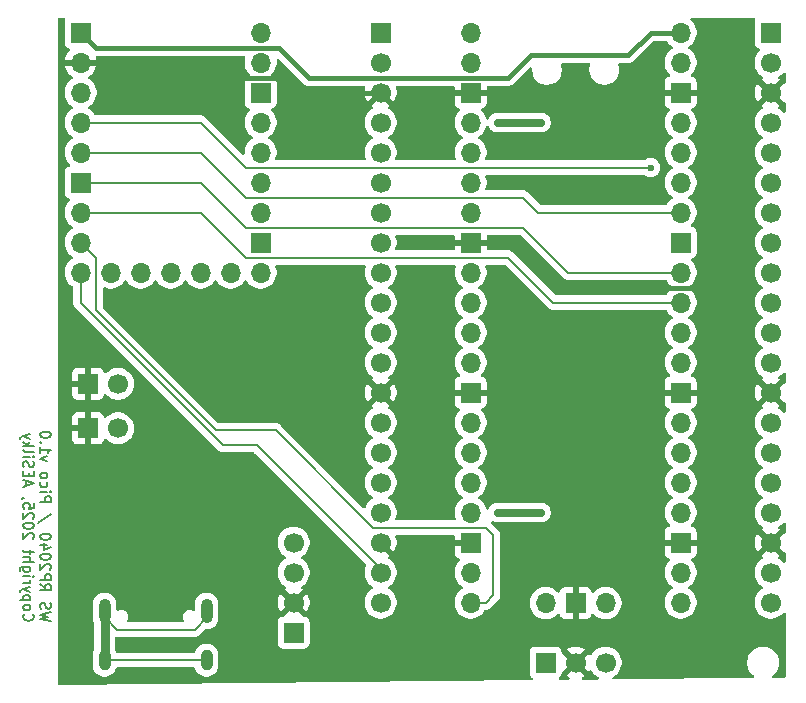
<source format=gbr>
%TF.GenerationSoftware,KiCad,Pcbnew,9.0.6*%
%TF.CreationDate,2025-11-14T19:52:51-08:00*%
%TF.ProjectId,SD-WSPICODB,53442d57-5350-4494-934f-44422e6b6963,R1.0*%
%TF.SameCoordinates,Original*%
%TF.FileFunction,Copper,L2,Bot*%
%TF.FilePolarity,Positive*%
%FSLAX46Y46*%
G04 Gerber Fmt 4.6, Leading zero omitted, Abs format (unit mm)*
G04 Created by KiCad (PCBNEW 9.0.6) date 2025-11-14 19:52:51*
%MOMM*%
%LPD*%
G01*
G04 APERTURE LIST*
%ADD10C,0.127000*%
%TA.AperFunction,NonConductor*%
%ADD11C,0.127000*%
%TD*%
%TA.AperFunction,ComponentPad*%
%ADD12R,1.700000X1.700000*%
%TD*%
%TA.AperFunction,ComponentPad*%
%ADD13C,1.700000*%
%TD*%
%TA.AperFunction,ComponentPad*%
%ADD14O,1.700000X1.700000*%
%TD*%
%TA.AperFunction,ComponentPad*%
%ADD15O,1.000000X1.800000*%
%TD*%
%TA.AperFunction,ComponentPad*%
%ADD16O,1.000000X2.100000*%
%TD*%
%TA.AperFunction,ViaPad*%
%ADD17C,0.600000*%
%TD*%
%TA.AperFunction,ViaPad*%
%ADD18C,0.711200*%
%TD*%
%TA.AperFunction,Conductor*%
%ADD19C,0.381000*%
%TD*%
%TA.AperFunction,Conductor*%
%ADD20C,0.200000*%
%TD*%
%TA.AperFunction,Conductor*%
%ADD21C,0.635000*%
%TD*%
%TA.AperFunction,Conductor*%
%ADD22C,0.762000*%
%TD*%
G04 APERTURE END LIST*
D10*
D11*
X68602639Y-100627448D02*
X67713639Y-100415781D01*
X67713639Y-100415781D02*
X68348639Y-100246448D01*
X68348639Y-100246448D02*
X67713639Y-100077114D01*
X67713639Y-100077114D02*
X68602639Y-99865448D01*
X67755973Y-99569114D02*
X67713639Y-99442114D01*
X67713639Y-99442114D02*
X67713639Y-99230448D01*
X67713639Y-99230448D02*
X67755973Y-99145781D01*
X67755973Y-99145781D02*
X67798306Y-99103448D01*
X67798306Y-99103448D02*
X67882973Y-99061114D01*
X67882973Y-99061114D02*
X67967639Y-99061114D01*
X67967639Y-99061114D02*
X68052306Y-99103448D01*
X68052306Y-99103448D02*
X68094639Y-99145781D01*
X68094639Y-99145781D02*
X68136973Y-99230448D01*
X68136973Y-99230448D02*
X68179306Y-99399781D01*
X68179306Y-99399781D02*
X68221639Y-99484448D01*
X68221639Y-99484448D02*
X68263973Y-99526781D01*
X68263973Y-99526781D02*
X68348639Y-99569114D01*
X68348639Y-99569114D02*
X68433306Y-99569114D01*
X68433306Y-99569114D02*
X68517973Y-99526781D01*
X68517973Y-99526781D02*
X68560306Y-99484448D01*
X68560306Y-99484448D02*
X68602639Y-99399781D01*
X68602639Y-99399781D02*
X68602639Y-99188114D01*
X68602639Y-99188114D02*
X68560306Y-99061114D01*
X67713639Y-97494781D02*
X68136973Y-97791114D01*
X67713639Y-98002781D02*
X68602639Y-98002781D01*
X68602639Y-98002781D02*
X68602639Y-97664114D01*
X68602639Y-97664114D02*
X68560306Y-97579448D01*
X68560306Y-97579448D02*
X68517973Y-97537114D01*
X68517973Y-97537114D02*
X68433306Y-97494781D01*
X68433306Y-97494781D02*
X68306306Y-97494781D01*
X68306306Y-97494781D02*
X68221639Y-97537114D01*
X68221639Y-97537114D02*
X68179306Y-97579448D01*
X68179306Y-97579448D02*
X68136973Y-97664114D01*
X68136973Y-97664114D02*
X68136973Y-98002781D01*
X67713639Y-97113781D02*
X68602639Y-97113781D01*
X68602639Y-97113781D02*
X68602639Y-96775114D01*
X68602639Y-96775114D02*
X68560306Y-96690448D01*
X68560306Y-96690448D02*
X68517973Y-96648114D01*
X68517973Y-96648114D02*
X68433306Y-96605781D01*
X68433306Y-96605781D02*
X68306306Y-96605781D01*
X68306306Y-96605781D02*
X68221639Y-96648114D01*
X68221639Y-96648114D02*
X68179306Y-96690448D01*
X68179306Y-96690448D02*
X68136973Y-96775114D01*
X68136973Y-96775114D02*
X68136973Y-97113781D01*
X68517973Y-96267114D02*
X68560306Y-96224781D01*
X68560306Y-96224781D02*
X68602639Y-96140114D01*
X68602639Y-96140114D02*
X68602639Y-95928448D01*
X68602639Y-95928448D02*
X68560306Y-95843781D01*
X68560306Y-95843781D02*
X68517973Y-95801448D01*
X68517973Y-95801448D02*
X68433306Y-95759114D01*
X68433306Y-95759114D02*
X68348639Y-95759114D01*
X68348639Y-95759114D02*
X68221639Y-95801448D01*
X68221639Y-95801448D02*
X67713639Y-96309448D01*
X67713639Y-96309448D02*
X67713639Y-95759114D01*
X68602639Y-95208781D02*
X68602639Y-95124114D01*
X68602639Y-95124114D02*
X68560306Y-95039447D01*
X68560306Y-95039447D02*
X68517973Y-94997114D01*
X68517973Y-94997114D02*
X68433306Y-94954781D01*
X68433306Y-94954781D02*
X68263973Y-94912447D01*
X68263973Y-94912447D02*
X68052306Y-94912447D01*
X68052306Y-94912447D02*
X67882973Y-94954781D01*
X67882973Y-94954781D02*
X67798306Y-94997114D01*
X67798306Y-94997114D02*
X67755973Y-95039447D01*
X67755973Y-95039447D02*
X67713639Y-95124114D01*
X67713639Y-95124114D02*
X67713639Y-95208781D01*
X67713639Y-95208781D02*
X67755973Y-95293447D01*
X67755973Y-95293447D02*
X67798306Y-95335781D01*
X67798306Y-95335781D02*
X67882973Y-95378114D01*
X67882973Y-95378114D02*
X68052306Y-95420447D01*
X68052306Y-95420447D02*
X68263973Y-95420447D01*
X68263973Y-95420447D02*
X68433306Y-95378114D01*
X68433306Y-95378114D02*
X68517973Y-95335781D01*
X68517973Y-95335781D02*
X68560306Y-95293447D01*
X68560306Y-95293447D02*
X68602639Y-95208781D01*
X68306306Y-94150447D02*
X67713639Y-94150447D01*
X68644973Y-94362114D02*
X68009973Y-94573780D01*
X68009973Y-94573780D02*
X68009973Y-94023447D01*
X68602639Y-93515447D02*
X68602639Y-93430780D01*
X68602639Y-93430780D02*
X68560306Y-93346113D01*
X68560306Y-93346113D02*
X68517973Y-93303780D01*
X68517973Y-93303780D02*
X68433306Y-93261447D01*
X68433306Y-93261447D02*
X68263973Y-93219113D01*
X68263973Y-93219113D02*
X68052306Y-93219113D01*
X68052306Y-93219113D02*
X67882973Y-93261447D01*
X67882973Y-93261447D02*
X67798306Y-93303780D01*
X67798306Y-93303780D02*
X67755973Y-93346113D01*
X67755973Y-93346113D02*
X67713639Y-93430780D01*
X67713639Y-93430780D02*
X67713639Y-93515447D01*
X67713639Y-93515447D02*
X67755973Y-93600113D01*
X67755973Y-93600113D02*
X67798306Y-93642447D01*
X67798306Y-93642447D02*
X67882973Y-93684780D01*
X67882973Y-93684780D02*
X68052306Y-93727113D01*
X68052306Y-93727113D02*
X68263973Y-93727113D01*
X68263973Y-93727113D02*
X68433306Y-93684780D01*
X68433306Y-93684780D02*
X68517973Y-93642447D01*
X68517973Y-93642447D02*
X68560306Y-93600113D01*
X68560306Y-93600113D02*
X68602639Y-93515447D01*
X68644973Y-91525780D02*
X67501973Y-92287780D01*
X67713639Y-90552114D02*
X68602639Y-90552114D01*
X68602639Y-90552114D02*
X68602639Y-90213447D01*
X68602639Y-90213447D02*
X68560306Y-90128781D01*
X68560306Y-90128781D02*
X68517973Y-90086447D01*
X68517973Y-90086447D02*
X68433306Y-90044114D01*
X68433306Y-90044114D02*
X68306306Y-90044114D01*
X68306306Y-90044114D02*
X68221639Y-90086447D01*
X68221639Y-90086447D02*
X68179306Y-90128781D01*
X68179306Y-90128781D02*
X68136973Y-90213447D01*
X68136973Y-90213447D02*
X68136973Y-90552114D01*
X67713639Y-89663114D02*
X68306306Y-89663114D01*
X68602639Y-89663114D02*
X68560306Y-89705447D01*
X68560306Y-89705447D02*
X68517973Y-89663114D01*
X68517973Y-89663114D02*
X68560306Y-89620781D01*
X68560306Y-89620781D02*
X68602639Y-89663114D01*
X68602639Y-89663114D02*
X68517973Y-89663114D01*
X67755973Y-88858781D02*
X67713639Y-88943448D01*
X67713639Y-88943448D02*
X67713639Y-89112781D01*
X67713639Y-89112781D02*
X67755973Y-89197448D01*
X67755973Y-89197448D02*
X67798306Y-89239781D01*
X67798306Y-89239781D02*
X67882973Y-89282114D01*
X67882973Y-89282114D02*
X68136973Y-89282114D01*
X68136973Y-89282114D02*
X68221639Y-89239781D01*
X68221639Y-89239781D02*
X68263973Y-89197448D01*
X68263973Y-89197448D02*
X68306306Y-89112781D01*
X68306306Y-89112781D02*
X68306306Y-88943448D01*
X68306306Y-88943448D02*
X68263973Y-88858781D01*
X67713639Y-88350781D02*
X67755973Y-88435448D01*
X67755973Y-88435448D02*
X67798306Y-88477781D01*
X67798306Y-88477781D02*
X67882973Y-88520114D01*
X67882973Y-88520114D02*
X68136973Y-88520114D01*
X68136973Y-88520114D02*
X68221639Y-88477781D01*
X68221639Y-88477781D02*
X68263973Y-88435448D01*
X68263973Y-88435448D02*
X68306306Y-88350781D01*
X68306306Y-88350781D02*
X68306306Y-88223781D01*
X68306306Y-88223781D02*
X68263973Y-88139114D01*
X68263973Y-88139114D02*
X68221639Y-88096781D01*
X68221639Y-88096781D02*
X68136973Y-88054448D01*
X68136973Y-88054448D02*
X67882973Y-88054448D01*
X67882973Y-88054448D02*
X67798306Y-88096781D01*
X67798306Y-88096781D02*
X67755973Y-88139114D01*
X67755973Y-88139114D02*
X67713639Y-88223781D01*
X67713639Y-88223781D02*
X67713639Y-88350781D01*
X68306306Y-87080782D02*
X67713639Y-86869115D01*
X67713639Y-86869115D02*
X68306306Y-86657448D01*
X67713639Y-85853115D02*
X67713639Y-86361115D01*
X67713639Y-86107115D02*
X68602639Y-86107115D01*
X68602639Y-86107115D02*
X68475639Y-86191782D01*
X68475639Y-86191782D02*
X68390973Y-86276449D01*
X68390973Y-86276449D02*
X68348639Y-86361115D01*
X67798306Y-85472115D02*
X67755973Y-85429782D01*
X67755973Y-85429782D02*
X67713639Y-85472115D01*
X67713639Y-85472115D02*
X67755973Y-85514448D01*
X67755973Y-85514448D02*
X67798306Y-85472115D01*
X67798306Y-85472115D02*
X67713639Y-85472115D01*
X68602639Y-84879449D02*
X68602639Y-84794782D01*
X68602639Y-84794782D02*
X68560306Y-84710115D01*
X68560306Y-84710115D02*
X68517973Y-84667782D01*
X68517973Y-84667782D02*
X68433306Y-84625449D01*
X68433306Y-84625449D02*
X68263973Y-84583115D01*
X68263973Y-84583115D02*
X68052306Y-84583115D01*
X68052306Y-84583115D02*
X67882973Y-84625449D01*
X67882973Y-84625449D02*
X67798306Y-84667782D01*
X67798306Y-84667782D02*
X67755973Y-84710115D01*
X67755973Y-84710115D02*
X67713639Y-84794782D01*
X67713639Y-84794782D02*
X67713639Y-84879449D01*
X67713639Y-84879449D02*
X67755973Y-84964115D01*
X67755973Y-84964115D02*
X67798306Y-85006449D01*
X67798306Y-85006449D02*
X67882973Y-85048782D01*
X67882973Y-85048782D02*
X68052306Y-85091115D01*
X68052306Y-85091115D02*
X68263973Y-85091115D01*
X68263973Y-85091115D02*
X68433306Y-85048782D01*
X68433306Y-85048782D02*
X68517973Y-85006449D01*
X68517973Y-85006449D02*
X68560306Y-84964115D01*
X68560306Y-84964115D02*
X68602639Y-84879449D01*
X66367066Y-100034781D02*
X66324733Y-100077114D01*
X66324733Y-100077114D02*
X66282399Y-100204114D01*
X66282399Y-100204114D02*
X66282399Y-100288781D01*
X66282399Y-100288781D02*
X66324733Y-100415781D01*
X66324733Y-100415781D02*
X66409399Y-100500448D01*
X66409399Y-100500448D02*
X66494066Y-100542781D01*
X66494066Y-100542781D02*
X66663399Y-100585114D01*
X66663399Y-100585114D02*
X66790399Y-100585114D01*
X66790399Y-100585114D02*
X66959733Y-100542781D01*
X66959733Y-100542781D02*
X67044399Y-100500448D01*
X67044399Y-100500448D02*
X67129066Y-100415781D01*
X67129066Y-100415781D02*
X67171399Y-100288781D01*
X67171399Y-100288781D02*
X67171399Y-100204114D01*
X67171399Y-100204114D02*
X67129066Y-100077114D01*
X67129066Y-100077114D02*
X67086733Y-100034781D01*
X66282399Y-99526781D02*
X66324733Y-99611448D01*
X66324733Y-99611448D02*
X66367066Y-99653781D01*
X66367066Y-99653781D02*
X66451733Y-99696114D01*
X66451733Y-99696114D02*
X66705733Y-99696114D01*
X66705733Y-99696114D02*
X66790399Y-99653781D01*
X66790399Y-99653781D02*
X66832733Y-99611448D01*
X66832733Y-99611448D02*
X66875066Y-99526781D01*
X66875066Y-99526781D02*
X66875066Y-99399781D01*
X66875066Y-99399781D02*
X66832733Y-99315114D01*
X66832733Y-99315114D02*
X66790399Y-99272781D01*
X66790399Y-99272781D02*
X66705733Y-99230448D01*
X66705733Y-99230448D02*
X66451733Y-99230448D01*
X66451733Y-99230448D02*
X66367066Y-99272781D01*
X66367066Y-99272781D02*
X66324733Y-99315114D01*
X66324733Y-99315114D02*
X66282399Y-99399781D01*
X66282399Y-99399781D02*
X66282399Y-99526781D01*
X66875066Y-98849448D02*
X65986066Y-98849448D01*
X66832733Y-98849448D02*
X66875066Y-98764781D01*
X66875066Y-98764781D02*
X66875066Y-98595448D01*
X66875066Y-98595448D02*
X66832733Y-98510781D01*
X66832733Y-98510781D02*
X66790399Y-98468448D01*
X66790399Y-98468448D02*
X66705733Y-98426115D01*
X66705733Y-98426115D02*
X66451733Y-98426115D01*
X66451733Y-98426115D02*
X66367066Y-98468448D01*
X66367066Y-98468448D02*
X66324733Y-98510781D01*
X66324733Y-98510781D02*
X66282399Y-98595448D01*
X66282399Y-98595448D02*
X66282399Y-98764781D01*
X66282399Y-98764781D02*
X66324733Y-98849448D01*
X66875066Y-98129782D02*
X66282399Y-97918115D01*
X66875066Y-97706448D02*
X66282399Y-97918115D01*
X66282399Y-97918115D02*
X66070733Y-98002782D01*
X66070733Y-98002782D02*
X66028399Y-98045115D01*
X66028399Y-98045115D02*
X65986066Y-98129782D01*
X66282399Y-97367782D02*
X66875066Y-97367782D01*
X66705733Y-97367782D02*
X66790399Y-97325449D01*
X66790399Y-97325449D02*
X66832733Y-97283115D01*
X66832733Y-97283115D02*
X66875066Y-97198449D01*
X66875066Y-97198449D02*
X66875066Y-97113782D01*
X66282399Y-96817449D02*
X66875066Y-96817449D01*
X67171399Y-96817449D02*
X67129066Y-96859782D01*
X67129066Y-96859782D02*
X67086733Y-96817449D01*
X67086733Y-96817449D02*
X67129066Y-96775116D01*
X67129066Y-96775116D02*
X67171399Y-96817449D01*
X67171399Y-96817449D02*
X67086733Y-96817449D01*
X66875066Y-96013116D02*
X66155399Y-96013116D01*
X66155399Y-96013116D02*
X66070733Y-96055449D01*
X66070733Y-96055449D02*
X66028399Y-96097783D01*
X66028399Y-96097783D02*
X65986066Y-96182449D01*
X65986066Y-96182449D02*
X65986066Y-96309449D01*
X65986066Y-96309449D02*
X66028399Y-96394116D01*
X66324733Y-96013116D02*
X66282399Y-96097783D01*
X66282399Y-96097783D02*
X66282399Y-96267116D01*
X66282399Y-96267116D02*
X66324733Y-96351783D01*
X66324733Y-96351783D02*
X66367066Y-96394116D01*
X66367066Y-96394116D02*
X66451733Y-96436449D01*
X66451733Y-96436449D02*
X66705733Y-96436449D01*
X66705733Y-96436449D02*
X66790399Y-96394116D01*
X66790399Y-96394116D02*
X66832733Y-96351783D01*
X66832733Y-96351783D02*
X66875066Y-96267116D01*
X66875066Y-96267116D02*
X66875066Y-96097783D01*
X66875066Y-96097783D02*
X66832733Y-96013116D01*
X66282399Y-95589783D02*
X67171399Y-95589783D01*
X66282399Y-95208783D02*
X66748066Y-95208783D01*
X66748066Y-95208783D02*
X66832733Y-95251116D01*
X66832733Y-95251116D02*
X66875066Y-95335783D01*
X66875066Y-95335783D02*
X66875066Y-95462783D01*
X66875066Y-95462783D02*
X66832733Y-95547450D01*
X66832733Y-95547450D02*
X66790399Y-95589783D01*
X66875066Y-94912450D02*
X66875066Y-94573783D01*
X67171399Y-94785450D02*
X66409399Y-94785450D01*
X66409399Y-94785450D02*
X66324733Y-94743117D01*
X66324733Y-94743117D02*
X66282399Y-94658450D01*
X66282399Y-94658450D02*
X66282399Y-94573783D01*
X67086733Y-93642450D02*
X67129066Y-93600117D01*
X67129066Y-93600117D02*
X67171399Y-93515450D01*
X67171399Y-93515450D02*
X67171399Y-93303784D01*
X67171399Y-93303784D02*
X67129066Y-93219117D01*
X67129066Y-93219117D02*
X67086733Y-93176784D01*
X67086733Y-93176784D02*
X67002066Y-93134450D01*
X67002066Y-93134450D02*
X66917399Y-93134450D01*
X66917399Y-93134450D02*
X66790399Y-93176784D01*
X66790399Y-93176784D02*
X66282399Y-93684784D01*
X66282399Y-93684784D02*
X66282399Y-93134450D01*
X67171399Y-92584117D02*
X67171399Y-92499450D01*
X67171399Y-92499450D02*
X67129066Y-92414783D01*
X67129066Y-92414783D02*
X67086733Y-92372450D01*
X67086733Y-92372450D02*
X67002066Y-92330117D01*
X67002066Y-92330117D02*
X66832733Y-92287783D01*
X66832733Y-92287783D02*
X66621066Y-92287783D01*
X66621066Y-92287783D02*
X66451733Y-92330117D01*
X66451733Y-92330117D02*
X66367066Y-92372450D01*
X66367066Y-92372450D02*
X66324733Y-92414783D01*
X66324733Y-92414783D02*
X66282399Y-92499450D01*
X66282399Y-92499450D02*
X66282399Y-92584117D01*
X66282399Y-92584117D02*
X66324733Y-92668783D01*
X66324733Y-92668783D02*
X66367066Y-92711117D01*
X66367066Y-92711117D02*
X66451733Y-92753450D01*
X66451733Y-92753450D02*
X66621066Y-92795783D01*
X66621066Y-92795783D02*
X66832733Y-92795783D01*
X66832733Y-92795783D02*
X67002066Y-92753450D01*
X67002066Y-92753450D02*
X67086733Y-92711117D01*
X67086733Y-92711117D02*
X67129066Y-92668783D01*
X67129066Y-92668783D02*
X67171399Y-92584117D01*
X67086733Y-91949116D02*
X67129066Y-91906783D01*
X67129066Y-91906783D02*
X67171399Y-91822116D01*
X67171399Y-91822116D02*
X67171399Y-91610450D01*
X67171399Y-91610450D02*
X67129066Y-91525783D01*
X67129066Y-91525783D02*
X67086733Y-91483450D01*
X67086733Y-91483450D02*
X67002066Y-91441116D01*
X67002066Y-91441116D02*
X66917399Y-91441116D01*
X66917399Y-91441116D02*
X66790399Y-91483450D01*
X66790399Y-91483450D02*
X66282399Y-91991450D01*
X66282399Y-91991450D02*
X66282399Y-91441116D01*
X67171399Y-90636783D02*
X67171399Y-91060116D01*
X67171399Y-91060116D02*
X66748066Y-91102449D01*
X66748066Y-91102449D02*
X66790399Y-91060116D01*
X66790399Y-91060116D02*
X66832733Y-90975449D01*
X66832733Y-90975449D02*
X66832733Y-90763783D01*
X66832733Y-90763783D02*
X66790399Y-90679116D01*
X66790399Y-90679116D02*
X66748066Y-90636783D01*
X66748066Y-90636783D02*
X66663399Y-90594449D01*
X66663399Y-90594449D02*
X66451733Y-90594449D01*
X66451733Y-90594449D02*
X66367066Y-90636783D01*
X66367066Y-90636783D02*
X66324733Y-90679116D01*
X66324733Y-90679116D02*
X66282399Y-90763783D01*
X66282399Y-90763783D02*
X66282399Y-90975449D01*
X66282399Y-90975449D02*
X66324733Y-91060116D01*
X66324733Y-91060116D02*
X66367066Y-91102449D01*
X66324733Y-90171116D02*
X66282399Y-90171116D01*
X66282399Y-90171116D02*
X66197733Y-90213449D01*
X66197733Y-90213449D02*
X66155399Y-90255782D01*
X66536399Y-89155116D02*
X66536399Y-88731783D01*
X66282399Y-89239783D02*
X67171399Y-88943450D01*
X67171399Y-88943450D02*
X66282399Y-88647116D01*
X66748066Y-88350783D02*
X66748066Y-88054450D01*
X66282399Y-87927450D02*
X66282399Y-88350783D01*
X66282399Y-88350783D02*
X67171399Y-88350783D01*
X67171399Y-88350783D02*
X67171399Y-87927450D01*
X66324733Y-87588783D02*
X66282399Y-87461783D01*
X66282399Y-87461783D02*
X66282399Y-87250117D01*
X66282399Y-87250117D02*
X66324733Y-87165450D01*
X66324733Y-87165450D02*
X66367066Y-87123117D01*
X66367066Y-87123117D02*
X66451733Y-87080783D01*
X66451733Y-87080783D02*
X66536399Y-87080783D01*
X66536399Y-87080783D02*
X66621066Y-87123117D01*
X66621066Y-87123117D02*
X66663399Y-87165450D01*
X66663399Y-87165450D02*
X66705733Y-87250117D01*
X66705733Y-87250117D02*
X66748066Y-87419450D01*
X66748066Y-87419450D02*
X66790399Y-87504117D01*
X66790399Y-87504117D02*
X66832733Y-87546450D01*
X66832733Y-87546450D02*
X66917399Y-87588783D01*
X66917399Y-87588783D02*
X67002066Y-87588783D01*
X67002066Y-87588783D02*
X67086733Y-87546450D01*
X67086733Y-87546450D02*
X67129066Y-87504117D01*
X67129066Y-87504117D02*
X67171399Y-87419450D01*
X67171399Y-87419450D02*
X67171399Y-87207783D01*
X67171399Y-87207783D02*
X67129066Y-87080783D01*
X66282399Y-86699783D02*
X66875066Y-86699783D01*
X67171399Y-86699783D02*
X67129066Y-86742116D01*
X67129066Y-86742116D02*
X67086733Y-86699783D01*
X67086733Y-86699783D02*
X67129066Y-86657450D01*
X67129066Y-86657450D02*
X67171399Y-86699783D01*
X67171399Y-86699783D02*
X67086733Y-86699783D01*
X66282399Y-86149450D02*
X66324733Y-86234117D01*
X66324733Y-86234117D02*
X66409399Y-86276450D01*
X66409399Y-86276450D02*
X67171399Y-86276450D01*
X66282399Y-85810783D02*
X67171399Y-85810783D01*
X66621066Y-85726116D02*
X66282399Y-85472116D01*
X66875066Y-85472116D02*
X66536399Y-85810783D01*
X66875066Y-85175783D02*
X66282399Y-84964116D01*
X66875066Y-84752449D02*
X66282399Y-84964116D01*
X66282399Y-84964116D02*
X66070733Y-85048783D01*
X66070733Y-85048783D02*
X66028399Y-85091116D01*
X66028399Y-85091116D02*
X65986066Y-85175783D01*
D12*
%TO.P,J4,1,Pin_1*%
%TO.N,GND*%
X71750000Y-80530000D03*
D13*
%TO.P,J4,2,Pin_2*%
%TO.N,VBUS*%
X74290000Y-80530000D03*
%TD*%
D14*
%TO.P,U2,1,GP0*%
%TO.N,/GPIO0*%
X86360000Y-50800000D03*
%TO.P,U2,2,GP1*%
%TO.N,/GPIO1*%
X86360000Y-53340000D03*
D12*
%TO.P,U2,3,GP2*%
%TO.N,/GPIO2*%
X86360000Y-55880000D03*
D14*
%TO.P,U2,4,GP3*%
%TO.N,/GPIO3*%
X86360000Y-58420000D03*
%TO.P,U2,5,GP4*%
%TO.N,/GPIO4*%
X86360000Y-60960000D03*
%TO.P,U2,6,GP5*%
%TO.N,/GPIO5*%
X86360000Y-63500000D03*
%TO.P,U2,7,GP6*%
%TO.N,/GPIO6*%
X86360000Y-66040000D03*
D12*
%TO.P,U2,8,GP7*%
%TO.N,/GPIO7*%
X86360000Y-68580000D03*
D14*
%TO.P,U2,9,GP8*%
%TO.N,/GPIO8*%
X86360000Y-71120000D03*
%TO.P,U2,10,GP9*%
%TO.N,/GPIO9*%
X83820000Y-71120000D03*
%TO.P,U2,11,GP10*%
%TO.N,/GPIO10*%
X81280000Y-71119999D03*
%TO.P,U2,12,GP11*%
%TO.N,/GPIO11*%
X78740000Y-71120001D03*
%TO.P,U2,13,GP12*%
%TO.N,/GPIO12*%
X76200000Y-71120000D03*
%TO.P,U2,14,GP13*%
%TO.N,/GPIO13*%
X73660000Y-71120000D03*
%TO.P,U2,15,GP14*%
%TO.N,/GPIO14*%
X71120000Y-71120000D03*
%TO.P,U2,16,GP15*%
%TO.N,/GPIO15*%
X71120000Y-68580000D03*
%TO.P,U2,17,GP26*%
%TO.N,/GPIO26*%
X71120000Y-66040000D03*
D12*
%TO.P,U2,18,GP27*%
%TO.N,/GPIO27*%
X71120000Y-63500000D03*
D14*
%TO.P,U2,19,GP28*%
%TO.N,/GPIO28*%
X71120000Y-60960000D03*
%TO.P,U2,20,GP29*%
%TO.N,/GP29_17*%
X71120000Y-58420000D03*
%TO.P,U2,21,3V3*%
%TO.N,/+3V3*%
X71120000Y-55880000D03*
%TO.P,U2,22,GND*%
%TO.N,GND*%
X71120000Y-53340000D03*
D12*
%TO.P,U2,23,VBUS*%
%TO.N,VBUS*%
X71120000Y-50800000D03*
%TD*%
%TO.P,J1,1,Pin_1*%
%TO.N,/GPIO0*%
X96520000Y-50800000D03*
D13*
%TO.P,J1,2,Pin_2*%
%TO.N,/GPIO1*%
X96520000Y-53340000D03*
%TO.P,J1,3,Pin_3*%
%TO.N,GND*%
X96520000Y-55880000D03*
%TO.P,J1,4,Pin_4*%
%TO.N,/GPIO2*%
X96520000Y-58420000D03*
%TO.P,J1,5,Pin_5*%
%TO.N,/GPIO3*%
X96520000Y-60960000D03*
%TO.P,J1,6,Pin_6*%
%TO.N,/GPIO4*%
X96520000Y-63500000D03*
%TO.P,J1,7,Pin_7*%
%TO.N,/GPIO5*%
X96520000Y-66040000D03*
%TO.P,J1,8,Pin_8*%
%TO.N,GND*%
X96520000Y-68580000D03*
%TO.P,J1,9,Pin_9*%
%TO.N,/GPIO6*%
X96520000Y-71120000D03*
%TO.P,J1,10,Pin_10*%
%TO.N,/GPIO7*%
X96520000Y-73660000D03*
%TO.P,J1,11,Pin_11*%
%TO.N,/GPIO8*%
X96520000Y-76200000D03*
%TO.P,J1,12,Pin_12*%
%TO.N,/GPIO9*%
X96520000Y-78740000D03*
%TO.P,J1,13,Pin_13*%
%TO.N,GND*%
X96520000Y-81280000D03*
%TO.P,J1,14,Pin_14*%
%TO.N,/GPIO10*%
X96520000Y-83820000D03*
%TO.P,J1,15,Pin_15*%
%TO.N,/GPIO11*%
X96520000Y-86360000D03*
%TO.P,J1,16,Pin_16*%
%TO.N,/GPIO12*%
X96520000Y-88900000D03*
%TO.P,J1,17,Pin_17*%
%TO.N,/GPIO13*%
X96520000Y-91440000D03*
%TO.P,J1,18,Pin_18*%
%TO.N,GND*%
X96520000Y-93980000D03*
%TO.P,J1,19,Pin_19*%
%TO.N,/GPIO14*%
X96520000Y-96520000D03*
%TO.P,J1,20,Pin_20*%
%TO.N,/GPIO15*%
X96520000Y-99060000D03*
%TD*%
D14*
%TO.P,U1,1,GPIO0*%
%TO.N,/GPIO0*%
X104140000Y-50800000D03*
%TO.P,U1,2,GPIO1*%
%TO.N,/GPIO1*%
X104140000Y-53340000D03*
D12*
%TO.P,U1,3,GND*%
%TO.N,GND*%
X104140000Y-55880000D03*
D14*
%TO.P,U1,4,GPIO2*%
%TO.N,/GPIO2*%
X104140000Y-58420000D03*
%TO.P,U1,5,GPIO3*%
%TO.N,/GPIO3*%
X104140000Y-60960000D03*
%TO.P,U1,6,GPIO4*%
%TO.N,/GPIO4*%
X104140000Y-63500000D03*
%TO.P,U1,7,GPIO5*%
%TO.N,/GPIO5*%
X104140000Y-66040000D03*
D12*
%TO.P,U1,8,GND*%
%TO.N,GND*%
X104140000Y-68580000D03*
D14*
%TO.P,U1,9,GPIO6*%
%TO.N,/GPIO6*%
X104140000Y-71120000D03*
%TO.P,U1,10,GPIO7*%
%TO.N,/GPIO7*%
X104140000Y-73660000D03*
%TO.P,U1,11,GPIO8*%
%TO.N,/GPIO8*%
X104140000Y-76200000D03*
%TO.P,U1,12,GPIO9*%
%TO.N,/GPIO9*%
X104140000Y-78740000D03*
D12*
%TO.P,U1,13,GND*%
%TO.N,GND*%
X104140000Y-81280000D03*
D14*
%TO.P,U1,14,GPIO10*%
%TO.N,/GPIO10*%
X104140000Y-83820000D03*
%TO.P,U1,15,GPIO11*%
%TO.N,/GPIO11*%
X104140000Y-86360000D03*
%TO.P,U1,16,GPIO12*%
%TO.N,/GPIO12*%
X104140000Y-88900000D03*
%TO.P,U1,17,GPIO13*%
%TO.N,/GPIO13*%
X104140000Y-91440000D03*
D12*
%TO.P,U1,18,GND*%
%TO.N,GND*%
X104140000Y-93980000D03*
D14*
%TO.P,U1,19,GPIO14*%
%TO.N,/GPIO14*%
X104140000Y-96520000D03*
%TO.P,U1,20,GPIO15*%
%TO.N,/GPIO15*%
X104140000Y-99060000D03*
%TO.P,U1,21,GPIO16*%
%TO.N,/GPIO16*%
X121920000Y-99060000D03*
%TO.P,U1,22,GPIO17*%
%TO.N,/GP29_17*%
X121920000Y-96520000D03*
D12*
%TO.P,U1,23,GND*%
%TO.N,GND*%
X121920000Y-93980000D03*
D14*
%TO.P,U1,24,GPIO18*%
%TO.N,/GPIO18*%
X121920000Y-91440000D03*
%TO.P,U1,25,GPIO19*%
%TO.N,/GPIO19*%
X121920000Y-88900000D03*
%TO.P,U1,26,GPIO20*%
%TO.N,/GPIO20*%
X121920000Y-86360000D03*
%TO.P,U1,27,GPIO21*%
%TO.N,/GPIO21*%
X121920000Y-83820000D03*
D12*
%TO.P,U1,28,GND*%
%TO.N,GND*%
X121920000Y-81280000D03*
D14*
%TO.P,U1,29,GPIO22*%
%TO.N,/GPIO22*%
X121920000Y-78740000D03*
%TO.P,U1,30,RUN*%
%TO.N,/RUN*%
X121920000Y-76200000D03*
%TO.P,U1,31,GPIO26_ADC0*%
%TO.N,/GPIO26*%
X121920000Y-73660000D03*
%TO.P,U1,32,GPIO27_ADC1*%
%TO.N,/GPIO27*%
X121920000Y-71120000D03*
D12*
%TO.P,U1,33,AGND*%
%TO.N,/AGND*%
X121920000Y-68580000D03*
D14*
%TO.P,U1,34,GPIO28_ADC2*%
%TO.N,/GPIO28*%
X121920000Y-66040000D03*
%TO.P,U1,35,ADC_VREF*%
%TO.N,/ADC_VREF*%
X121920000Y-63500000D03*
%TO.P,U1,36,3V3*%
%TO.N,/+3V3*%
X121920000Y-60960000D03*
%TO.P,U1,37,3V3_EN*%
%TO.N,/3V3_EN*%
X121920000Y-58420000D03*
D12*
%TO.P,U1,38,GND*%
%TO.N,GND*%
X121920000Y-55880000D03*
D14*
%TO.P,U1,39,VSYS*%
%TO.N,/VSYS*%
X121920000Y-53340000D03*
%TO.P,U1,40,VBUS*%
%TO.N,VBUS*%
X121920000Y-50800000D03*
%TO.P,U1,D1,SWCLK*%
%TO.N,/SWCLK*%
X110494000Y-99100000D03*
D12*
%TO.P,U1,D2,GND*%
%TO.N,GND*%
X113034000Y-99100000D03*
D14*
%TO.P,U1,D3,SWDIO*%
%TO.N,/SWDIO*%
X115574000Y-99100000D03*
%TD*%
D12*
%TO.P,J8,1,Pin_1*%
%TO.N,VBUS*%
X129540000Y-50800000D03*
D13*
%TO.P,J8,2,Pin_2*%
%TO.N,/VSYS*%
X129540000Y-53340000D03*
%TO.P,J8,3,Pin_3*%
%TO.N,GND*%
X129540000Y-55880000D03*
%TO.P,J8,4,Pin_4*%
%TO.N,/3V3_EN*%
X129540000Y-58420000D03*
%TO.P,J8,5,Pin_5*%
%TO.N,/+3V3*%
X129540000Y-60960000D03*
%TO.P,J8,6,Pin_6*%
%TO.N,/ADC_VREF*%
X129540000Y-63500000D03*
%TO.P,J8,7,Pin_7*%
%TO.N,/GPIO28*%
X129540000Y-66040000D03*
%TO.P,J8,8,Pin_8*%
%TO.N,/AGND*%
X129540000Y-68580000D03*
%TO.P,J8,9,Pin_9*%
%TO.N,/GPIO27*%
X129540000Y-71120000D03*
%TO.P,J8,10,Pin_10*%
%TO.N,/GPIO26*%
X129540000Y-73660000D03*
%TO.P,J8,11,Pin_11*%
%TO.N,/RUN*%
X129540000Y-76200000D03*
%TO.P,J8,12,Pin_12*%
%TO.N,/GPIO22*%
X129540000Y-78740000D03*
%TO.P,J8,13,Pin_13*%
%TO.N,GND*%
X129540000Y-81280000D03*
%TO.P,J8,14,Pin_14*%
%TO.N,/GPIO21*%
X129540000Y-83820000D03*
%TO.P,J8,15,Pin_15*%
%TO.N,/GPIO20*%
X129540000Y-86360000D03*
%TO.P,J8,16,Pin_16*%
%TO.N,/GPIO19*%
X129540000Y-88900000D03*
%TO.P,J8,17,Pin_17*%
%TO.N,/GPIO18*%
X129540000Y-91440000D03*
%TO.P,J8,18,Pin_18*%
%TO.N,GND*%
X129540000Y-93980000D03*
%TO.P,J8,19,Pin_19*%
%TO.N,/GP29_17*%
X129540000Y-96520000D03*
%TO.P,J8,20,Pin_20*%
%TO.N,/GPIO16*%
X129540000Y-99060000D03*
%TD*%
D12*
%TO.P,J3,1,Pin_1*%
%TO.N,/SWCLK*%
X110490000Y-104140000D03*
D13*
%TO.P,J3,2,Pin_2*%
%TO.N,GND*%
X113030000Y-104140000D03*
%TO.P,J3,3,Pin_3*%
%TO.N,/SWDIO*%
X115569999Y-104140000D03*
%TD*%
D12*
%TO.P,J2,1,Pin_1*%
%TO.N,/+3V3*%
X89154000Y-101600000D03*
D13*
%TO.P,J2,2,Pin_2*%
%TO.N,GND*%
X89154000Y-99060000D03*
%TO.P,J2,3,Pin_3*%
%TO.N,/GPIO1*%
X89154000Y-96520001D03*
%TO.P,J2,4,Pin_4*%
%TO.N,/GPIO0*%
X89154000Y-93980000D03*
%TD*%
D12*
%TO.P,J6,1,Pin_1*%
%TO.N,GND*%
X71750000Y-84300000D03*
D13*
%TO.P,J6,2,Pin_2*%
%TO.N,/+3V3*%
X74290000Y-84300000D03*
%TD*%
D15*
%TO.P,J5,SH1,SHIELD*%
%TO.N,Net-(J5-SHIELD-PadSH1)*%
X73155000Y-103940000D03*
%TO.P,J5,SH2,SHIELD*%
X81795000Y-103940000D03*
D16*
%TO.P,J5,SH3,SHIELD*%
X73155000Y-99760000D03*
%TO.P,J5,SH4,SHIELD*%
X81795000Y-99760000D03*
%TD*%
D17*
%TO.N,GND*%
X111760000Y-74930000D03*
D18*
X74168000Y-93980000D03*
D17*
X111760000Y-72390000D03*
D18*
X80640000Y-95900000D03*
D17*
%TO.N,/GP29_17*%
X119380000Y-62230000D03*
%TO.N,/+3V3*%
X106426000Y-91440000D03*
X110109000Y-91440000D03*
X110109000Y-58420000D03*
X106426000Y-58420000D03*
%TD*%
D19*
%TO.N,GND*%
X83820000Y-53340000D02*
X85090000Y-54610000D01*
X88138000Y-54610000D02*
X89408000Y-55880000D01*
X71120000Y-53340000D02*
X83820000Y-53340000D01*
X89408000Y-55880000D02*
X96520000Y-55880000D01*
X85090000Y-54610000D02*
X88138000Y-54610000D01*
X120650000Y-72390000D02*
X125730000Y-72390000D01*
D20*
%TO.N,/GP29_17*%
X85090000Y-62230000D02*
X81280000Y-58420000D01*
X81280000Y-58420000D02*
X71120000Y-58420000D01*
X119380000Y-62230000D02*
X85090000Y-62230000D01*
%TO.N,/GPIO14*%
X83185000Y-85725000D02*
X86042500Y-85725000D01*
X71120000Y-73660000D02*
X83185000Y-85725000D01*
X71120000Y-71120000D02*
X71120000Y-73660000D01*
X86042500Y-85725000D02*
X96520000Y-96202500D01*
%TO.N,/GPIO15*%
X82550000Y-84455000D02*
X87630000Y-84455000D01*
X105410000Y-92710000D02*
X106045000Y-93345000D01*
X105410000Y-99060000D02*
X104140000Y-99060000D01*
X72390000Y-69850000D02*
X72390000Y-74295000D01*
X95885000Y-92710000D02*
X105410000Y-92710000D01*
X106045000Y-98425000D02*
X105410000Y-99060000D01*
X87630000Y-84455000D02*
X95885000Y-92710000D01*
X72390000Y-74295000D02*
X82550000Y-84455000D01*
X71120000Y-68580000D02*
X72390000Y-69850000D01*
X106045000Y-93345000D02*
X106045000Y-98425000D01*
D19*
%TO.N,VBUS*%
X87884000Y-52070000D02*
X90424000Y-54610000D01*
X72390000Y-52070000D02*
X87884000Y-52070000D01*
X71120000Y-50800000D02*
X72390000Y-52070000D01*
X90424000Y-54610000D02*
X107315000Y-54610000D01*
X117475000Y-52705000D02*
X119380000Y-50800000D01*
X107315000Y-54610000D02*
X109220000Y-52705000D01*
X119380000Y-50800000D02*
X121920000Y-50800000D01*
X109220000Y-52705000D02*
X117475000Y-52705000D01*
D21*
%TO.N,/+3V3*%
X110109000Y-91440000D02*
X106426000Y-91440000D01*
X110109000Y-58420000D02*
X106426000Y-58420000D01*
D20*
%TO.N,/GPIO26*%
X71120000Y-66040000D02*
X81280000Y-66040000D01*
X111125000Y-73660000D02*
X121920000Y-73660000D01*
X85090000Y-69850000D02*
X107315000Y-69850000D01*
X81280000Y-66040000D02*
X85090000Y-69850000D01*
X107315000Y-69850000D02*
X111125000Y-73660000D01*
%TO.N,/GPIO28*%
X109855000Y-66040000D02*
X121920000Y-66040000D01*
X81280000Y-60960000D02*
X85090000Y-64770000D01*
X85090000Y-64770000D02*
X108585000Y-64770000D01*
X108585000Y-64770000D02*
X109855000Y-66040000D01*
X71120000Y-60960000D02*
X81280000Y-60960000D01*
%TO.N,/GPIO27*%
X112395000Y-71120000D02*
X121920000Y-71120000D01*
X108585000Y-67310000D02*
X112395000Y-71120000D01*
X81280000Y-63500000D02*
X85090000Y-67310000D01*
X71120000Y-63500000D02*
X81280000Y-63500000D01*
X85090000Y-67310000D02*
X108585000Y-67310000D01*
D22*
%TO.N,Net-(J5-SHIELD-PadSH1)*%
X73155000Y-99760000D02*
X73155000Y-103940000D01*
D20*
X73155000Y-100310000D02*
X74191000Y-101346000D01*
X80772000Y-101346000D02*
X81795000Y-100323000D01*
X74191000Y-101346000D02*
X80772000Y-101346000D01*
X73155000Y-103940000D02*
X81795000Y-103940000D01*
%TD*%
%TA.AperFunction,Conductor*%
%TO.N,GND*%
G36*
X69781266Y-49549685D02*
G01*
X69827021Y-49602489D01*
X69836965Y-49671647D01*
X69827915Y-49698841D01*
X69829303Y-49699359D01*
X69775908Y-49842517D01*
X69773840Y-49861758D01*
X69769501Y-49902123D01*
X69769500Y-49902135D01*
X69769500Y-51697870D01*
X69769501Y-51697876D01*
X69775908Y-51757483D01*
X69826202Y-51892328D01*
X69826206Y-51892335D01*
X69912452Y-52007544D01*
X69912455Y-52007547D01*
X70027664Y-52093793D01*
X70027671Y-52093797D01*
X70089902Y-52117007D01*
X70159598Y-52143002D01*
X70215531Y-52184873D01*
X70239949Y-52250337D01*
X70225098Y-52318610D01*
X70203947Y-52346865D01*
X70090271Y-52460541D01*
X69965379Y-52632442D01*
X69868904Y-52821782D01*
X69803242Y-53023870D01*
X69803242Y-53023873D01*
X69792769Y-53090000D01*
X70675440Y-53090000D01*
X70644755Y-53143147D01*
X70610000Y-53272857D01*
X70610000Y-53407143D01*
X70644755Y-53536853D01*
X70675440Y-53590000D01*
X69792769Y-53590000D01*
X69803242Y-53656126D01*
X69803242Y-53656129D01*
X69868904Y-53858217D01*
X69965379Y-54047557D01*
X70090272Y-54219459D01*
X70090276Y-54219464D01*
X70240535Y-54369723D01*
X70240540Y-54369727D01*
X70412444Y-54494622D01*
X70421495Y-54499234D01*
X70472292Y-54547208D01*
X70489087Y-54615029D01*
X70466550Y-54681164D01*
X70421499Y-54720202D01*
X70412182Y-54724949D01*
X70240213Y-54849890D01*
X70089890Y-55000213D01*
X69964951Y-55172179D01*
X69868444Y-55361585D01*
X69802753Y-55563760D01*
X69769500Y-55773713D01*
X69769500Y-55986286D01*
X69802753Y-56196239D01*
X69868444Y-56398414D01*
X69964951Y-56587820D01*
X70089890Y-56759786D01*
X70240213Y-56910109D01*
X70412182Y-57035050D01*
X70420946Y-57039516D01*
X70471742Y-57087491D01*
X70488536Y-57155312D01*
X70465998Y-57221447D01*
X70420946Y-57260484D01*
X70412182Y-57264949D01*
X70240213Y-57389890D01*
X70089890Y-57540213D01*
X69964951Y-57712179D01*
X69868444Y-57901585D01*
X69802753Y-58103760D01*
X69769500Y-58313713D01*
X69769500Y-58526286D01*
X69795896Y-58692947D01*
X69802754Y-58736243D01*
X69812392Y-58765907D01*
X69868444Y-58938414D01*
X69964951Y-59127820D01*
X70089890Y-59299786D01*
X70240213Y-59450109D01*
X70412182Y-59575050D01*
X70420946Y-59579516D01*
X70471742Y-59627491D01*
X70488536Y-59695312D01*
X70465998Y-59761447D01*
X70420946Y-59800484D01*
X70412182Y-59804949D01*
X70240213Y-59929890D01*
X70089890Y-60080213D01*
X69964951Y-60252179D01*
X69868444Y-60441585D01*
X69802753Y-60643760D01*
X69769500Y-60853713D01*
X69769500Y-61066286D01*
X69802753Y-61276239D01*
X69802753Y-61276241D01*
X69802754Y-61276243D01*
X69862546Y-61460264D01*
X69868444Y-61478414D01*
X69964951Y-61667820D01*
X70089890Y-61839786D01*
X70203430Y-61953326D01*
X70236915Y-62014649D01*
X70231931Y-62084341D01*
X70190059Y-62140274D01*
X70159083Y-62157189D01*
X70027669Y-62206203D01*
X70027664Y-62206206D01*
X69912455Y-62292452D01*
X69912452Y-62292455D01*
X69826206Y-62407664D01*
X69826202Y-62407671D01*
X69775908Y-62542517D01*
X69773087Y-62568763D01*
X69769501Y-62602123D01*
X69769500Y-62602135D01*
X69769500Y-64397870D01*
X69769501Y-64397876D01*
X69775908Y-64457483D01*
X69826202Y-64592328D01*
X69826206Y-64592335D01*
X69912452Y-64707544D01*
X69912455Y-64707547D01*
X70027664Y-64793793D01*
X70027671Y-64793797D01*
X70159082Y-64842810D01*
X70215016Y-64884681D01*
X70239433Y-64950145D01*
X70224582Y-65018418D01*
X70203431Y-65046673D01*
X70089889Y-65160215D01*
X69964951Y-65332179D01*
X69868444Y-65521585D01*
X69802753Y-65723760D01*
X69769500Y-65933713D01*
X69769500Y-66146286D01*
X69802753Y-66356239D01*
X69802753Y-66356241D01*
X69802754Y-66356243D01*
X69818396Y-66404385D01*
X69868444Y-66558414D01*
X69964951Y-66747820D01*
X70089890Y-66919786D01*
X70240213Y-67070109D01*
X70412182Y-67195050D01*
X70420946Y-67199516D01*
X70471742Y-67247491D01*
X70488536Y-67315312D01*
X70465998Y-67381447D01*
X70420946Y-67420484D01*
X70412182Y-67424949D01*
X70240213Y-67549890D01*
X70089890Y-67700213D01*
X69964951Y-67872179D01*
X69868444Y-68061585D01*
X69802753Y-68263760D01*
X69769500Y-68473713D01*
X69769500Y-68686286D01*
X69802753Y-68896239D01*
X69802753Y-68896241D01*
X69802754Y-68896243D01*
X69857431Y-69064522D01*
X69868444Y-69098414D01*
X69964951Y-69287820D01*
X70089890Y-69459786D01*
X70240213Y-69610109D01*
X70412182Y-69735050D01*
X70420946Y-69739516D01*
X70471742Y-69787491D01*
X70488536Y-69855312D01*
X70465998Y-69921447D01*
X70420946Y-69960484D01*
X70412182Y-69964949D01*
X70240213Y-70089890D01*
X70089890Y-70240213D01*
X69964951Y-70412179D01*
X69868444Y-70601585D01*
X69802753Y-70803760D01*
X69769500Y-71013713D01*
X69769500Y-71226287D01*
X69802754Y-71436243D01*
X69856132Y-71600524D01*
X69868444Y-71638414D01*
X69964951Y-71827820D01*
X70089890Y-71999786D01*
X70240213Y-72150109D01*
X70412184Y-72275051D01*
X70412184Y-72275052D01*
X70451793Y-72295233D01*
X70502590Y-72343206D01*
X70519500Y-72405718D01*
X70519500Y-73573330D01*
X70519499Y-73573348D01*
X70519499Y-73739054D01*
X70519498Y-73739054D01*
X70560424Y-73891789D01*
X70560425Y-73891790D01*
X70580340Y-73926283D01*
X70580341Y-73926284D01*
X70639477Y-74028712D01*
X70639481Y-74028717D01*
X70758349Y-74147585D01*
X70758354Y-74147589D01*
X82816284Y-86205520D01*
X82816286Y-86205521D01*
X82816290Y-86205524D01*
X82899757Y-86253713D01*
X82953216Y-86284577D01*
X83105943Y-86325501D01*
X83105945Y-86325501D01*
X83271654Y-86325501D01*
X83271670Y-86325500D01*
X85742403Y-86325500D01*
X85809442Y-86345185D01*
X85830084Y-86361819D01*
X95272722Y-95804458D01*
X95306207Y-95865781D01*
X95301223Y-95935473D01*
X95295526Y-95948433D01*
X95268446Y-96001580D01*
X95268442Y-96001590D01*
X95202753Y-96203760D01*
X95169500Y-96413713D01*
X95169500Y-96626286D01*
X95202753Y-96836239D01*
X95202753Y-96836241D01*
X95202754Y-96836243D01*
X95202754Y-96836244D01*
X95268444Y-97038414D01*
X95364951Y-97227820D01*
X95489890Y-97399786D01*
X95640213Y-97550109D01*
X95812182Y-97675050D01*
X95820946Y-97679516D01*
X95871742Y-97727491D01*
X95888536Y-97795312D01*
X95865998Y-97861447D01*
X95820946Y-97900484D01*
X95812182Y-97904949D01*
X95640213Y-98029890D01*
X95489890Y-98180213D01*
X95364951Y-98352179D01*
X95268444Y-98541585D01*
X95202753Y-98743760D01*
X95169500Y-98953713D01*
X95169500Y-99166286D01*
X95202735Y-99376127D01*
X95202754Y-99376243D01*
X95216486Y-99418507D01*
X95268444Y-99578414D01*
X95364951Y-99767820D01*
X95489890Y-99939786D01*
X95640213Y-100090109D01*
X95812179Y-100215048D01*
X95812181Y-100215049D01*
X95812184Y-100215051D01*
X96001588Y-100311557D01*
X96203757Y-100377246D01*
X96413713Y-100410500D01*
X96413714Y-100410500D01*
X96626286Y-100410500D01*
X96626287Y-100410500D01*
X96836243Y-100377246D01*
X97038412Y-100311557D01*
X97227816Y-100215051D01*
X97270232Y-100184234D01*
X97399786Y-100090109D01*
X97399788Y-100090106D01*
X97399792Y-100090104D01*
X97550104Y-99939792D01*
X97550106Y-99939788D01*
X97550109Y-99939786D01*
X97675048Y-99767820D01*
X97675047Y-99767820D01*
X97675051Y-99767816D01*
X97771557Y-99578412D01*
X97837246Y-99376243D01*
X97870500Y-99166287D01*
X97870500Y-98953713D01*
X97837246Y-98743757D01*
X97771557Y-98541588D01*
X97675051Y-98352184D01*
X97675049Y-98352181D01*
X97675048Y-98352179D01*
X97550109Y-98180213D01*
X97399786Y-98029890D01*
X97227820Y-97904951D01*
X97219600Y-97900763D01*
X97219054Y-97900485D01*
X97168259Y-97852512D01*
X97151463Y-97784692D01*
X97173999Y-97718556D01*
X97219054Y-97679515D01*
X97227816Y-97675051D01*
X97249789Y-97659086D01*
X97399786Y-97550109D01*
X97399788Y-97550106D01*
X97399792Y-97550104D01*
X97550104Y-97399792D01*
X97550108Y-97399787D01*
X97550109Y-97399786D01*
X97675048Y-97227820D01*
X97675050Y-97227817D01*
X97675051Y-97227816D01*
X97771557Y-97038412D01*
X97837246Y-96836243D01*
X97870500Y-96626287D01*
X97870500Y-96413713D01*
X97837246Y-96203757D01*
X97771557Y-96001588D01*
X97675051Y-95812184D01*
X97675049Y-95812181D01*
X97675048Y-95812179D01*
X97550109Y-95640213D01*
X97399786Y-95489890D01*
X97227817Y-95364949D01*
X97218504Y-95360204D01*
X97167707Y-95312230D01*
X97150912Y-95244409D01*
X97173449Y-95178274D01*
X97218507Y-95139232D01*
X97227555Y-95134622D01*
X97281716Y-95095270D01*
X97281717Y-95095270D01*
X96649409Y-94462962D01*
X96712993Y-94445925D01*
X96827007Y-94380099D01*
X96920099Y-94287007D01*
X96985925Y-94172993D01*
X97002962Y-94109409D01*
X97635270Y-94741717D01*
X97635270Y-94741716D01*
X97674622Y-94687554D01*
X97771095Y-94498217D01*
X97836757Y-94296130D01*
X97836757Y-94296127D01*
X97870000Y-94086246D01*
X97870000Y-93873753D01*
X97836757Y-93663872D01*
X97836757Y-93663869D01*
X97774681Y-93472818D01*
X97772686Y-93402977D01*
X97808766Y-93343144D01*
X97871467Y-93312316D01*
X97892612Y-93310500D01*
X102666000Y-93310500D01*
X102733039Y-93330185D01*
X102778794Y-93382989D01*
X102790000Y-93434500D01*
X102790000Y-93730000D01*
X103695440Y-93730000D01*
X103664755Y-93783147D01*
X103630000Y-93912857D01*
X103630000Y-94047143D01*
X103664755Y-94176853D01*
X103695440Y-94230000D01*
X102790000Y-94230000D01*
X102790000Y-94877844D01*
X102796401Y-94937372D01*
X102796403Y-94937379D01*
X102846645Y-95072086D01*
X102846649Y-95072093D01*
X102932809Y-95187187D01*
X102932812Y-95187190D01*
X103047906Y-95273350D01*
X103047913Y-95273354D01*
X103179470Y-95322422D01*
X103235404Y-95364293D01*
X103259821Y-95429758D01*
X103244969Y-95498031D01*
X103223819Y-95526285D01*
X103109889Y-95640215D01*
X102984951Y-95812179D01*
X102888444Y-96001585D01*
X102822753Y-96203760D01*
X102789500Y-96413713D01*
X102789500Y-96626286D01*
X102822753Y-96836239D01*
X102822753Y-96836241D01*
X102822754Y-96836243D01*
X102822754Y-96836244D01*
X102888444Y-97038414D01*
X102984951Y-97227820D01*
X103109890Y-97399786D01*
X103260213Y-97550109D01*
X103432182Y-97675050D01*
X103440946Y-97679516D01*
X103491742Y-97727491D01*
X103508536Y-97795312D01*
X103485998Y-97861447D01*
X103440946Y-97900484D01*
X103432182Y-97904949D01*
X103260213Y-98029890D01*
X103109890Y-98180213D01*
X102984951Y-98352179D01*
X102888444Y-98541585D01*
X102822753Y-98743760D01*
X102789500Y-98953713D01*
X102789500Y-99166286D01*
X102822735Y-99376127D01*
X102822754Y-99376243D01*
X102836486Y-99418507D01*
X102888444Y-99578414D01*
X102984951Y-99767820D01*
X103109890Y-99939786D01*
X103260213Y-100090109D01*
X103432179Y-100215048D01*
X103432181Y-100215049D01*
X103432184Y-100215051D01*
X103621588Y-100311557D01*
X103823757Y-100377246D01*
X104033713Y-100410500D01*
X104033714Y-100410500D01*
X104246286Y-100410500D01*
X104246287Y-100410500D01*
X104456243Y-100377246D01*
X104658412Y-100311557D01*
X104847816Y-100215051D01*
X104890232Y-100184234D01*
X105019786Y-100090109D01*
X105019788Y-100090106D01*
X105019792Y-100090104D01*
X105170104Y-99939792D01*
X105170106Y-99939788D01*
X105170109Y-99939786D01*
X105295048Y-99767820D01*
X105295047Y-99767820D01*
X105295051Y-99767816D01*
X105315233Y-99728205D01*
X105363207Y-99677410D01*
X105425718Y-99660501D01*
X105489054Y-99660501D01*
X105489057Y-99660501D01*
X105641785Y-99619577D01*
X105691904Y-99590639D01*
X105778716Y-99540520D01*
X105890520Y-99428716D01*
X105890520Y-99428714D01*
X105900728Y-99418507D01*
X105900729Y-99418504D01*
X106325522Y-98993713D01*
X109143500Y-98993713D01*
X109143500Y-99206286D01*
X109176263Y-99413147D01*
X109176754Y-99416243D01*
X109217134Y-99540520D01*
X109242444Y-99618414D01*
X109338951Y-99807820D01*
X109463890Y-99979786D01*
X109614213Y-100130109D01*
X109786179Y-100255048D01*
X109786181Y-100255049D01*
X109786184Y-100255051D01*
X109975588Y-100351557D01*
X110177757Y-100417246D01*
X110387713Y-100450500D01*
X110387714Y-100450500D01*
X110600286Y-100450500D01*
X110600287Y-100450500D01*
X110810243Y-100417246D01*
X111012412Y-100351557D01*
X111201816Y-100255051D01*
X111288478Y-100192088D01*
X111373784Y-100130110D01*
X111373784Y-100130109D01*
X111373792Y-100130104D01*
X111487717Y-100016178D01*
X111549036Y-99982696D01*
X111618728Y-99987680D01*
X111674662Y-100029551D01*
X111691577Y-100060528D01*
X111740646Y-100192088D01*
X111740649Y-100192093D01*
X111826809Y-100307187D01*
X111826812Y-100307190D01*
X111941906Y-100393350D01*
X111941913Y-100393354D01*
X112076620Y-100443596D01*
X112076627Y-100443598D01*
X112136155Y-100449999D01*
X112136172Y-100450000D01*
X112784000Y-100450000D01*
X112784000Y-99544560D01*
X112837147Y-99575245D01*
X112966857Y-99610000D01*
X113101143Y-99610000D01*
X113230853Y-99575245D01*
X113284000Y-99544560D01*
X113284000Y-100450000D01*
X113931828Y-100450000D01*
X113931844Y-100449999D01*
X113991372Y-100443598D01*
X113991379Y-100443596D01*
X114126086Y-100393354D01*
X114126093Y-100393350D01*
X114241187Y-100307190D01*
X114241190Y-100307187D01*
X114327350Y-100192093D01*
X114327354Y-100192086D01*
X114376422Y-100060529D01*
X114418293Y-100004595D01*
X114483757Y-99980178D01*
X114552030Y-99995030D01*
X114580285Y-100016181D01*
X114694213Y-100130109D01*
X114866179Y-100255048D01*
X114866181Y-100255049D01*
X114866184Y-100255051D01*
X115055588Y-100351557D01*
X115257757Y-100417246D01*
X115467713Y-100450500D01*
X115467714Y-100450500D01*
X115680286Y-100450500D01*
X115680287Y-100450500D01*
X115890243Y-100417246D01*
X116092412Y-100351557D01*
X116281816Y-100255051D01*
X116368478Y-100192088D01*
X116453786Y-100130109D01*
X116453788Y-100130106D01*
X116453792Y-100130104D01*
X116604104Y-99979792D01*
X116604106Y-99979788D01*
X116604109Y-99979786D01*
X116729048Y-99807820D01*
X116729047Y-99807820D01*
X116729051Y-99807816D01*
X116825557Y-99618412D01*
X116891246Y-99416243D01*
X116924500Y-99206287D01*
X116924500Y-98993713D01*
X116891246Y-98783757D01*
X116825557Y-98581588D01*
X116729051Y-98392184D01*
X116729049Y-98392181D01*
X116729048Y-98392179D01*
X116604109Y-98220213D01*
X116453786Y-98069890D01*
X116281820Y-97944951D01*
X116092414Y-97848444D01*
X116092413Y-97848443D01*
X116092412Y-97848443D01*
X115890243Y-97782754D01*
X115890241Y-97782753D01*
X115890240Y-97782753D01*
X115728957Y-97757208D01*
X115680287Y-97749500D01*
X115467713Y-97749500D01*
X115419042Y-97757208D01*
X115257760Y-97782753D01*
X115055585Y-97848444D01*
X114866179Y-97944951D01*
X114694215Y-98069889D01*
X114580285Y-98183819D01*
X114518962Y-98217303D01*
X114449270Y-98212319D01*
X114393337Y-98170447D01*
X114376422Y-98139470D01*
X114327354Y-98007913D01*
X114327350Y-98007906D01*
X114241190Y-97892812D01*
X114241187Y-97892809D01*
X114126093Y-97806649D01*
X114126086Y-97806645D01*
X113991379Y-97756403D01*
X113991372Y-97756401D01*
X113931844Y-97750000D01*
X113284000Y-97750000D01*
X113284000Y-98655439D01*
X113230853Y-98624755D01*
X113101143Y-98590000D01*
X112966857Y-98590000D01*
X112837147Y-98624755D01*
X112784000Y-98655439D01*
X112784000Y-97750000D01*
X112136155Y-97750000D01*
X112076627Y-97756401D01*
X112076620Y-97756403D01*
X111941913Y-97806645D01*
X111941906Y-97806649D01*
X111826812Y-97892809D01*
X111826809Y-97892812D01*
X111740649Y-98007906D01*
X111740646Y-98007912D01*
X111691577Y-98139471D01*
X111649705Y-98195404D01*
X111584241Y-98219821D01*
X111515968Y-98204969D01*
X111487714Y-98183818D01*
X111373786Y-98069890D01*
X111201820Y-97944951D01*
X111012414Y-97848444D01*
X111012413Y-97848443D01*
X111012412Y-97848443D01*
X110810243Y-97782754D01*
X110810241Y-97782753D01*
X110810240Y-97782753D01*
X110648957Y-97757208D01*
X110600287Y-97749500D01*
X110387713Y-97749500D01*
X110339042Y-97757208D01*
X110177760Y-97782753D01*
X109975585Y-97848444D01*
X109786179Y-97944951D01*
X109614213Y-98069890D01*
X109463890Y-98220213D01*
X109338951Y-98392179D01*
X109242444Y-98581585D01*
X109176753Y-98783760D01*
X109143500Y-98993713D01*
X106325522Y-98993713D01*
X106525520Y-98793716D01*
X106604577Y-98656784D01*
X106645501Y-98504057D01*
X106645501Y-98345942D01*
X106645501Y-98338347D01*
X106645500Y-98338329D01*
X106645500Y-93434060D01*
X106645501Y-93434047D01*
X106645501Y-93265944D01*
X106645501Y-93265943D01*
X106604577Y-93113216D01*
X106597067Y-93100208D01*
X106525524Y-92976290D01*
X106525518Y-92976282D01*
X106235882Y-92686646D01*
X105925557Y-92376322D01*
X105892073Y-92315000D01*
X105897057Y-92245309D01*
X105938928Y-92189375D01*
X106004393Y-92164958D01*
X106060691Y-92174080D01*
X106187398Y-92226565D01*
X106303732Y-92249705D01*
X106345429Y-92257999D01*
X106345433Y-92258000D01*
X106345434Y-92258000D01*
X110189567Y-92258000D01*
X110189568Y-92257999D01*
X110347602Y-92226565D01*
X110496468Y-92164902D01*
X110630445Y-92075382D01*
X110744382Y-91961445D01*
X110833902Y-91827468D01*
X110895565Y-91678602D01*
X110927000Y-91520566D01*
X110927000Y-91359434D01*
X110895565Y-91201398D01*
X110851117Y-91094092D01*
X110833903Y-91052533D01*
X110744380Y-90918552D01*
X110630447Y-90804619D01*
X110496466Y-90715096D01*
X110347602Y-90653435D01*
X110347594Y-90653433D01*
X110189570Y-90622000D01*
X110189566Y-90622000D01*
X106345434Y-90622000D01*
X106345429Y-90622000D01*
X106187405Y-90653433D01*
X106187397Y-90653435D01*
X106038533Y-90715096D01*
X105904552Y-90804619D01*
X105790619Y-90918552D01*
X105701096Y-91052535D01*
X105680097Y-91103229D01*
X105636255Y-91157632D01*
X105569961Y-91179695D01*
X105502261Y-91162415D01*
X105454652Y-91111276D01*
X105447611Y-91094106D01*
X105391557Y-90921588D01*
X105295051Y-90732184D01*
X105295049Y-90732181D01*
X105295048Y-90732179D01*
X105170109Y-90560213D01*
X105019786Y-90409890D01*
X104847820Y-90284951D01*
X104847115Y-90284591D01*
X104839054Y-90280485D01*
X104788259Y-90232512D01*
X104771463Y-90164692D01*
X104793999Y-90098556D01*
X104839054Y-90059515D01*
X104847816Y-90055051D01*
X104869789Y-90039086D01*
X105019786Y-89930109D01*
X105019788Y-89930106D01*
X105019792Y-89930104D01*
X105170104Y-89779792D01*
X105170106Y-89779788D01*
X105170109Y-89779786D01*
X105295048Y-89607820D01*
X105295047Y-89607820D01*
X105295051Y-89607816D01*
X105391557Y-89418412D01*
X105457246Y-89216243D01*
X105490500Y-89006287D01*
X105490500Y-88793713D01*
X105457246Y-88583757D01*
X105391557Y-88381588D01*
X105295051Y-88192184D01*
X105295049Y-88192181D01*
X105295048Y-88192179D01*
X105170109Y-88020213D01*
X105019786Y-87869890D01*
X104847820Y-87744951D01*
X104847115Y-87744591D01*
X104839054Y-87740485D01*
X104788259Y-87692512D01*
X104771463Y-87624692D01*
X104793999Y-87558556D01*
X104839054Y-87519515D01*
X104847816Y-87515051D01*
X104869789Y-87499086D01*
X105019786Y-87390109D01*
X105019788Y-87390106D01*
X105019792Y-87390104D01*
X105170104Y-87239792D01*
X105170106Y-87239788D01*
X105170109Y-87239786D01*
X105295048Y-87067820D01*
X105295047Y-87067820D01*
X105295051Y-87067816D01*
X105391557Y-86878412D01*
X105457246Y-86676243D01*
X105490500Y-86466287D01*
X105490500Y-86253713D01*
X105457246Y-86043757D01*
X105391557Y-85841588D01*
X105295051Y-85652184D01*
X105295049Y-85652181D01*
X105295048Y-85652179D01*
X105170109Y-85480213D01*
X105019786Y-85329890D01*
X104847820Y-85204951D01*
X104847115Y-85204591D01*
X104839054Y-85200485D01*
X104788259Y-85152512D01*
X104771463Y-85084692D01*
X104793999Y-85018556D01*
X104839054Y-84979515D01*
X104847816Y-84975051D01*
X104869789Y-84959086D01*
X105019786Y-84850109D01*
X105019788Y-84850106D01*
X105019792Y-84850104D01*
X105170104Y-84699792D01*
X105170106Y-84699788D01*
X105170109Y-84699786D01*
X105295048Y-84527820D01*
X105295047Y-84527820D01*
X105295051Y-84527816D01*
X105391557Y-84338412D01*
X105457246Y-84136243D01*
X105490500Y-83926287D01*
X105490500Y-83713713D01*
X105457246Y-83503757D01*
X105391557Y-83301588D01*
X105295051Y-83112184D01*
X105295049Y-83112181D01*
X105295048Y-83112179D01*
X105170109Y-82940213D01*
X105056181Y-82826285D01*
X105022696Y-82764962D01*
X105027680Y-82695270D01*
X105069552Y-82639337D01*
X105100529Y-82622422D01*
X105232086Y-82573354D01*
X105232093Y-82573350D01*
X105347187Y-82487190D01*
X105347190Y-82487187D01*
X105433350Y-82372093D01*
X105433354Y-82372086D01*
X105483596Y-82237379D01*
X105483598Y-82237372D01*
X105489999Y-82177844D01*
X105490000Y-82177827D01*
X105490000Y-81530000D01*
X104584560Y-81530000D01*
X104615245Y-81476853D01*
X104650000Y-81347143D01*
X104650000Y-81212857D01*
X104615245Y-81083147D01*
X104584560Y-81030000D01*
X105490000Y-81030000D01*
X105490000Y-80382172D01*
X105489999Y-80382155D01*
X105483598Y-80322627D01*
X105483596Y-80322620D01*
X105433354Y-80187913D01*
X105433350Y-80187906D01*
X105347190Y-80072812D01*
X105347187Y-80072809D01*
X105232093Y-79986649D01*
X105232088Y-79986646D01*
X105100528Y-79937577D01*
X105044595Y-79895705D01*
X105020178Y-79830241D01*
X105035030Y-79761968D01*
X105056175Y-79733720D01*
X105170104Y-79619792D01*
X105295051Y-79447816D01*
X105391557Y-79258412D01*
X105457246Y-79056243D01*
X105490500Y-78846287D01*
X105490500Y-78633713D01*
X105457246Y-78423757D01*
X105391557Y-78221588D01*
X105295051Y-78032184D01*
X105295049Y-78032181D01*
X105295048Y-78032179D01*
X105170109Y-77860213D01*
X105019786Y-77709890D01*
X104847820Y-77584951D01*
X104847115Y-77584591D01*
X104839054Y-77580485D01*
X104788259Y-77532512D01*
X104771463Y-77464692D01*
X104793999Y-77398556D01*
X104839054Y-77359515D01*
X104847816Y-77355051D01*
X104869789Y-77339086D01*
X105019786Y-77230109D01*
X105019788Y-77230106D01*
X105019792Y-77230104D01*
X105170104Y-77079792D01*
X105170106Y-77079788D01*
X105170109Y-77079786D01*
X105295048Y-76907820D01*
X105295047Y-76907820D01*
X105295051Y-76907816D01*
X105391557Y-76718412D01*
X105457246Y-76516243D01*
X105490500Y-76306287D01*
X105490500Y-76093713D01*
X105457246Y-75883757D01*
X105391557Y-75681588D01*
X105295051Y-75492184D01*
X105295049Y-75492181D01*
X105295048Y-75492179D01*
X105170109Y-75320213D01*
X105019786Y-75169890D01*
X104847820Y-75044951D01*
X104847115Y-75044591D01*
X104839054Y-75040485D01*
X104788259Y-74992512D01*
X104771463Y-74924692D01*
X104793999Y-74858556D01*
X104839054Y-74819515D01*
X104847816Y-74815051D01*
X104869789Y-74799086D01*
X105019786Y-74690109D01*
X105019788Y-74690106D01*
X105019792Y-74690104D01*
X105170104Y-74539792D01*
X105170106Y-74539788D01*
X105170109Y-74539786D01*
X105295048Y-74367820D01*
X105295047Y-74367820D01*
X105295051Y-74367816D01*
X105391557Y-74178412D01*
X105457246Y-73976243D01*
X105490500Y-73766287D01*
X105490500Y-73553713D01*
X105457246Y-73343757D01*
X105391557Y-73141588D01*
X105295051Y-72952184D01*
X105295049Y-72952181D01*
X105295048Y-72952179D01*
X105170109Y-72780213D01*
X105019786Y-72629890D01*
X104847820Y-72504951D01*
X104847115Y-72504591D01*
X104839054Y-72500485D01*
X104788259Y-72452512D01*
X104771463Y-72384692D01*
X104793999Y-72318556D01*
X104839054Y-72279515D01*
X104847816Y-72275051D01*
X104869789Y-72259086D01*
X105019786Y-72150109D01*
X105019788Y-72150106D01*
X105019792Y-72150104D01*
X105170104Y-71999792D01*
X105170108Y-71999787D01*
X105170109Y-71999786D01*
X105295048Y-71827820D01*
X105295050Y-71827817D01*
X105295051Y-71827816D01*
X105391557Y-71638412D01*
X105457246Y-71436243D01*
X105490500Y-71226287D01*
X105490500Y-71013713D01*
X105457246Y-70803757D01*
X105395206Y-70612818D01*
X105393211Y-70542977D01*
X105429291Y-70483144D01*
X105491992Y-70452316D01*
X105513137Y-70450500D01*
X107014903Y-70450500D01*
X107081942Y-70470185D01*
X107102583Y-70486818D01*
X110756284Y-74140520D01*
X110756286Y-74140521D01*
X110756290Y-74140524D01*
X110893209Y-74219573D01*
X110893216Y-74219577D01*
X111045943Y-74260501D01*
X111045945Y-74260501D01*
X111211654Y-74260501D01*
X111211670Y-74260500D01*
X120634281Y-74260500D01*
X120701320Y-74280185D01*
X120744765Y-74328205D01*
X120764947Y-74367814D01*
X120764948Y-74367815D01*
X120889890Y-74539786D01*
X121040213Y-74690109D01*
X121212182Y-74815050D01*
X121220946Y-74819516D01*
X121271742Y-74867491D01*
X121288536Y-74935312D01*
X121265998Y-75001447D01*
X121220946Y-75040484D01*
X121212182Y-75044949D01*
X121040213Y-75169890D01*
X120889890Y-75320213D01*
X120764951Y-75492179D01*
X120668444Y-75681585D01*
X120602753Y-75883760D01*
X120569500Y-76093713D01*
X120569500Y-76306286D01*
X120602753Y-76516239D01*
X120668444Y-76718414D01*
X120764951Y-76907820D01*
X120889890Y-77079786D01*
X121040213Y-77230109D01*
X121212182Y-77355050D01*
X121220946Y-77359516D01*
X121271742Y-77407491D01*
X121288536Y-77475312D01*
X121265998Y-77541447D01*
X121220946Y-77580484D01*
X121212182Y-77584949D01*
X121040213Y-77709890D01*
X120889890Y-77860213D01*
X120764951Y-78032179D01*
X120668444Y-78221585D01*
X120602753Y-78423760D01*
X120569500Y-78633713D01*
X120569500Y-78846287D01*
X120602754Y-79056243D01*
X120661370Y-79236645D01*
X120668444Y-79258414D01*
X120764951Y-79447820D01*
X120889890Y-79619786D01*
X121003818Y-79733714D01*
X121037303Y-79795037D01*
X121032319Y-79864729D01*
X120990447Y-79920662D01*
X120959471Y-79937577D01*
X120827912Y-79986646D01*
X120827906Y-79986649D01*
X120712812Y-80072809D01*
X120712809Y-80072812D01*
X120626649Y-80187906D01*
X120626645Y-80187913D01*
X120576403Y-80322620D01*
X120576401Y-80322627D01*
X120570000Y-80382155D01*
X120570000Y-81030000D01*
X121475440Y-81030000D01*
X121444755Y-81083147D01*
X121410000Y-81212857D01*
X121410000Y-81347143D01*
X121444755Y-81476853D01*
X121475440Y-81530000D01*
X120570000Y-81530000D01*
X120570000Y-82177844D01*
X120576401Y-82237372D01*
X120576403Y-82237379D01*
X120626645Y-82372086D01*
X120626649Y-82372093D01*
X120712809Y-82487187D01*
X120712812Y-82487190D01*
X120827906Y-82573350D01*
X120827913Y-82573354D01*
X120959470Y-82622422D01*
X121015404Y-82664293D01*
X121039821Y-82729758D01*
X121024969Y-82798031D01*
X121003819Y-82826285D01*
X120889889Y-82940215D01*
X120764951Y-83112179D01*
X120668444Y-83301585D01*
X120602753Y-83503760D01*
X120569500Y-83713713D01*
X120569500Y-83926286D01*
X120595960Y-84093352D01*
X120602754Y-84136243D01*
X120621427Y-84193713D01*
X120668444Y-84338414D01*
X120764951Y-84527820D01*
X120889890Y-84699786D01*
X121040213Y-84850109D01*
X121212182Y-84975050D01*
X121220946Y-84979516D01*
X121271742Y-85027491D01*
X121288536Y-85095312D01*
X121265998Y-85161447D01*
X121220946Y-85200484D01*
X121212182Y-85204949D01*
X121040213Y-85329890D01*
X120889890Y-85480213D01*
X120764951Y-85652179D01*
X120668444Y-85841585D01*
X120602753Y-86043760D01*
X120569500Y-86253713D01*
X120569500Y-86466286D01*
X120602753Y-86676239D01*
X120668444Y-86878414D01*
X120764951Y-87067820D01*
X120889890Y-87239786D01*
X121040213Y-87390109D01*
X121212182Y-87515050D01*
X121220946Y-87519516D01*
X121271742Y-87567491D01*
X121288536Y-87635312D01*
X121265998Y-87701447D01*
X121220946Y-87740484D01*
X121212182Y-87744949D01*
X121040213Y-87869890D01*
X120889890Y-88020213D01*
X120764951Y-88192179D01*
X120668444Y-88381585D01*
X120602753Y-88583760D01*
X120569500Y-88793713D01*
X120569500Y-89006286D01*
X120602753Y-89216239D01*
X120668444Y-89418414D01*
X120764951Y-89607820D01*
X120889890Y-89779786D01*
X121040213Y-89930109D01*
X121212182Y-90055050D01*
X121220946Y-90059516D01*
X121271742Y-90107491D01*
X121288536Y-90175312D01*
X121265998Y-90241447D01*
X121220946Y-90280484D01*
X121212182Y-90284949D01*
X121040213Y-90409890D01*
X120889890Y-90560213D01*
X120764951Y-90732179D01*
X120668444Y-90921585D01*
X120668443Y-90921587D01*
X120668443Y-90921588D01*
X120635815Y-91022007D01*
X120602753Y-91123760D01*
X120569500Y-91333713D01*
X120569500Y-91546286D01*
X120602753Y-91756239D01*
X120668444Y-91958414D01*
X120764951Y-92147820D01*
X120889890Y-92319786D01*
X121003818Y-92433714D01*
X121037303Y-92495037D01*
X121032319Y-92564729D01*
X120990447Y-92620662D01*
X120959471Y-92637577D01*
X120827912Y-92686646D01*
X120827906Y-92686649D01*
X120712812Y-92772809D01*
X120712809Y-92772812D01*
X120626649Y-92887906D01*
X120626645Y-92887913D01*
X120576403Y-93022620D01*
X120576401Y-93022627D01*
X120570000Y-93082155D01*
X120570000Y-93730000D01*
X121475440Y-93730000D01*
X121444755Y-93783147D01*
X121410000Y-93912857D01*
X121410000Y-94047143D01*
X121444755Y-94176853D01*
X121475440Y-94230000D01*
X120570000Y-94230000D01*
X120570000Y-94877844D01*
X120576401Y-94937372D01*
X120576403Y-94937379D01*
X120626645Y-95072086D01*
X120626649Y-95072093D01*
X120712809Y-95187187D01*
X120712812Y-95187190D01*
X120827906Y-95273350D01*
X120827913Y-95273354D01*
X120959470Y-95322422D01*
X121015404Y-95364293D01*
X121039821Y-95429758D01*
X121024969Y-95498031D01*
X121003819Y-95526285D01*
X120889889Y-95640215D01*
X120764951Y-95812179D01*
X120668444Y-96001585D01*
X120602753Y-96203760D01*
X120569500Y-96413713D01*
X120569500Y-96626286D01*
X120602753Y-96836239D01*
X120602753Y-96836241D01*
X120602754Y-96836243D01*
X120602754Y-96836244D01*
X120668444Y-97038414D01*
X120764951Y-97227820D01*
X120889890Y-97399786D01*
X121040213Y-97550109D01*
X121212182Y-97675050D01*
X121220946Y-97679516D01*
X121271742Y-97727491D01*
X121288536Y-97795312D01*
X121265998Y-97861447D01*
X121220946Y-97900484D01*
X121212182Y-97904949D01*
X121040213Y-98029890D01*
X120889890Y-98180213D01*
X120764951Y-98352179D01*
X120668444Y-98541585D01*
X120602753Y-98743760D01*
X120569500Y-98953713D01*
X120569500Y-99166286D01*
X120602735Y-99376127D01*
X120602754Y-99376243D01*
X120616486Y-99418507D01*
X120668444Y-99578414D01*
X120764951Y-99767820D01*
X120889890Y-99939786D01*
X121040213Y-100090109D01*
X121212179Y-100215048D01*
X121212181Y-100215049D01*
X121212184Y-100215051D01*
X121401588Y-100311557D01*
X121603757Y-100377246D01*
X121813713Y-100410500D01*
X121813714Y-100410500D01*
X122026286Y-100410500D01*
X122026287Y-100410500D01*
X122236243Y-100377246D01*
X122438412Y-100311557D01*
X122627816Y-100215051D01*
X122670232Y-100184234D01*
X122799786Y-100090109D01*
X122799788Y-100090106D01*
X122799792Y-100090104D01*
X122950104Y-99939792D01*
X122950106Y-99939788D01*
X122950109Y-99939786D01*
X123075048Y-99767820D01*
X123075047Y-99767820D01*
X123075051Y-99767816D01*
X123171557Y-99578412D01*
X123237246Y-99376243D01*
X123270500Y-99166287D01*
X123270500Y-98953713D01*
X123237246Y-98743757D01*
X123171557Y-98541588D01*
X123075051Y-98352184D01*
X123075049Y-98352181D01*
X123075048Y-98352179D01*
X122950109Y-98180213D01*
X122799786Y-98029890D01*
X122627820Y-97904951D01*
X122619600Y-97900763D01*
X122619054Y-97900485D01*
X122568259Y-97852512D01*
X122551463Y-97784692D01*
X122573999Y-97718556D01*
X122619054Y-97679515D01*
X122627816Y-97675051D01*
X122649789Y-97659086D01*
X122799786Y-97550109D01*
X122799788Y-97550106D01*
X122799792Y-97550104D01*
X122950104Y-97399792D01*
X122950108Y-97399787D01*
X122950109Y-97399786D01*
X123075048Y-97227820D01*
X123075050Y-97227817D01*
X123075051Y-97227816D01*
X123171557Y-97038412D01*
X123237246Y-96836243D01*
X123270500Y-96626287D01*
X123270500Y-96413713D01*
X123237246Y-96203757D01*
X123171557Y-96001588D01*
X123075051Y-95812184D01*
X123075049Y-95812181D01*
X123075048Y-95812179D01*
X122950109Y-95640213D01*
X122836181Y-95526285D01*
X122802696Y-95464962D01*
X122807680Y-95395270D01*
X122849552Y-95339337D01*
X122880529Y-95322422D01*
X123012086Y-95273354D01*
X123012093Y-95273350D01*
X123127187Y-95187190D01*
X123127190Y-95187187D01*
X123213350Y-95072093D01*
X123213354Y-95072086D01*
X123263596Y-94937379D01*
X123263598Y-94937372D01*
X123269999Y-94877844D01*
X123270000Y-94877827D01*
X123270000Y-94230000D01*
X122364560Y-94230000D01*
X122395245Y-94176853D01*
X122430000Y-94047143D01*
X122430000Y-93912857D01*
X122395245Y-93783147D01*
X122364560Y-93730000D01*
X123270000Y-93730000D01*
X123270000Y-93082172D01*
X123269999Y-93082155D01*
X123263598Y-93022627D01*
X123263596Y-93022620D01*
X123213354Y-92887913D01*
X123213350Y-92887906D01*
X123127190Y-92772812D01*
X123127187Y-92772809D01*
X123012093Y-92686649D01*
X123012088Y-92686646D01*
X122880528Y-92637577D01*
X122824595Y-92595705D01*
X122800178Y-92530241D01*
X122815030Y-92461968D01*
X122836175Y-92433720D01*
X122950104Y-92319792D01*
X123075051Y-92147816D01*
X123171557Y-91958412D01*
X123237246Y-91756243D01*
X123270500Y-91546287D01*
X123270500Y-91333713D01*
X123237246Y-91123757D01*
X123171557Y-90921588D01*
X123075051Y-90732184D01*
X123075049Y-90732181D01*
X123075048Y-90732179D01*
X122950109Y-90560213D01*
X122799786Y-90409890D01*
X122627820Y-90284951D01*
X122627115Y-90284591D01*
X122619054Y-90280485D01*
X122568259Y-90232512D01*
X122551463Y-90164692D01*
X122573999Y-90098556D01*
X122619054Y-90059515D01*
X122627816Y-90055051D01*
X122649789Y-90039086D01*
X122799786Y-89930109D01*
X122799788Y-89930106D01*
X122799792Y-89930104D01*
X122950104Y-89779792D01*
X122950106Y-89779788D01*
X122950109Y-89779786D01*
X123075048Y-89607820D01*
X123075047Y-89607820D01*
X123075051Y-89607816D01*
X123171557Y-89418412D01*
X123237246Y-89216243D01*
X123270500Y-89006287D01*
X123270500Y-88793713D01*
X123237246Y-88583757D01*
X123171557Y-88381588D01*
X123075051Y-88192184D01*
X123075049Y-88192181D01*
X123075048Y-88192179D01*
X122950109Y-88020213D01*
X122799786Y-87869890D01*
X122627820Y-87744951D01*
X122627115Y-87744591D01*
X122619054Y-87740485D01*
X122568259Y-87692512D01*
X122551463Y-87624692D01*
X122573999Y-87558556D01*
X122619054Y-87519515D01*
X122627816Y-87515051D01*
X122649789Y-87499086D01*
X122799786Y-87390109D01*
X122799788Y-87390106D01*
X122799792Y-87390104D01*
X122950104Y-87239792D01*
X122950106Y-87239788D01*
X122950109Y-87239786D01*
X123075048Y-87067820D01*
X123075047Y-87067820D01*
X123075051Y-87067816D01*
X123171557Y-86878412D01*
X123237246Y-86676243D01*
X123270500Y-86466287D01*
X123270500Y-86253713D01*
X123237246Y-86043757D01*
X123171557Y-85841588D01*
X123075051Y-85652184D01*
X123075049Y-85652181D01*
X123075048Y-85652179D01*
X122950109Y-85480213D01*
X122799786Y-85329890D01*
X122627820Y-85204951D01*
X122627115Y-85204591D01*
X122619054Y-85200485D01*
X122568259Y-85152512D01*
X122551463Y-85084692D01*
X122573999Y-85018556D01*
X122619054Y-84979515D01*
X122627816Y-84975051D01*
X122649789Y-84959086D01*
X122799786Y-84850109D01*
X122799788Y-84850106D01*
X122799792Y-84850104D01*
X122950104Y-84699792D01*
X122950106Y-84699788D01*
X122950109Y-84699786D01*
X123075048Y-84527820D01*
X123075047Y-84527820D01*
X123075051Y-84527816D01*
X123171557Y-84338412D01*
X123237246Y-84136243D01*
X123270500Y-83926287D01*
X123270500Y-83713713D01*
X123237246Y-83503757D01*
X123171557Y-83301588D01*
X123075051Y-83112184D01*
X123075049Y-83112181D01*
X123075048Y-83112179D01*
X122950109Y-82940213D01*
X122836181Y-82826285D01*
X122802696Y-82764962D01*
X122807680Y-82695270D01*
X122849552Y-82639337D01*
X122880529Y-82622422D01*
X123012086Y-82573354D01*
X123012093Y-82573350D01*
X123127187Y-82487190D01*
X123127190Y-82487187D01*
X123213350Y-82372093D01*
X123213354Y-82372086D01*
X123263596Y-82237379D01*
X123263598Y-82237372D01*
X123269999Y-82177844D01*
X123270000Y-82177827D01*
X123270000Y-81530000D01*
X122364560Y-81530000D01*
X122395245Y-81476853D01*
X122430000Y-81347143D01*
X122430000Y-81212857D01*
X122395245Y-81083147D01*
X122364560Y-81030000D01*
X123270000Y-81030000D01*
X123270000Y-80382172D01*
X123269999Y-80382155D01*
X123263598Y-80322627D01*
X123263596Y-80322620D01*
X123213354Y-80187913D01*
X123213350Y-80187906D01*
X123127190Y-80072812D01*
X123127187Y-80072809D01*
X123012093Y-79986649D01*
X123012088Y-79986646D01*
X122880528Y-79937577D01*
X122824595Y-79895705D01*
X122800178Y-79830241D01*
X122815030Y-79761968D01*
X122836175Y-79733720D01*
X122950104Y-79619792D01*
X123075051Y-79447816D01*
X123171557Y-79258412D01*
X123237246Y-79056243D01*
X123270500Y-78846287D01*
X123270500Y-78633713D01*
X123237246Y-78423757D01*
X123171557Y-78221588D01*
X123075051Y-78032184D01*
X123075049Y-78032181D01*
X123075048Y-78032179D01*
X122950109Y-77860213D01*
X122799786Y-77709890D01*
X122627820Y-77584951D01*
X122627115Y-77584591D01*
X122619054Y-77580485D01*
X122568259Y-77532512D01*
X122551463Y-77464692D01*
X122573999Y-77398556D01*
X122619054Y-77359515D01*
X122627816Y-77355051D01*
X122649789Y-77339086D01*
X122799786Y-77230109D01*
X122799788Y-77230106D01*
X122799792Y-77230104D01*
X122950104Y-77079792D01*
X122950106Y-77079788D01*
X122950109Y-77079786D01*
X123075048Y-76907820D01*
X123075047Y-76907820D01*
X123075051Y-76907816D01*
X123171557Y-76718412D01*
X123237246Y-76516243D01*
X123270500Y-76306287D01*
X123270500Y-76093713D01*
X123237246Y-75883757D01*
X123171557Y-75681588D01*
X123075051Y-75492184D01*
X123075049Y-75492181D01*
X123075048Y-75492179D01*
X122950109Y-75320213D01*
X122799786Y-75169890D01*
X122627820Y-75044951D01*
X122627115Y-75044591D01*
X122619054Y-75040485D01*
X122568259Y-74992512D01*
X122551463Y-74924692D01*
X122573999Y-74858556D01*
X122619054Y-74819515D01*
X122627816Y-74815051D01*
X122649789Y-74799086D01*
X122799786Y-74690109D01*
X122799788Y-74690106D01*
X122799792Y-74690104D01*
X122950104Y-74539792D01*
X122950106Y-74539788D01*
X122950109Y-74539786D01*
X123075048Y-74367820D01*
X123075047Y-74367820D01*
X123075051Y-74367816D01*
X123171557Y-74178412D01*
X123237246Y-73976243D01*
X123270500Y-73766287D01*
X123270500Y-73553713D01*
X123237246Y-73343757D01*
X123171557Y-73141588D01*
X123075051Y-72952184D01*
X123075049Y-72952181D01*
X123075048Y-72952179D01*
X122950109Y-72780213D01*
X122799786Y-72629890D01*
X122627820Y-72504951D01*
X122627115Y-72504591D01*
X122619054Y-72500485D01*
X122568259Y-72452512D01*
X122551463Y-72384692D01*
X122573999Y-72318556D01*
X122619054Y-72279515D01*
X122627816Y-72275051D01*
X122649789Y-72259086D01*
X122799786Y-72150109D01*
X122799788Y-72150106D01*
X122799792Y-72150104D01*
X122950104Y-71999792D01*
X122950108Y-71999787D01*
X122950109Y-71999786D01*
X123075048Y-71827820D01*
X123075050Y-71827817D01*
X123075051Y-71827816D01*
X123171557Y-71638412D01*
X123237246Y-71436243D01*
X123270500Y-71226287D01*
X123270500Y-71013713D01*
X123237246Y-70803757D01*
X123171557Y-70601588D01*
X123075051Y-70412184D01*
X123075049Y-70412181D01*
X123075048Y-70412179D01*
X122950109Y-70240213D01*
X122836569Y-70126673D01*
X122803084Y-70065350D01*
X122808068Y-69995658D01*
X122849940Y-69939725D01*
X122880915Y-69922810D01*
X123012331Y-69873796D01*
X123127546Y-69787546D01*
X123213796Y-69672331D01*
X123264091Y-69537483D01*
X123270500Y-69477873D01*
X123270499Y-67682128D01*
X123264091Y-67622517D01*
X123213796Y-67487669D01*
X123213795Y-67487668D01*
X123213793Y-67487664D01*
X123127547Y-67372455D01*
X123127544Y-67372452D01*
X123012335Y-67286206D01*
X123012328Y-67286202D01*
X122880917Y-67237189D01*
X122824983Y-67195318D01*
X122800566Y-67129853D01*
X122815418Y-67061580D01*
X122836563Y-67033332D01*
X122950104Y-66919792D01*
X123075051Y-66747816D01*
X123171557Y-66558412D01*
X123237246Y-66356243D01*
X123270500Y-66146287D01*
X123270500Y-65933713D01*
X123237246Y-65723757D01*
X123171557Y-65521588D01*
X123075051Y-65332184D01*
X123075049Y-65332181D01*
X123075048Y-65332179D01*
X122950109Y-65160213D01*
X122799786Y-65009890D01*
X122627820Y-64884951D01*
X122627115Y-64884591D01*
X122619054Y-64880485D01*
X122568259Y-64832512D01*
X122551463Y-64764692D01*
X122573999Y-64698556D01*
X122619054Y-64659515D01*
X122627816Y-64655051D01*
X122714138Y-64592335D01*
X122799786Y-64530109D01*
X122799788Y-64530106D01*
X122799792Y-64530104D01*
X122950104Y-64379792D01*
X122950106Y-64379788D01*
X122950109Y-64379786D01*
X123075048Y-64207820D01*
X123075047Y-64207820D01*
X123075051Y-64207816D01*
X123171557Y-64018412D01*
X123237246Y-63816243D01*
X123270500Y-63606287D01*
X123270500Y-63393713D01*
X123237246Y-63183757D01*
X123171557Y-62981588D01*
X123075051Y-62792184D01*
X123075049Y-62792181D01*
X123075048Y-62792179D01*
X122950109Y-62620213D01*
X122799786Y-62469890D01*
X122627820Y-62344951D01*
X122627115Y-62344591D01*
X122619054Y-62340485D01*
X122568259Y-62292512D01*
X122551463Y-62224692D01*
X122573999Y-62158556D01*
X122619054Y-62119515D01*
X122627816Y-62115051D01*
X122717554Y-62049853D01*
X122799786Y-61990109D01*
X122799788Y-61990106D01*
X122799792Y-61990104D01*
X122950104Y-61839792D01*
X122950106Y-61839788D01*
X122950109Y-61839786D01*
X123075048Y-61667820D01*
X123075047Y-61667820D01*
X123075051Y-61667816D01*
X123171557Y-61478412D01*
X123237246Y-61276243D01*
X123270500Y-61066287D01*
X123270500Y-60853713D01*
X123237246Y-60643757D01*
X123171557Y-60441588D01*
X123075051Y-60252184D01*
X123075049Y-60252181D01*
X123075048Y-60252179D01*
X122950109Y-60080213D01*
X122799786Y-59929890D01*
X122627820Y-59804951D01*
X122627115Y-59804591D01*
X122619054Y-59800485D01*
X122568259Y-59752512D01*
X122551463Y-59684692D01*
X122573999Y-59618556D01*
X122619054Y-59579515D01*
X122627816Y-59575051D01*
X122649789Y-59559086D01*
X122799786Y-59450109D01*
X122799788Y-59450106D01*
X122799792Y-59450104D01*
X122950104Y-59299792D01*
X122950106Y-59299788D01*
X122950109Y-59299786D01*
X123075048Y-59127820D01*
X123075047Y-59127820D01*
X123075051Y-59127816D01*
X123171557Y-58938412D01*
X123237246Y-58736243D01*
X123270500Y-58526287D01*
X123270500Y-58313713D01*
X123237246Y-58103757D01*
X123171557Y-57901588D01*
X123075051Y-57712184D01*
X123075049Y-57712181D01*
X123075048Y-57712179D01*
X122950109Y-57540213D01*
X122836181Y-57426285D01*
X122802696Y-57364962D01*
X122807680Y-57295270D01*
X122849552Y-57239337D01*
X122880529Y-57222422D01*
X123012086Y-57173354D01*
X123012093Y-57173350D01*
X123127187Y-57087190D01*
X123127190Y-57087187D01*
X123213350Y-56972093D01*
X123213354Y-56972086D01*
X123263596Y-56837379D01*
X123263598Y-56837372D01*
X123269999Y-56777844D01*
X123270000Y-56777827D01*
X123270000Y-56130000D01*
X122364560Y-56130000D01*
X122395245Y-56076853D01*
X122430000Y-55947143D01*
X122430000Y-55812857D01*
X122395245Y-55683147D01*
X122364560Y-55630000D01*
X123270000Y-55630000D01*
X123270000Y-54982172D01*
X123269999Y-54982155D01*
X123263598Y-54922627D01*
X123263596Y-54922620D01*
X123213354Y-54787913D01*
X123213350Y-54787906D01*
X123127190Y-54672812D01*
X123127187Y-54672809D01*
X123012093Y-54586649D01*
X123012088Y-54586646D01*
X122880528Y-54537577D01*
X122824595Y-54495705D01*
X122800178Y-54430241D01*
X122815030Y-54361968D01*
X122836175Y-54333720D01*
X122950104Y-54219792D01*
X123075051Y-54047816D01*
X123171557Y-53858412D01*
X123237246Y-53656243D01*
X123270500Y-53446287D01*
X123270500Y-53233713D01*
X123237246Y-53023757D01*
X123171557Y-52821588D01*
X123075051Y-52632184D01*
X123075049Y-52632181D01*
X123075048Y-52632179D01*
X122950109Y-52460213D01*
X122799786Y-52309890D01*
X122627820Y-52184951D01*
X122627115Y-52184591D01*
X122619054Y-52180485D01*
X122568259Y-52132512D01*
X122551463Y-52064692D01*
X122573999Y-51998556D01*
X122619054Y-51959515D01*
X122627816Y-51955051D01*
X122714138Y-51892335D01*
X122799786Y-51830109D01*
X122799788Y-51830106D01*
X122799792Y-51830104D01*
X122950104Y-51679792D01*
X122950106Y-51679788D01*
X122950109Y-51679786D01*
X123060881Y-51527319D01*
X123075051Y-51507816D01*
X123171557Y-51318412D01*
X123237246Y-51116243D01*
X123270500Y-50906287D01*
X123270500Y-50693713D01*
X123237246Y-50483757D01*
X123171557Y-50281588D01*
X123075051Y-50092184D01*
X123075049Y-50092181D01*
X123075048Y-50092179D01*
X122950109Y-49920213D01*
X122799790Y-49769894D01*
X122799785Y-49769890D01*
X122778352Y-49754318D01*
X122735686Y-49698988D01*
X122729707Y-49629375D01*
X122762312Y-49567580D01*
X122823151Y-49533223D01*
X122851237Y-49530000D01*
X128134227Y-49530000D01*
X128201266Y-49549685D01*
X128247021Y-49602489D01*
X128256965Y-49671647D01*
X128247915Y-49698841D01*
X128249303Y-49699359D01*
X128195908Y-49842517D01*
X128193840Y-49861758D01*
X128189501Y-49902123D01*
X128189500Y-49902135D01*
X128189500Y-51697870D01*
X128189501Y-51697876D01*
X128195908Y-51757483D01*
X128246202Y-51892328D01*
X128246206Y-51892335D01*
X128332452Y-52007544D01*
X128332455Y-52007547D01*
X128447664Y-52093793D01*
X128447671Y-52093797D01*
X128579082Y-52142810D01*
X128635016Y-52184681D01*
X128659433Y-52250145D01*
X128644582Y-52318418D01*
X128623431Y-52346673D01*
X128509889Y-52460215D01*
X128384951Y-52632179D01*
X128288444Y-52821585D01*
X128222753Y-53023760D01*
X128203844Y-53143147D01*
X128189500Y-53233713D01*
X128189500Y-53446287D01*
X128194836Y-53479975D01*
X128222753Y-53656239D01*
X128222753Y-53656241D01*
X128222754Y-53656243D01*
X128262105Y-53777353D01*
X128288444Y-53858414D01*
X128384951Y-54047820D01*
X128509890Y-54219786D01*
X128660213Y-54370109D01*
X128832179Y-54495048D01*
X128832181Y-54495049D01*
X128832184Y-54495051D01*
X128841493Y-54499794D01*
X128892290Y-54547766D01*
X128909087Y-54615587D01*
X128886552Y-54681722D01*
X128841505Y-54720760D01*
X128832446Y-54725376D01*
X128832440Y-54725380D01*
X128778282Y-54764727D01*
X128778282Y-54764728D01*
X129410591Y-55397037D01*
X129347007Y-55414075D01*
X129232993Y-55479901D01*
X129139901Y-55572993D01*
X129074075Y-55687007D01*
X129057037Y-55750591D01*
X128424728Y-55118282D01*
X128424727Y-55118282D01*
X128385380Y-55172439D01*
X128288904Y-55361782D01*
X128223242Y-55563869D01*
X128223242Y-55563872D01*
X128190000Y-55773753D01*
X128190000Y-55986246D01*
X128223242Y-56196127D01*
X128223242Y-56196130D01*
X128288904Y-56398217D01*
X128385375Y-56587550D01*
X128424728Y-56641716D01*
X129057037Y-56009408D01*
X129074075Y-56072993D01*
X129139901Y-56187007D01*
X129232993Y-56280099D01*
X129347007Y-56345925D01*
X129410590Y-56362962D01*
X128778282Y-56995269D01*
X128778282Y-56995270D01*
X128832452Y-57034626D01*
X128832451Y-57034626D01*
X128841495Y-57039234D01*
X128892292Y-57087208D01*
X128909087Y-57155029D01*
X128886550Y-57221164D01*
X128841499Y-57260202D01*
X128832182Y-57264949D01*
X128660213Y-57389890D01*
X128509890Y-57540213D01*
X128384951Y-57712179D01*
X128288444Y-57901585D01*
X128222753Y-58103760D01*
X128189500Y-58313713D01*
X128189500Y-58526286D01*
X128215896Y-58692947D01*
X128222754Y-58736243D01*
X128232392Y-58765907D01*
X128288444Y-58938414D01*
X128384951Y-59127820D01*
X128509890Y-59299786D01*
X128660213Y-59450109D01*
X128832182Y-59575050D01*
X128840946Y-59579516D01*
X128891742Y-59627491D01*
X128908536Y-59695312D01*
X128885998Y-59761447D01*
X128840946Y-59800484D01*
X128832182Y-59804949D01*
X128660213Y-59929890D01*
X128509890Y-60080213D01*
X128384951Y-60252179D01*
X128288444Y-60441585D01*
X128222753Y-60643760D01*
X128189500Y-60853713D01*
X128189500Y-61066286D01*
X128222753Y-61276239D01*
X128222753Y-61276241D01*
X128222754Y-61276243D01*
X128282546Y-61460264D01*
X128288444Y-61478414D01*
X128384951Y-61667820D01*
X128509890Y-61839786D01*
X128660213Y-61990109D01*
X128832182Y-62115050D01*
X128840946Y-62119516D01*
X128891742Y-62167491D01*
X128908536Y-62235312D01*
X128885998Y-62301447D01*
X128840946Y-62340484D01*
X128832182Y-62344949D01*
X128660213Y-62469890D01*
X128509890Y-62620213D01*
X128384951Y-62792179D01*
X128288444Y-62981585D01*
X128222753Y-63183760D01*
X128189500Y-63393713D01*
X128189500Y-63606286D01*
X128222753Y-63816239D01*
X128288444Y-64018414D01*
X128384951Y-64207820D01*
X128509890Y-64379786D01*
X128660213Y-64530109D01*
X128832182Y-64655050D01*
X128840946Y-64659516D01*
X128891742Y-64707491D01*
X128908536Y-64775312D01*
X128885998Y-64841447D01*
X128840946Y-64880484D01*
X128832182Y-64884949D01*
X128660213Y-65009890D01*
X128509890Y-65160213D01*
X128384951Y-65332179D01*
X128288444Y-65521585D01*
X128222753Y-65723760D01*
X128189500Y-65933713D01*
X128189500Y-66146286D01*
X128222753Y-66356239D01*
X128222753Y-66356241D01*
X128222754Y-66356243D01*
X128238396Y-66404385D01*
X128288444Y-66558414D01*
X128384951Y-66747820D01*
X128509890Y-66919786D01*
X128660213Y-67070109D01*
X128832182Y-67195050D01*
X128840946Y-67199516D01*
X128891742Y-67247491D01*
X128908536Y-67315312D01*
X128885998Y-67381447D01*
X128840946Y-67420484D01*
X128832182Y-67424949D01*
X128660213Y-67549890D01*
X128509890Y-67700213D01*
X128384951Y-67872179D01*
X128288444Y-68061585D01*
X128222753Y-68263760D01*
X128189500Y-68473713D01*
X128189500Y-68686286D01*
X128222753Y-68896239D01*
X128222753Y-68896241D01*
X128222754Y-68896243D01*
X128277431Y-69064522D01*
X128288444Y-69098414D01*
X128384951Y-69287820D01*
X128509890Y-69459786D01*
X128660213Y-69610109D01*
X128832182Y-69735050D01*
X128840946Y-69739516D01*
X128891742Y-69787491D01*
X128908536Y-69855312D01*
X128885998Y-69921447D01*
X128840946Y-69960484D01*
X128832182Y-69964949D01*
X128660213Y-70089890D01*
X128509890Y-70240213D01*
X128384951Y-70412179D01*
X128288444Y-70601585D01*
X128222753Y-70803760D01*
X128189500Y-71013713D01*
X128189500Y-71226287D01*
X128222754Y-71436243D01*
X128276132Y-71600524D01*
X128288444Y-71638414D01*
X128384951Y-71827820D01*
X128509890Y-71999786D01*
X128660213Y-72150109D01*
X128832182Y-72275050D01*
X128840946Y-72279516D01*
X128891742Y-72327491D01*
X128908536Y-72395312D01*
X128885998Y-72461447D01*
X128840946Y-72500484D01*
X128832182Y-72504949D01*
X128660213Y-72629890D01*
X128509890Y-72780213D01*
X128384951Y-72952179D01*
X128288444Y-73141585D01*
X128222753Y-73343760D01*
X128212062Y-73411264D01*
X128189500Y-73553713D01*
X128189500Y-73766287D01*
X128222754Y-73976243D01*
X128278428Y-74147590D01*
X128288444Y-74178414D01*
X128384951Y-74367820D01*
X128509890Y-74539786D01*
X128660213Y-74690109D01*
X128832182Y-74815050D01*
X128840946Y-74819516D01*
X128891742Y-74867491D01*
X128908536Y-74935312D01*
X128885998Y-75001447D01*
X128840946Y-75040484D01*
X128832182Y-75044949D01*
X128660213Y-75169890D01*
X128509890Y-75320213D01*
X128384951Y-75492179D01*
X128288444Y-75681585D01*
X128222753Y-75883760D01*
X128189500Y-76093713D01*
X128189500Y-76306286D01*
X128222753Y-76516239D01*
X128288444Y-76718414D01*
X128384951Y-76907820D01*
X128509890Y-77079786D01*
X128660213Y-77230109D01*
X128832182Y-77355050D01*
X128840946Y-77359516D01*
X128891742Y-77407491D01*
X128908536Y-77475312D01*
X128885998Y-77541447D01*
X128840946Y-77580484D01*
X128832182Y-77584949D01*
X128660213Y-77709890D01*
X128509890Y-77860213D01*
X128384951Y-78032179D01*
X128288444Y-78221585D01*
X128222753Y-78423760D01*
X128189500Y-78633713D01*
X128189500Y-78846287D01*
X128222754Y-79056243D01*
X128281370Y-79236645D01*
X128288444Y-79258414D01*
X128384951Y-79447820D01*
X128509890Y-79619786D01*
X128660213Y-79770109D01*
X128832179Y-79895048D01*
X128832181Y-79895049D01*
X128832184Y-79895051D01*
X128841493Y-79899794D01*
X128892290Y-79947766D01*
X128909087Y-80015587D01*
X128886552Y-80081722D01*
X128841505Y-80120760D01*
X128832446Y-80125376D01*
X128832440Y-80125380D01*
X128778282Y-80164727D01*
X128778282Y-80164728D01*
X129410591Y-80797037D01*
X129347007Y-80814075D01*
X129232993Y-80879901D01*
X129139901Y-80972993D01*
X129074075Y-81087007D01*
X129057037Y-81150591D01*
X128424728Y-80518282D01*
X128424727Y-80518282D01*
X128385380Y-80572439D01*
X128288904Y-80761782D01*
X128223242Y-80963869D01*
X128223242Y-80963872D01*
X128190000Y-81173753D01*
X128190000Y-81386246D01*
X128223242Y-81596127D01*
X128223242Y-81596130D01*
X128288904Y-81798217D01*
X128385375Y-81987550D01*
X128424728Y-82041716D01*
X129057037Y-81409408D01*
X129074075Y-81472993D01*
X129139901Y-81587007D01*
X129232993Y-81680099D01*
X129347007Y-81745925D01*
X129410590Y-81762962D01*
X128778282Y-82395269D01*
X128778282Y-82395270D01*
X128832452Y-82434626D01*
X128832451Y-82434626D01*
X128841495Y-82439234D01*
X128892292Y-82487208D01*
X128909087Y-82555029D01*
X128886550Y-82621164D01*
X128841499Y-82660202D01*
X128832182Y-82664949D01*
X128660213Y-82789890D01*
X128509890Y-82940213D01*
X128384951Y-83112179D01*
X128288444Y-83301585D01*
X128222753Y-83503760D01*
X128189500Y-83713713D01*
X128189500Y-83926286D01*
X128215960Y-84093352D01*
X128222754Y-84136243D01*
X128241427Y-84193713D01*
X128288444Y-84338414D01*
X128384951Y-84527820D01*
X128509890Y-84699786D01*
X128660213Y-84850109D01*
X128832182Y-84975050D01*
X128840946Y-84979516D01*
X128891742Y-85027491D01*
X128908536Y-85095312D01*
X128885998Y-85161447D01*
X128840946Y-85200484D01*
X128832182Y-85204949D01*
X128660213Y-85329890D01*
X128509890Y-85480213D01*
X128384951Y-85652179D01*
X128288444Y-85841585D01*
X128222753Y-86043760D01*
X128189500Y-86253713D01*
X128189500Y-86466286D01*
X128222753Y-86676239D01*
X128288444Y-86878414D01*
X128384951Y-87067820D01*
X128509890Y-87239786D01*
X128660213Y-87390109D01*
X128832182Y-87515050D01*
X128840946Y-87519516D01*
X128891742Y-87567491D01*
X128908536Y-87635312D01*
X128885998Y-87701447D01*
X128840946Y-87740484D01*
X128832182Y-87744949D01*
X128660213Y-87869890D01*
X128509890Y-88020213D01*
X128384951Y-88192179D01*
X128288444Y-88381585D01*
X128222753Y-88583760D01*
X128189500Y-88793713D01*
X128189500Y-89006286D01*
X128222753Y-89216239D01*
X128288444Y-89418414D01*
X128384951Y-89607820D01*
X128509890Y-89779786D01*
X128660213Y-89930109D01*
X128832182Y-90055050D01*
X128840946Y-90059516D01*
X128891742Y-90107491D01*
X128908536Y-90175312D01*
X128885998Y-90241447D01*
X128840946Y-90280484D01*
X128832182Y-90284949D01*
X128660213Y-90409890D01*
X128509890Y-90560213D01*
X128384951Y-90732179D01*
X128288444Y-90921585D01*
X128288443Y-90921587D01*
X128288443Y-90921588D01*
X128255815Y-91022007D01*
X128222753Y-91123760D01*
X128189500Y-91333713D01*
X128189500Y-91546286D01*
X128222753Y-91756239D01*
X128288444Y-91958414D01*
X128384951Y-92147820D01*
X128509890Y-92319786D01*
X128660213Y-92470109D01*
X128832179Y-92595048D01*
X128832181Y-92595049D01*
X128832184Y-92595051D01*
X128841493Y-92599794D01*
X128892290Y-92647766D01*
X128909087Y-92715587D01*
X128886552Y-92781722D01*
X128841505Y-92820760D01*
X128832446Y-92825376D01*
X128832440Y-92825380D01*
X128778282Y-92864727D01*
X128778282Y-92864728D01*
X129410591Y-93497037D01*
X129347007Y-93514075D01*
X129232993Y-93579901D01*
X129139901Y-93672993D01*
X129074075Y-93787007D01*
X129057037Y-93850591D01*
X128424728Y-93218282D01*
X128424727Y-93218282D01*
X128385380Y-93272439D01*
X128288904Y-93461782D01*
X128223242Y-93663869D01*
X128223242Y-93663872D01*
X128190000Y-93873753D01*
X128190000Y-94086246D01*
X128223242Y-94296127D01*
X128223242Y-94296130D01*
X128288904Y-94498217D01*
X128385375Y-94687550D01*
X128424728Y-94741716D01*
X129057037Y-94109408D01*
X129074075Y-94172993D01*
X129139901Y-94287007D01*
X129232993Y-94380099D01*
X129347007Y-94445925D01*
X129410590Y-94462962D01*
X128778282Y-95095269D01*
X128778282Y-95095270D01*
X128832452Y-95134626D01*
X128832451Y-95134626D01*
X128841495Y-95139234D01*
X128892292Y-95187208D01*
X128909087Y-95255029D01*
X128886550Y-95321164D01*
X128841499Y-95360202D01*
X128832182Y-95364949D01*
X128660213Y-95489890D01*
X128509890Y-95640213D01*
X128384951Y-95812179D01*
X128288444Y-96001585D01*
X128222753Y-96203760D01*
X128189500Y-96413713D01*
X128189500Y-96626286D01*
X128222753Y-96836239D01*
X128222753Y-96836241D01*
X128222754Y-96836243D01*
X128222754Y-96836244D01*
X128288444Y-97038414D01*
X128384951Y-97227820D01*
X128509890Y-97399786D01*
X128660213Y-97550109D01*
X128832182Y-97675050D01*
X128840946Y-97679516D01*
X128891742Y-97727491D01*
X128908536Y-97795312D01*
X128885998Y-97861447D01*
X128840946Y-97900484D01*
X128832182Y-97904949D01*
X128660213Y-98029890D01*
X128509890Y-98180213D01*
X128384951Y-98352179D01*
X128288444Y-98541585D01*
X128222753Y-98743760D01*
X128189500Y-98953713D01*
X128189500Y-99166286D01*
X128222735Y-99376127D01*
X128222754Y-99376243D01*
X128236486Y-99418507D01*
X128288444Y-99578414D01*
X128384951Y-99767820D01*
X128509890Y-99939786D01*
X128660213Y-100090109D01*
X128832179Y-100215048D01*
X128832181Y-100215049D01*
X128832184Y-100215051D01*
X129021588Y-100311557D01*
X129223757Y-100377246D01*
X129433713Y-100410500D01*
X129433714Y-100410500D01*
X129646286Y-100410500D01*
X129646287Y-100410500D01*
X129856243Y-100377246D01*
X130058412Y-100311557D01*
X130247816Y-100215051D01*
X130290232Y-100184234D01*
X130419786Y-100090109D01*
X130419788Y-100090106D01*
X130419792Y-100090104D01*
X130570104Y-99939792D01*
X130585680Y-99918352D01*
X130641009Y-99875686D01*
X130710623Y-99869705D01*
X130772418Y-99902310D01*
X130806777Y-99963148D01*
X130810000Y-99991236D01*
X130810000Y-105293609D01*
X130790315Y-105360648D01*
X130737511Y-105406403D01*
X130687265Y-105417603D01*
X129814774Y-105426506D01*
X129747537Y-105407506D01*
X129701246Y-105355172D01*
X129690597Y-105286118D01*
X129718972Y-105222270D01*
X129740625Y-105202193D01*
X129784788Y-105170107D01*
X129784788Y-105170106D01*
X129784792Y-105170104D01*
X129935104Y-105019792D01*
X129935106Y-105019788D01*
X129935109Y-105019786D01*
X130060048Y-104847820D01*
X130060050Y-104847817D01*
X130060051Y-104847816D01*
X130156557Y-104658412D01*
X130222246Y-104456243D01*
X130255500Y-104246287D01*
X130255500Y-104033713D01*
X130222246Y-103823757D01*
X130156557Y-103621588D01*
X130060051Y-103432184D01*
X130060049Y-103432181D01*
X130060048Y-103432179D01*
X129935109Y-103260213D01*
X129784786Y-103109890D01*
X129612820Y-102984951D01*
X129423414Y-102888444D01*
X129423413Y-102888443D01*
X129423412Y-102888443D01*
X129221243Y-102822754D01*
X129221241Y-102822753D01*
X129221240Y-102822753D01*
X129059957Y-102797208D01*
X129011287Y-102789500D01*
X128798713Y-102789500D01*
X128750042Y-102797208D01*
X128588760Y-102822753D01*
X128386585Y-102888444D01*
X128197179Y-102984951D01*
X128025213Y-103109890D01*
X127874890Y-103260213D01*
X127749951Y-103432179D01*
X127653444Y-103621585D01*
X127587753Y-103823760D01*
X127554500Y-104033713D01*
X127554500Y-104246286D01*
X127584950Y-104438543D01*
X127587754Y-104456243D01*
X127643724Y-104628501D01*
X127653444Y-104658414D01*
X127749951Y-104847820D01*
X127874890Y-105019786D01*
X127874896Y-105019792D01*
X128025208Y-105170104D01*
X128025212Y-105170107D01*
X128094540Y-105220476D01*
X128137206Y-105275806D01*
X128143185Y-105345419D01*
X128110580Y-105407215D01*
X128049741Y-105441572D01*
X128022920Y-105444789D01*
X116266241Y-105564755D01*
X116199004Y-105545755D01*
X116152713Y-105493421D01*
X116142064Y-105424367D01*
X116170439Y-105360519D01*
X116208682Y-105330276D01*
X116213269Y-105327938D01*
X116277815Y-105295051D01*
X116364137Y-105232335D01*
X116449785Y-105170109D01*
X116449787Y-105170106D01*
X116449791Y-105170104D01*
X116600103Y-105019792D01*
X116600105Y-105019788D01*
X116600108Y-105019786D01*
X116725047Y-104847820D01*
X116725049Y-104847817D01*
X116725050Y-104847816D01*
X116821556Y-104658412D01*
X116887245Y-104456243D01*
X116920499Y-104246287D01*
X116920499Y-104033713D01*
X116887245Y-103823757D01*
X116821556Y-103621588D01*
X116725050Y-103432184D01*
X116725048Y-103432181D01*
X116725047Y-103432179D01*
X116600108Y-103260213D01*
X116449785Y-103109890D01*
X116277819Y-102984951D01*
X116088413Y-102888444D01*
X116088412Y-102888443D01*
X116088411Y-102888443D01*
X115886242Y-102822754D01*
X115886240Y-102822753D01*
X115886239Y-102822753D01*
X115724956Y-102797208D01*
X115676286Y-102789500D01*
X115463712Y-102789500D01*
X115415041Y-102797208D01*
X115253759Y-102822753D01*
X115051584Y-102888444D01*
X114862178Y-102984951D01*
X114690212Y-103109890D01*
X114539889Y-103260213D01*
X114414949Y-103432181D01*
X114410200Y-103441501D01*
X114362222Y-103492294D01*
X114294401Y-103509086D01*
X114228267Y-103486545D01*
X114189231Y-103441491D01*
X114184624Y-103432449D01*
X114145270Y-103378282D01*
X114145269Y-103378282D01*
X113512962Y-104010590D01*
X113495925Y-103947007D01*
X113430099Y-103832993D01*
X113337007Y-103739901D01*
X113222993Y-103674075D01*
X113159409Y-103657037D01*
X113791716Y-103024728D01*
X113737550Y-102985375D01*
X113548217Y-102888904D01*
X113346129Y-102823242D01*
X113136246Y-102790000D01*
X112923754Y-102790000D01*
X112713872Y-102823242D01*
X112713869Y-102823242D01*
X112511782Y-102888904D01*
X112322439Y-102985380D01*
X112268282Y-103024727D01*
X112268282Y-103024728D01*
X112900591Y-103657037D01*
X112837007Y-103674075D01*
X112722993Y-103739901D01*
X112629901Y-103832993D01*
X112564075Y-103947007D01*
X112547037Y-104010591D01*
X111876818Y-103340372D01*
X111843333Y-103279049D01*
X111843330Y-103279036D01*
X111840499Y-103266015D01*
X111840499Y-103242128D01*
X111834091Y-103182517D01*
X111794344Y-103075949D01*
X111783798Y-103047673D01*
X111783793Y-103047664D01*
X111697547Y-102932455D01*
X111697544Y-102932452D01*
X111582335Y-102846206D01*
X111582328Y-102846202D01*
X111447482Y-102795908D01*
X111447483Y-102795908D01*
X111387883Y-102789501D01*
X111387881Y-102789500D01*
X111387873Y-102789500D01*
X111387864Y-102789500D01*
X109592129Y-102789500D01*
X109592123Y-102789501D01*
X109532516Y-102795908D01*
X109397671Y-102846202D01*
X109397664Y-102846206D01*
X109282455Y-102932452D01*
X109282452Y-102932455D01*
X109196206Y-103047664D01*
X109196202Y-103047671D01*
X109145908Y-103182517D01*
X109139501Y-103242116D01*
X109139500Y-103242135D01*
X109139500Y-105037870D01*
X109139501Y-105037876D01*
X109145908Y-105097483D01*
X109196202Y-105232328D01*
X109196206Y-105232335D01*
X109282452Y-105347544D01*
X109282455Y-105347547D01*
X109369375Y-105412616D01*
X109411246Y-105468550D01*
X109416230Y-105538241D01*
X109382744Y-105599564D01*
X109321421Y-105633048D01*
X109296329Y-105635876D01*
X69340265Y-106043588D01*
X69273028Y-106024588D01*
X69226737Y-105972254D01*
X69215000Y-105919594D01*
X69215000Y-101255815D01*
X69218776Y-101242955D01*
X69218776Y-100408543D01*
X72154499Y-100408543D01*
X72192947Y-100601829D01*
X72192950Y-100601839D01*
X72264061Y-100773518D01*
X72273500Y-100820970D01*
X72273500Y-103029031D01*
X72264061Y-103076483D01*
X72192950Y-103248160D01*
X72192947Y-103248170D01*
X72154500Y-103441456D01*
X72154500Y-103441459D01*
X72154500Y-104438541D01*
X72154500Y-104438543D01*
X72154499Y-104438543D01*
X72192947Y-104631829D01*
X72192950Y-104631839D01*
X72268364Y-104813907D01*
X72268371Y-104813920D01*
X72377860Y-104977781D01*
X72377863Y-104977785D01*
X72517214Y-105117136D01*
X72517218Y-105117139D01*
X72681079Y-105226628D01*
X72681092Y-105226635D01*
X72845234Y-105294624D01*
X72863165Y-105302051D01*
X72863169Y-105302051D01*
X72863170Y-105302052D01*
X73056456Y-105340500D01*
X73056459Y-105340500D01*
X73253543Y-105340500D01*
X73383582Y-105314632D01*
X73446835Y-105302051D01*
X73628914Y-105226632D01*
X73792782Y-105117139D01*
X73932139Y-104977782D01*
X74041632Y-104813914D01*
X74117051Y-104631835D01*
X74117052Y-104631832D01*
X74118063Y-104628501D01*
X74119066Y-104626970D01*
X74119382Y-104626208D01*
X74119526Y-104626267D01*
X74156362Y-104570063D01*
X74220175Y-104541609D01*
X74236722Y-104540500D01*
X80713278Y-104540500D01*
X80780317Y-104560185D01*
X80826072Y-104612989D01*
X80831937Y-104628501D01*
X80832947Y-104631832D01*
X80908364Y-104813907D01*
X80908371Y-104813920D01*
X81017860Y-104977781D01*
X81017863Y-104977785D01*
X81157214Y-105117136D01*
X81157218Y-105117139D01*
X81321079Y-105226628D01*
X81321092Y-105226635D01*
X81485234Y-105294624D01*
X81503165Y-105302051D01*
X81503169Y-105302051D01*
X81503170Y-105302052D01*
X81696456Y-105340500D01*
X81696459Y-105340500D01*
X81893543Y-105340500D01*
X82023582Y-105314632D01*
X82086835Y-105302051D01*
X82268914Y-105226632D01*
X82432782Y-105117139D01*
X82572139Y-104977782D01*
X82681632Y-104813914D01*
X82757051Y-104631835D01*
X82795500Y-104438541D01*
X82795500Y-103441459D01*
X82795500Y-103441456D01*
X82757052Y-103248170D01*
X82757051Y-103248167D01*
X82757051Y-103248165D01*
X82754550Y-103242127D01*
X82681635Y-103066092D01*
X82681628Y-103066079D01*
X82572139Y-102902218D01*
X82572136Y-102902214D01*
X82432785Y-102762863D01*
X82432781Y-102762860D01*
X82268920Y-102653371D01*
X82268907Y-102653364D01*
X82086839Y-102577950D01*
X82086829Y-102577947D01*
X81893543Y-102539500D01*
X81893541Y-102539500D01*
X81696459Y-102539500D01*
X81696457Y-102539500D01*
X81503170Y-102577947D01*
X81503160Y-102577950D01*
X81321092Y-102653364D01*
X81321079Y-102653371D01*
X81157218Y-102762860D01*
X81157214Y-102762863D01*
X81017863Y-102902214D01*
X81017860Y-102902218D01*
X80908371Y-103066079D01*
X80908364Y-103066092D01*
X80832947Y-103248167D01*
X80831937Y-103251499D01*
X80830933Y-103253029D01*
X80830618Y-103253792D01*
X80830473Y-103253732D01*
X80793638Y-103309937D01*
X80729825Y-103338391D01*
X80713278Y-103339500D01*
X74236722Y-103339500D01*
X74217272Y-103333788D01*
X74197015Y-103332971D01*
X74184428Y-103324144D01*
X74169683Y-103319815D01*
X74156408Y-103304495D01*
X74139809Y-103292855D01*
X74129756Y-103273737D01*
X74123928Y-103267011D01*
X74121941Y-103262418D01*
X74117938Y-103252625D01*
X74117051Y-103248165D01*
X74045842Y-103076250D01*
X74045719Y-103075949D01*
X74045597Y-103074765D01*
X74036500Y-103029031D01*
X74036500Y-102070500D01*
X74056185Y-102003461D01*
X74108989Y-101957706D01*
X74160500Y-101946500D01*
X80685331Y-101946500D01*
X80685347Y-101946501D01*
X80692943Y-101946501D01*
X80851054Y-101946501D01*
X80851057Y-101946501D01*
X81003785Y-101905577D01*
X81053904Y-101876639D01*
X81140716Y-101826520D01*
X81252520Y-101714716D01*
X81252520Y-101714714D01*
X81262728Y-101704507D01*
X81262730Y-101704504D01*
X81620415Y-101346819D01*
X81681738Y-101313334D01*
X81708096Y-101310500D01*
X81893543Y-101310500D01*
X82023582Y-101284632D01*
X82086835Y-101272051D01*
X82227655Y-101213721D01*
X82268907Y-101196635D01*
X82268907Y-101196634D01*
X82268914Y-101196632D01*
X82432782Y-101087139D01*
X82572139Y-100947782D01*
X82681632Y-100783914D01*
X82685938Y-100773518D01*
X82736540Y-100651354D01*
X82757049Y-100601839D01*
X82757051Y-100601835D01*
X82787253Y-100450000D01*
X82795500Y-100408543D01*
X82795500Y-99111456D01*
X82767973Y-98973073D01*
X82767973Y-98973072D01*
X82757052Y-98918172D01*
X82757052Y-98918170D01*
X82757051Y-98918165D01*
X82705503Y-98793716D01*
X82681635Y-98736092D01*
X82681628Y-98736079D01*
X82572139Y-98572218D01*
X82572136Y-98572214D01*
X82432785Y-98432863D01*
X82432781Y-98432860D01*
X82268920Y-98323371D01*
X82268907Y-98323364D01*
X82086839Y-98247950D01*
X82086829Y-98247947D01*
X81893543Y-98209500D01*
X81893541Y-98209500D01*
X81696459Y-98209500D01*
X81696457Y-98209500D01*
X81503170Y-98247947D01*
X81503160Y-98247950D01*
X81321092Y-98323364D01*
X81321079Y-98323371D01*
X81157218Y-98432860D01*
X81157214Y-98432863D01*
X81017863Y-98572214D01*
X81017860Y-98572218D01*
X80908371Y-98736079D01*
X80908364Y-98736092D01*
X80832950Y-98918160D01*
X80832947Y-98918170D01*
X80794500Y-99111456D01*
X80794500Y-99628666D01*
X80774815Y-99695705D01*
X80722011Y-99741460D01*
X80652853Y-99751404D01*
X80608501Y-99736054D01*
X80587137Y-99723719D01*
X80482584Y-99695705D01*
X80440766Y-99684500D01*
X80289234Y-99684500D01*
X80142863Y-99723719D01*
X80011635Y-99799485D01*
X80011632Y-99799487D01*
X79904487Y-99906632D01*
X79904485Y-99906635D01*
X79828719Y-100037863D01*
X79804002Y-100130110D01*
X79789500Y-100184234D01*
X79789500Y-100335766D01*
X79809000Y-100408541D01*
X79828719Y-100482136D01*
X79843458Y-100507664D01*
X79873386Y-100559501D01*
X79889859Y-100627399D01*
X79867007Y-100693426D01*
X79812086Y-100736617D01*
X79765999Y-100745500D01*
X75184001Y-100745500D01*
X75116962Y-100725815D01*
X75071207Y-100673011D01*
X75061263Y-100603853D01*
X75076612Y-100559501D01*
X75121281Y-100482135D01*
X75160500Y-100335766D01*
X75160500Y-100184234D01*
X75121281Y-100037865D01*
X75045515Y-99906635D01*
X74938365Y-99799485D01*
X74855087Y-99751404D01*
X74807136Y-99723719D01*
X74702584Y-99695705D01*
X74660766Y-99684500D01*
X74509234Y-99684500D01*
X74362862Y-99723719D01*
X74341499Y-99736054D01*
X74273598Y-99752525D01*
X74207572Y-99729673D01*
X74164382Y-99674751D01*
X74155500Y-99628666D01*
X74155500Y-99111456D01*
X74117052Y-98918170D01*
X74117051Y-98918169D01*
X74117051Y-98918165D01*
X74065503Y-98793716D01*
X74041635Y-98736092D01*
X74041628Y-98736079D01*
X73932139Y-98572218D01*
X73932136Y-98572214D01*
X73792785Y-98432863D01*
X73792781Y-98432860D01*
X73628920Y-98323371D01*
X73628907Y-98323364D01*
X73446839Y-98247950D01*
X73446829Y-98247947D01*
X73253543Y-98209500D01*
X73253541Y-98209500D01*
X73056459Y-98209500D01*
X73056457Y-98209500D01*
X72863170Y-98247947D01*
X72863160Y-98247950D01*
X72681092Y-98323364D01*
X72681079Y-98323371D01*
X72517218Y-98432860D01*
X72517214Y-98432863D01*
X72377863Y-98572214D01*
X72377860Y-98572218D01*
X72268371Y-98736079D01*
X72268364Y-98736092D01*
X72192950Y-98918160D01*
X72192947Y-98918170D01*
X72154500Y-99111456D01*
X72154500Y-99111459D01*
X72154500Y-100408541D01*
X72154500Y-100408543D01*
X72154499Y-100408543D01*
X69218776Y-100408543D01*
X69218776Y-93873713D01*
X87803500Y-93873713D01*
X87803500Y-94086286D01*
X87836753Y-94296239D01*
X87902444Y-94498414D01*
X87998951Y-94687820D01*
X88123890Y-94859786D01*
X88274213Y-95010109D01*
X88446179Y-95135048D01*
X88446181Y-95135049D01*
X88446184Y-95135051D01*
X88454945Y-95139514D01*
X88505741Y-95187488D01*
X88522537Y-95255308D01*
X88500001Y-95321444D01*
X88454950Y-95360482D01*
X88446187Y-95364947D01*
X88446184Y-95364949D01*
X88274213Y-95489891D01*
X88123890Y-95640214D01*
X87998951Y-95812180D01*
X87902444Y-96001586D01*
X87836753Y-96203761D01*
X87803500Y-96413713D01*
X87803500Y-96413714D01*
X87803500Y-96626288D01*
X87836754Y-96836244D01*
X87849499Y-96875470D01*
X87902444Y-97038415D01*
X87998951Y-97227821D01*
X88123890Y-97399787D01*
X88274213Y-97550110D01*
X88446179Y-97675049D01*
X88446181Y-97675050D01*
X88446184Y-97675052D01*
X88454945Y-97679516D01*
X88455495Y-97679796D01*
X88506291Y-97727770D01*
X88523086Y-97795591D01*
X88500549Y-97861726D01*
X88455501Y-97900763D01*
X88446440Y-97905380D01*
X88392282Y-97944727D01*
X88392282Y-97944728D01*
X89024591Y-98577037D01*
X88961007Y-98594075D01*
X88846993Y-98659901D01*
X88753901Y-98752993D01*
X88688075Y-98867007D01*
X88671037Y-98930591D01*
X88038728Y-98298282D01*
X88038727Y-98298282D01*
X87999380Y-98352439D01*
X87902904Y-98541782D01*
X87837242Y-98743869D01*
X87837242Y-98743872D01*
X87804000Y-98953753D01*
X87804000Y-99166246D01*
X87837242Y-99376127D01*
X87837242Y-99376130D01*
X87902904Y-99578217D01*
X87999375Y-99767550D01*
X88038728Y-99821716D01*
X88671037Y-99189408D01*
X88688075Y-99252993D01*
X88753901Y-99367007D01*
X88846993Y-99460099D01*
X88961007Y-99525925D01*
X89024590Y-99542962D01*
X88354370Y-100213181D01*
X88293047Y-100246666D01*
X88266698Y-100249500D01*
X88256134Y-100249500D01*
X88256123Y-100249501D01*
X88196516Y-100255908D01*
X88061671Y-100306202D01*
X88061664Y-100306206D01*
X87946455Y-100392452D01*
X87946452Y-100392455D01*
X87860206Y-100507664D01*
X87860202Y-100507671D01*
X87809908Y-100642517D01*
X87806630Y-100673011D01*
X87803501Y-100702123D01*
X87803500Y-100702135D01*
X87803500Y-102497870D01*
X87803501Y-102497876D01*
X87809908Y-102557483D01*
X87860202Y-102692328D01*
X87860206Y-102692335D01*
X87946452Y-102807544D01*
X87946455Y-102807547D01*
X88061664Y-102893793D01*
X88061671Y-102893797D01*
X88196517Y-102944091D01*
X88196516Y-102944091D01*
X88203444Y-102944835D01*
X88256127Y-102950500D01*
X90051872Y-102950499D01*
X90111483Y-102944091D01*
X90246331Y-102893796D01*
X90361546Y-102807546D01*
X90447796Y-102692331D01*
X90498091Y-102557483D01*
X90504500Y-102497873D01*
X90504499Y-100702128D01*
X90498091Y-100642517D01*
X90492452Y-100627399D01*
X90447797Y-100507671D01*
X90447793Y-100507664D01*
X90361547Y-100392455D01*
X90361544Y-100392452D01*
X90246335Y-100306206D01*
X90246328Y-100306202D01*
X90111482Y-100255908D01*
X90111483Y-100255908D01*
X90051883Y-100249501D01*
X90051881Y-100249500D01*
X90051873Y-100249500D01*
X90051865Y-100249500D01*
X90041309Y-100249500D01*
X89974270Y-100229815D01*
X89953628Y-100213181D01*
X89283408Y-99542962D01*
X89346993Y-99525925D01*
X89461007Y-99460099D01*
X89554099Y-99367007D01*
X89619925Y-99252993D01*
X89636962Y-99189408D01*
X90269270Y-99821717D01*
X90269270Y-99821716D01*
X90308622Y-99767554D01*
X90405095Y-99578217D01*
X90470757Y-99376130D01*
X90470757Y-99376127D01*
X90504000Y-99166246D01*
X90504000Y-98953753D01*
X90470757Y-98743872D01*
X90470757Y-98743869D01*
X90405095Y-98541782D01*
X90308624Y-98352449D01*
X90269270Y-98298282D01*
X90269269Y-98298282D01*
X89636962Y-98930590D01*
X89619925Y-98867007D01*
X89554099Y-98752993D01*
X89461007Y-98659901D01*
X89346993Y-98594075D01*
X89283409Y-98577037D01*
X89915716Y-97944728D01*
X89861547Y-97905373D01*
X89861548Y-97905373D01*
X89852505Y-97900766D01*
X89801708Y-97852792D01*
X89784913Y-97784971D01*
X89807450Y-97718836D01*
X89852506Y-97679795D01*
X89861816Y-97675052D01*
X89883789Y-97659087D01*
X90033786Y-97550110D01*
X90033788Y-97550107D01*
X90033792Y-97550105D01*
X90184104Y-97399793D01*
X90184106Y-97399789D01*
X90184109Y-97399787D01*
X90309048Y-97227821D01*
X90309049Y-97227820D01*
X90309051Y-97227817D01*
X90405557Y-97038413D01*
X90471246Y-96836244D01*
X90504500Y-96626288D01*
X90504500Y-96413714D01*
X90471246Y-96203758D01*
X90405557Y-96001589D01*
X90309051Y-95812185D01*
X90309049Y-95812182D01*
X90309048Y-95812180D01*
X90184109Y-95640214D01*
X90033786Y-95489891D01*
X89861817Y-95364950D01*
X89853052Y-95360484D01*
X89802257Y-95312509D01*
X89785462Y-95244688D01*
X89808000Y-95178553D01*
X89853056Y-95139514D01*
X89861816Y-95135051D01*
X89861818Y-95135049D01*
X89861821Y-95135048D01*
X90033786Y-95010109D01*
X90033788Y-95010106D01*
X90033792Y-95010104D01*
X90184104Y-94859792D01*
X90184106Y-94859788D01*
X90184109Y-94859786D01*
X90309048Y-94687820D01*
X90309047Y-94687820D01*
X90309051Y-94687816D01*
X90405557Y-94498412D01*
X90471246Y-94296243D01*
X90504500Y-94086287D01*
X90504500Y-93873713D01*
X90471246Y-93663757D01*
X90405557Y-93461588D01*
X90309051Y-93272184D01*
X90309049Y-93272181D01*
X90309048Y-93272179D01*
X90184109Y-93100213D01*
X90033786Y-92949890D01*
X89861820Y-92824951D01*
X89672414Y-92728444D01*
X89672413Y-92728443D01*
X89672412Y-92728443D01*
X89470243Y-92662754D01*
X89470241Y-92662753D01*
X89470240Y-92662753D01*
X89308957Y-92637208D01*
X89260287Y-92629500D01*
X89047713Y-92629500D01*
X88999042Y-92637208D01*
X88837760Y-92662753D01*
X88635585Y-92728444D01*
X88446179Y-92824951D01*
X88274213Y-92949890D01*
X88123890Y-93100213D01*
X87998951Y-93272179D01*
X87902444Y-93461585D01*
X87836753Y-93663760D01*
X87803500Y-93873713D01*
X69218776Y-93873713D01*
X69218776Y-83982725D01*
X69217834Y-83981000D01*
X69215000Y-83954642D01*
X69215000Y-83402155D01*
X70400000Y-83402155D01*
X70400000Y-84050000D01*
X71316988Y-84050000D01*
X71284075Y-84107007D01*
X71250000Y-84234174D01*
X71250000Y-84365826D01*
X71284075Y-84492993D01*
X71316988Y-84550000D01*
X70400000Y-84550000D01*
X70400000Y-85197844D01*
X70406401Y-85257372D01*
X70406403Y-85257379D01*
X70456645Y-85392086D01*
X70456649Y-85392093D01*
X70542809Y-85507187D01*
X70542812Y-85507190D01*
X70657906Y-85593350D01*
X70657913Y-85593354D01*
X70792620Y-85643596D01*
X70792627Y-85643598D01*
X70852155Y-85649999D01*
X70852172Y-85650000D01*
X71500000Y-85650000D01*
X71500000Y-84733012D01*
X71557007Y-84765925D01*
X71684174Y-84800000D01*
X71815826Y-84800000D01*
X71942993Y-84765925D01*
X72000000Y-84733012D01*
X72000000Y-85650000D01*
X72647828Y-85650000D01*
X72647844Y-85649999D01*
X72707372Y-85643598D01*
X72707379Y-85643596D01*
X72842086Y-85593354D01*
X72842093Y-85593350D01*
X72957187Y-85507190D01*
X72957190Y-85507187D01*
X73043350Y-85392093D01*
X73043354Y-85392086D01*
X73092422Y-85260529D01*
X73134293Y-85204595D01*
X73199757Y-85180178D01*
X73268030Y-85195030D01*
X73296285Y-85216181D01*
X73410213Y-85330109D01*
X73582179Y-85455048D01*
X73582181Y-85455049D01*
X73582184Y-85455051D01*
X73771588Y-85551557D01*
X73973757Y-85617246D01*
X74183713Y-85650500D01*
X74183714Y-85650500D01*
X74396286Y-85650500D01*
X74396287Y-85650500D01*
X74606243Y-85617246D01*
X74808412Y-85551557D01*
X74997816Y-85455051D01*
X75084471Y-85392093D01*
X75169786Y-85330109D01*
X75169788Y-85330106D01*
X75169792Y-85330104D01*
X75320104Y-85179792D01*
X75320106Y-85179788D01*
X75320109Y-85179786D01*
X75445048Y-85007820D01*
X75445047Y-85007820D01*
X75445051Y-85007816D01*
X75541557Y-84818412D01*
X75607246Y-84616243D01*
X75640500Y-84406287D01*
X75640500Y-84193713D01*
X75607246Y-83983757D01*
X75541557Y-83781588D01*
X75445051Y-83592184D01*
X75445049Y-83592181D01*
X75445048Y-83592179D01*
X75320109Y-83420213D01*
X75169786Y-83269890D01*
X74997820Y-83144951D01*
X74808414Y-83048444D01*
X74808413Y-83048443D01*
X74808412Y-83048443D01*
X74606243Y-82982754D01*
X74606241Y-82982753D01*
X74606240Y-82982753D01*
X74444957Y-82957208D01*
X74396287Y-82949500D01*
X74183713Y-82949500D01*
X74135042Y-82957208D01*
X73973760Y-82982753D01*
X73771585Y-83048444D01*
X73582179Y-83144951D01*
X73410215Y-83269889D01*
X73296285Y-83383819D01*
X73234962Y-83417303D01*
X73165270Y-83412319D01*
X73109337Y-83370447D01*
X73092422Y-83339470D01*
X73043354Y-83207913D01*
X73043350Y-83207906D01*
X72957190Y-83092812D01*
X72957187Y-83092809D01*
X72842093Y-83006649D01*
X72842086Y-83006645D01*
X72707379Y-82956403D01*
X72707372Y-82956401D01*
X72647844Y-82950000D01*
X72000000Y-82950000D01*
X72000000Y-83866988D01*
X71942993Y-83834075D01*
X71815826Y-83800000D01*
X71684174Y-83800000D01*
X71557007Y-83834075D01*
X71500000Y-83866988D01*
X71500000Y-82950000D01*
X70852155Y-82950000D01*
X70792627Y-82956401D01*
X70792620Y-82956403D01*
X70657913Y-83006645D01*
X70657906Y-83006649D01*
X70542812Y-83092809D01*
X70542809Y-83092812D01*
X70456649Y-83207906D01*
X70456645Y-83207913D01*
X70406403Y-83342620D01*
X70406401Y-83342627D01*
X70400000Y-83402155D01*
X69215000Y-83402155D01*
X69215000Y-79632155D01*
X70400000Y-79632155D01*
X70400000Y-80280000D01*
X71316988Y-80280000D01*
X71284075Y-80337007D01*
X71250000Y-80464174D01*
X71250000Y-80595826D01*
X71284075Y-80722993D01*
X71316988Y-80780000D01*
X70400000Y-80780000D01*
X70400000Y-81427844D01*
X70406401Y-81487372D01*
X70406403Y-81487379D01*
X70456645Y-81622086D01*
X70456649Y-81622093D01*
X70542809Y-81737187D01*
X70542812Y-81737190D01*
X70657906Y-81823350D01*
X70657913Y-81823354D01*
X70792620Y-81873596D01*
X70792627Y-81873598D01*
X70852155Y-81879999D01*
X70852172Y-81880000D01*
X71500000Y-81880000D01*
X71500000Y-80963012D01*
X71557007Y-80995925D01*
X71684174Y-81030000D01*
X71815826Y-81030000D01*
X71942993Y-80995925D01*
X72000000Y-80963012D01*
X72000000Y-81880000D01*
X72647828Y-81880000D01*
X72647844Y-81879999D01*
X72707372Y-81873598D01*
X72707379Y-81873596D01*
X72842086Y-81823354D01*
X72842093Y-81823350D01*
X72957187Y-81737190D01*
X72957190Y-81737187D01*
X73043350Y-81622093D01*
X73043354Y-81622086D01*
X73092422Y-81490529D01*
X73134293Y-81434595D01*
X73199757Y-81410178D01*
X73268030Y-81425030D01*
X73296285Y-81446181D01*
X73410213Y-81560109D01*
X73582179Y-81685048D01*
X73582181Y-81685049D01*
X73582184Y-81685051D01*
X73771588Y-81781557D01*
X73973757Y-81847246D01*
X74183713Y-81880500D01*
X74183714Y-81880500D01*
X74396286Y-81880500D01*
X74396287Y-81880500D01*
X74606243Y-81847246D01*
X74808412Y-81781557D01*
X74997816Y-81685051D01*
X75084471Y-81622093D01*
X75169786Y-81560109D01*
X75169788Y-81560106D01*
X75169792Y-81560104D01*
X75320104Y-81409792D01*
X75320106Y-81409788D01*
X75320109Y-81409786D01*
X75445048Y-81237820D01*
X75445047Y-81237820D01*
X75445051Y-81237816D01*
X75541557Y-81048412D01*
X75607246Y-80846243D01*
X75640500Y-80636287D01*
X75640500Y-80423713D01*
X75607246Y-80213757D01*
X75541557Y-80011588D01*
X75445051Y-79822184D01*
X75445049Y-79822181D01*
X75445048Y-79822179D01*
X75320109Y-79650213D01*
X75169786Y-79499890D01*
X74997820Y-79374951D01*
X74808414Y-79278444D01*
X74808413Y-79278443D01*
X74808412Y-79278443D01*
X74606243Y-79212754D01*
X74606241Y-79212753D01*
X74606240Y-79212753D01*
X74444957Y-79187208D01*
X74396287Y-79179500D01*
X74183713Y-79179500D01*
X74135042Y-79187208D01*
X73973760Y-79212753D01*
X73771585Y-79278444D01*
X73582179Y-79374951D01*
X73410215Y-79499889D01*
X73296285Y-79613819D01*
X73234962Y-79647303D01*
X73165270Y-79642319D01*
X73109337Y-79600447D01*
X73092422Y-79569470D01*
X73043354Y-79437913D01*
X73043350Y-79437906D01*
X72957190Y-79322812D01*
X72957187Y-79322809D01*
X72842093Y-79236649D01*
X72842086Y-79236645D01*
X72707379Y-79186403D01*
X72707372Y-79186401D01*
X72647844Y-79180000D01*
X72000000Y-79180000D01*
X72000000Y-80096988D01*
X71942993Y-80064075D01*
X71815826Y-80030000D01*
X71684174Y-80030000D01*
X71557007Y-80064075D01*
X71500000Y-80096988D01*
X71500000Y-79180000D01*
X70852155Y-79180000D01*
X70792627Y-79186401D01*
X70792620Y-79186403D01*
X70657913Y-79236645D01*
X70657906Y-79236649D01*
X70542812Y-79322809D01*
X70542809Y-79322812D01*
X70456649Y-79437906D01*
X70456645Y-79437913D01*
X70406403Y-79572620D01*
X70406401Y-79572627D01*
X70400000Y-79632155D01*
X69215000Y-79632155D01*
X69215000Y-49654000D01*
X69234685Y-49586961D01*
X69287489Y-49541206D01*
X69339000Y-49530000D01*
X69714227Y-49530000D01*
X69781266Y-49549685D01*
G37*
%TD.AperFunction*%
%TA.AperFunction,Conductor*%
G36*
X112564075Y-104332993D02*
G01*
X112629901Y-104447007D01*
X112722993Y-104540099D01*
X112837007Y-104605925D01*
X112900590Y-104622962D01*
X112268282Y-105255269D01*
X112268282Y-105255270D01*
X112322450Y-105294624D01*
X112469554Y-105369579D01*
X112520350Y-105417554D01*
X112537145Y-105485375D01*
X112514607Y-105551510D01*
X112459892Y-105594961D01*
X112414524Y-105604058D01*
X111719226Y-105611152D01*
X111651989Y-105592152D01*
X111605698Y-105539818D01*
X111595049Y-105470764D01*
X111623424Y-105406916D01*
X111643646Y-105387895D01*
X111697546Y-105347546D01*
X111783796Y-105232331D01*
X111834091Y-105097483D01*
X111840500Y-105037873D01*
X111840499Y-105027312D01*
X111860179Y-104960275D01*
X111876818Y-104939626D01*
X112547037Y-104269408D01*
X112564075Y-104332993D01*
G37*
%TD.AperFunction*%
%TA.AperFunction,Conductor*%
G36*
X114145270Y-104901717D02*
G01*
X114145270Y-104901716D01*
X114184623Y-104847553D01*
X114189230Y-104838511D01*
X114237201Y-104787712D01*
X114305021Y-104770912D01*
X114371157Y-104793446D01*
X114410201Y-104838501D01*
X114414948Y-104847817D01*
X114539889Y-105019786D01*
X114690212Y-105170109D01*
X114862178Y-105295048D01*
X114862180Y-105295049D01*
X114862183Y-105295051D01*
X114958605Y-105344180D01*
X115009401Y-105392154D01*
X115026196Y-105459975D01*
X115003659Y-105526110D01*
X114948944Y-105569562D01*
X114903575Y-105578659D01*
X113673212Y-105591214D01*
X113605975Y-105572214D01*
X113559684Y-105519880D01*
X113549035Y-105450826D01*
X113577410Y-105386978D01*
X113615652Y-105356735D01*
X113737554Y-105294622D01*
X113791716Y-105255270D01*
X113791717Y-105255270D01*
X113159408Y-104622962D01*
X113222993Y-104605925D01*
X113337007Y-104540099D01*
X113430099Y-104447007D01*
X113495925Y-104332993D01*
X113512962Y-104269409D01*
X114145270Y-104901717D01*
G37*
%TD.AperFunction*%
%TA.AperFunction,Conductor*%
G36*
X130655269Y-94741716D02*
G01*
X130676271Y-94740064D01*
X130744648Y-94754428D01*
X130794405Y-94803479D01*
X130810000Y-94863682D01*
X130810000Y-95588763D01*
X130790315Y-95655802D01*
X130737511Y-95701557D01*
X130668353Y-95711501D01*
X130604797Y-95682476D01*
X130585682Y-95661648D01*
X130570109Y-95640214D01*
X130570105Y-95640209D01*
X130419786Y-95489890D01*
X130247817Y-95364949D01*
X130238504Y-95360204D01*
X130187707Y-95312230D01*
X130170912Y-95244409D01*
X130193449Y-95178274D01*
X130238507Y-95139232D01*
X130247555Y-95134622D01*
X130301716Y-95095270D01*
X130301717Y-95095270D01*
X129669408Y-94462962D01*
X129732993Y-94445925D01*
X129847007Y-94380099D01*
X129940099Y-94287007D01*
X130005925Y-94172993D01*
X130022962Y-94109408D01*
X130655269Y-94741716D01*
G37*
%TD.AperFunction*%
%TA.AperFunction,Conductor*%
G36*
X130772418Y-92282310D02*
G01*
X130806777Y-92343148D01*
X130810000Y-92371236D01*
X130810000Y-93096317D01*
X130790315Y-93163356D01*
X130737511Y-93209111D01*
X130676271Y-93219935D01*
X130655269Y-93218282D01*
X130022962Y-93850590D01*
X130005925Y-93787007D01*
X129940099Y-93672993D01*
X129847007Y-93579901D01*
X129732993Y-93514075D01*
X129669409Y-93497037D01*
X130301716Y-92864728D01*
X130247547Y-92825373D01*
X130247547Y-92825372D01*
X130238500Y-92820763D01*
X130187706Y-92772788D01*
X130170912Y-92704966D01*
X130193451Y-92638832D01*
X130238508Y-92599793D01*
X130247816Y-92595051D01*
X130337020Y-92530241D01*
X130419786Y-92470109D01*
X130419788Y-92470106D01*
X130419792Y-92470104D01*
X130570104Y-92319792D01*
X130585680Y-92298352D01*
X130641009Y-92255686D01*
X130710623Y-92249705D01*
X130772418Y-92282310D01*
G37*
%TD.AperFunction*%
%TA.AperFunction,Conductor*%
G36*
X102833902Y-70470185D02*
G01*
X102879657Y-70522989D01*
X102889601Y-70592147D01*
X102884794Y-70612818D01*
X102822753Y-70803759D01*
X102789500Y-71013713D01*
X102789500Y-71226287D01*
X102822754Y-71436243D01*
X102876132Y-71600524D01*
X102888444Y-71638414D01*
X102984951Y-71827820D01*
X103109890Y-71999786D01*
X103260213Y-72150109D01*
X103432182Y-72275050D01*
X103440946Y-72279516D01*
X103491742Y-72327491D01*
X103508536Y-72395312D01*
X103485998Y-72461447D01*
X103440946Y-72500484D01*
X103432182Y-72504949D01*
X103260213Y-72629890D01*
X103109890Y-72780213D01*
X102984951Y-72952179D01*
X102888444Y-73141585D01*
X102822753Y-73343760D01*
X102812062Y-73411264D01*
X102789500Y-73553713D01*
X102789500Y-73766287D01*
X102822754Y-73976243D01*
X102878428Y-74147590D01*
X102888444Y-74178414D01*
X102984951Y-74367820D01*
X103109890Y-74539786D01*
X103260213Y-74690109D01*
X103432182Y-74815050D01*
X103440946Y-74819516D01*
X103491742Y-74867491D01*
X103508536Y-74935312D01*
X103485998Y-75001447D01*
X103440946Y-75040484D01*
X103432182Y-75044949D01*
X103260213Y-75169890D01*
X103109890Y-75320213D01*
X102984951Y-75492179D01*
X102888444Y-75681585D01*
X102822753Y-75883760D01*
X102789500Y-76093713D01*
X102789500Y-76306286D01*
X102822753Y-76516239D01*
X102888444Y-76718414D01*
X102984951Y-76907820D01*
X103109890Y-77079786D01*
X103260213Y-77230109D01*
X103432182Y-77355050D01*
X103440946Y-77359516D01*
X103491742Y-77407491D01*
X103508536Y-77475312D01*
X103485998Y-77541447D01*
X103440946Y-77580484D01*
X103432182Y-77584949D01*
X103260213Y-77709890D01*
X103109890Y-77860213D01*
X102984951Y-78032179D01*
X102888444Y-78221585D01*
X102822753Y-78423760D01*
X102789500Y-78633713D01*
X102789500Y-78846287D01*
X102822754Y-79056243D01*
X102881370Y-79236645D01*
X102888444Y-79258414D01*
X102984951Y-79447820D01*
X103109890Y-79619786D01*
X103223818Y-79733714D01*
X103257303Y-79795037D01*
X103252319Y-79864729D01*
X103210447Y-79920662D01*
X103179471Y-79937577D01*
X103047912Y-79986646D01*
X103047906Y-79986649D01*
X102932812Y-80072809D01*
X102932809Y-80072812D01*
X102846649Y-80187906D01*
X102846645Y-80187913D01*
X102796403Y-80322620D01*
X102796401Y-80322627D01*
X102790000Y-80382155D01*
X102790000Y-81030000D01*
X103695440Y-81030000D01*
X103664755Y-81083147D01*
X103630000Y-81212857D01*
X103630000Y-81347143D01*
X103664755Y-81476853D01*
X103695440Y-81530000D01*
X102790000Y-81530000D01*
X102790000Y-82177844D01*
X102796401Y-82237372D01*
X102796403Y-82237379D01*
X102846645Y-82372086D01*
X102846649Y-82372093D01*
X102932809Y-82487187D01*
X102932812Y-82487190D01*
X103047906Y-82573350D01*
X103047913Y-82573354D01*
X103179470Y-82622422D01*
X103235404Y-82664293D01*
X103259821Y-82729758D01*
X103244969Y-82798031D01*
X103223819Y-82826285D01*
X103109889Y-82940215D01*
X102984951Y-83112179D01*
X102888444Y-83301585D01*
X102822753Y-83503760D01*
X102789500Y-83713713D01*
X102789500Y-83926286D01*
X102815960Y-84093352D01*
X102822754Y-84136243D01*
X102841427Y-84193713D01*
X102888444Y-84338414D01*
X102984951Y-84527820D01*
X103109890Y-84699786D01*
X103260213Y-84850109D01*
X103432182Y-84975050D01*
X103440946Y-84979516D01*
X103491742Y-85027491D01*
X103508536Y-85095312D01*
X103485998Y-85161447D01*
X103440946Y-85200484D01*
X103432182Y-85204949D01*
X103260213Y-85329890D01*
X103109890Y-85480213D01*
X102984951Y-85652179D01*
X102888444Y-85841585D01*
X102822753Y-86043760D01*
X102789500Y-86253713D01*
X102789500Y-86466286D01*
X102822753Y-86676239D01*
X102888444Y-86878414D01*
X102984951Y-87067820D01*
X103109890Y-87239786D01*
X103260213Y-87390109D01*
X103432182Y-87515050D01*
X103440946Y-87519516D01*
X103491742Y-87567491D01*
X103508536Y-87635312D01*
X103485998Y-87701447D01*
X103440946Y-87740484D01*
X103432182Y-87744949D01*
X103260213Y-87869890D01*
X103109890Y-88020213D01*
X102984951Y-88192179D01*
X102888444Y-88381585D01*
X102822753Y-88583760D01*
X102789500Y-88793713D01*
X102789500Y-89006286D01*
X102822753Y-89216239D01*
X102888444Y-89418414D01*
X102984951Y-89607820D01*
X103109890Y-89779786D01*
X103260213Y-89930109D01*
X103432182Y-90055050D01*
X103440946Y-90059516D01*
X103491742Y-90107491D01*
X103508536Y-90175312D01*
X103485998Y-90241447D01*
X103440946Y-90280484D01*
X103432182Y-90284949D01*
X103260213Y-90409890D01*
X103109890Y-90560213D01*
X102984951Y-90732179D01*
X102888444Y-90921585D01*
X102888443Y-90921587D01*
X102888443Y-90921588D01*
X102855815Y-91022007D01*
X102822753Y-91123760D01*
X102789500Y-91333713D01*
X102789500Y-91546286D01*
X102822753Y-91756240D01*
X102884794Y-91947182D01*
X102886789Y-92017023D01*
X102850709Y-92076856D01*
X102788008Y-92107684D01*
X102766863Y-92109500D01*
X97893137Y-92109500D01*
X97826098Y-92089815D01*
X97780343Y-92037011D01*
X97770399Y-91967853D01*
X97775206Y-91947182D01*
X97814104Y-91827466D01*
X97837246Y-91756243D01*
X97870500Y-91546287D01*
X97870500Y-91333713D01*
X97837246Y-91123757D01*
X97771557Y-90921588D01*
X97675051Y-90732184D01*
X97675049Y-90732181D01*
X97675048Y-90732179D01*
X97550109Y-90560213D01*
X97399786Y-90409890D01*
X97227820Y-90284951D01*
X97227115Y-90284591D01*
X97219054Y-90280485D01*
X97168259Y-90232512D01*
X97151463Y-90164692D01*
X97173999Y-90098556D01*
X97219054Y-90059515D01*
X97227816Y-90055051D01*
X97249789Y-90039086D01*
X97399786Y-89930109D01*
X97399788Y-89930106D01*
X97399792Y-89930104D01*
X97550104Y-89779792D01*
X97550106Y-89779788D01*
X97550109Y-89779786D01*
X97675048Y-89607820D01*
X97675047Y-89607820D01*
X97675051Y-89607816D01*
X97771557Y-89418412D01*
X97837246Y-89216243D01*
X97870500Y-89006287D01*
X97870500Y-88793713D01*
X97837246Y-88583757D01*
X97771557Y-88381588D01*
X97675051Y-88192184D01*
X97675049Y-88192181D01*
X97675048Y-88192179D01*
X97550109Y-88020213D01*
X97399786Y-87869890D01*
X97227820Y-87744951D01*
X97227115Y-87744591D01*
X97219054Y-87740485D01*
X97168259Y-87692512D01*
X97151463Y-87624692D01*
X97173999Y-87558556D01*
X97219054Y-87519515D01*
X97227816Y-87515051D01*
X97249789Y-87499086D01*
X97399786Y-87390109D01*
X97399788Y-87390106D01*
X97399792Y-87390104D01*
X97550104Y-87239792D01*
X97550106Y-87239788D01*
X97550109Y-87239786D01*
X97675048Y-87067820D01*
X97675047Y-87067820D01*
X97675051Y-87067816D01*
X97771557Y-86878412D01*
X97837246Y-86676243D01*
X97870500Y-86466287D01*
X97870500Y-86253713D01*
X97837246Y-86043757D01*
X97771557Y-85841588D01*
X97675051Y-85652184D01*
X97675049Y-85652181D01*
X97675048Y-85652179D01*
X97550109Y-85480213D01*
X97399786Y-85329890D01*
X97227820Y-85204951D01*
X97227115Y-85204591D01*
X97219054Y-85200485D01*
X97168259Y-85152512D01*
X97151463Y-85084692D01*
X97173999Y-85018556D01*
X97219054Y-84979515D01*
X97227816Y-84975051D01*
X97249789Y-84959086D01*
X97399786Y-84850109D01*
X97399788Y-84850106D01*
X97399792Y-84850104D01*
X97550104Y-84699792D01*
X97550106Y-84699788D01*
X97550109Y-84699786D01*
X97675048Y-84527820D01*
X97675047Y-84527820D01*
X97675051Y-84527816D01*
X97771557Y-84338412D01*
X97837246Y-84136243D01*
X97870500Y-83926287D01*
X97870500Y-83713713D01*
X97837246Y-83503757D01*
X97771557Y-83301588D01*
X97675051Y-83112184D01*
X97675049Y-83112181D01*
X97675048Y-83112179D01*
X97550109Y-82940213D01*
X97399786Y-82789890D01*
X97227817Y-82664949D01*
X97218504Y-82660204D01*
X97167707Y-82612230D01*
X97150912Y-82544409D01*
X97173449Y-82478274D01*
X97218507Y-82439232D01*
X97227555Y-82434622D01*
X97281716Y-82395270D01*
X97281717Y-82395270D01*
X96649408Y-81762962D01*
X96712993Y-81745925D01*
X96827007Y-81680099D01*
X96920099Y-81587007D01*
X96985925Y-81472993D01*
X97002962Y-81409409D01*
X97635270Y-82041717D01*
X97635270Y-82041716D01*
X97674622Y-81987554D01*
X97771095Y-81798217D01*
X97836757Y-81596130D01*
X97836757Y-81596127D01*
X97870000Y-81386246D01*
X97870000Y-81173753D01*
X97836757Y-80963872D01*
X97836757Y-80963869D01*
X97771095Y-80761782D01*
X97674624Y-80572449D01*
X97635270Y-80518282D01*
X97635269Y-80518282D01*
X97002962Y-81150590D01*
X96985925Y-81087007D01*
X96920099Y-80972993D01*
X96827007Y-80879901D01*
X96712993Y-80814075D01*
X96649409Y-80797037D01*
X97281716Y-80164728D01*
X97227547Y-80125373D01*
X97227547Y-80125372D01*
X97218500Y-80120763D01*
X97167706Y-80072788D01*
X97150912Y-80004966D01*
X97173451Y-79938832D01*
X97218508Y-79899793D01*
X97227816Y-79895051D01*
X97328110Y-79822184D01*
X97399786Y-79770109D01*
X97399788Y-79770106D01*
X97399792Y-79770104D01*
X97550104Y-79619792D01*
X97550106Y-79619788D01*
X97550109Y-79619786D01*
X97675048Y-79447820D01*
X97675047Y-79447820D01*
X97675051Y-79447816D01*
X97771557Y-79258412D01*
X97837246Y-79056243D01*
X97870500Y-78846287D01*
X97870500Y-78633713D01*
X97837246Y-78423757D01*
X97771557Y-78221588D01*
X97675051Y-78032184D01*
X97675049Y-78032181D01*
X97675048Y-78032179D01*
X97550109Y-77860213D01*
X97399786Y-77709890D01*
X97227820Y-77584951D01*
X97227115Y-77584591D01*
X97219054Y-77580485D01*
X97168259Y-77532512D01*
X97151463Y-77464692D01*
X97173999Y-77398556D01*
X97219054Y-77359515D01*
X97227816Y-77355051D01*
X97249789Y-77339086D01*
X97399786Y-77230109D01*
X97399788Y-77230106D01*
X97399792Y-77230104D01*
X97550104Y-77079792D01*
X97550106Y-77079788D01*
X97550109Y-77079786D01*
X97675048Y-76907820D01*
X97675047Y-76907820D01*
X97675051Y-76907816D01*
X97771557Y-76718412D01*
X97837246Y-76516243D01*
X97870500Y-76306287D01*
X97870500Y-76093713D01*
X97837246Y-75883757D01*
X97771557Y-75681588D01*
X97675051Y-75492184D01*
X97675049Y-75492181D01*
X97675048Y-75492179D01*
X97550109Y-75320213D01*
X97399786Y-75169890D01*
X97227820Y-75044951D01*
X97227115Y-75044591D01*
X97219054Y-75040485D01*
X97168259Y-74992512D01*
X97151463Y-74924692D01*
X97173999Y-74858556D01*
X97219054Y-74819515D01*
X97227816Y-74815051D01*
X97249789Y-74799086D01*
X97399786Y-74690109D01*
X97399788Y-74690106D01*
X97399792Y-74690104D01*
X97550104Y-74539792D01*
X97550106Y-74539788D01*
X97550109Y-74539786D01*
X97675048Y-74367820D01*
X97675047Y-74367820D01*
X97675051Y-74367816D01*
X97771557Y-74178412D01*
X97837246Y-73976243D01*
X97870500Y-73766287D01*
X97870500Y-73553713D01*
X97837246Y-73343757D01*
X97771557Y-73141588D01*
X97675051Y-72952184D01*
X97675049Y-72952181D01*
X97675048Y-72952179D01*
X97550109Y-72780213D01*
X97399786Y-72629890D01*
X97227820Y-72504951D01*
X97227115Y-72504591D01*
X97219054Y-72500485D01*
X97168259Y-72452512D01*
X97151463Y-72384692D01*
X97173999Y-72318556D01*
X97219054Y-72279515D01*
X97227816Y-72275051D01*
X97249789Y-72259086D01*
X97399786Y-72150109D01*
X97399788Y-72150106D01*
X97399792Y-72150104D01*
X97550104Y-71999792D01*
X97550108Y-71999787D01*
X97550109Y-71999786D01*
X97675048Y-71827820D01*
X97675050Y-71827817D01*
X97675051Y-71827816D01*
X97771557Y-71638412D01*
X97837246Y-71436243D01*
X97870500Y-71226287D01*
X97870500Y-71013713D01*
X97837246Y-70803757D01*
X97775206Y-70612818D01*
X97773211Y-70542977D01*
X97809291Y-70483144D01*
X97871992Y-70452316D01*
X97893137Y-70450500D01*
X102766863Y-70450500D01*
X102833902Y-70470185D01*
G37*
%TD.AperFunction*%
%TA.AperFunction,Conductor*%
G36*
X95213902Y-70470185D02*
G01*
X95259657Y-70522989D01*
X95269601Y-70592147D01*
X95264794Y-70612818D01*
X95202753Y-70803759D01*
X95169500Y-71013713D01*
X95169500Y-71226287D01*
X95202754Y-71436243D01*
X95256132Y-71600524D01*
X95268444Y-71638414D01*
X95364951Y-71827820D01*
X95489890Y-71999786D01*
X95640213Y-72150109D01*
X95812182Y-72275050D01*
X95820946Y-72279516D01*
X95871742Y-72327491D01*
X95888536Y-72395312D01*
X95865998Y-72461447D01*
X95820946Y-72500484D01*
X95812182Y-72504949D01*
X95640213Y-72629890D01*
X95489890Y-72780213D01*
X95364951Y-72952179D01*
X95268444Y-73141585D01*
X95202753Y-73343760D01*
X95192062Y-73411264D01*
X95169500Y-73553713D01*
X95169500Y-73766287D01*
X95202754Y-73976243D01*
X95258428Y-74147590D01*
X95268444Y-74178414D01*
X95364951Y-74367820D01*
X95489890Y-74539786D01*
X95640213Y-74690109D01*
X95812182Y-74815050D01*
X95820946Y-74819516D01*
X95871742Y-74867491D01*
X95888536Y-74935312D01*
X95865998Y-75001447D01*
X95820946Y-75040484D01*
X95812182Y-75044949D01*
X95640213Y-75169890D01*
X95489890Y-75320213D01*
X95364951Y-75492179D01*
X95268444Y-75681585D01*
X95202753Y-75883760D01*
X95169500Y-76093713D01*
X95169500Y-76306286D01*
X95202753Y-76516239D01*
X95268444Y-76718414D01*
X95364951Y-76907820D01*
X95489890Y-77079786D01*
X95640213Y-77230109D01*
X95812182Y-77355050D01*
X95820946Y-77359516D01*
X95871742Y-77407491D01*
X95888536Y-77475312D01*
X95865998Y-77541447D01*
X95820946Y-77580484D01*
X95812182Y-77584949D01*
X95640213Y-77709890D01*
X95489890Y-77860213D01*
X95364951Y-78032179D01*
X95268444Y-78221585D01*
X95202753Y-78423760D01*
X95169500Y-78633713D01*
X95169500Y-78846287D01*
X95202754Y-79056243D01*
X95261370Y-79236645D01*
X95268444Y-79258414D01*
X95364951Y-79447820D01*
X95489890Y-79619786D01*
X95640213Y-79770109D01*
X95812179Y-79895048D01*
X95812181Y-79895049D01*
X95812184Y-79895051D01*
X95821493Y-79899794D01*
X95872290Y-79947766D01*
X95889087Y-80015587D01*
X95866552Y-80081722D01*
X95821505Y-80120760D01*
X95812446Y-80125376D01*
X95812440Y-80125380D01*
X95758282Y-80164727D01*
X95758282Y-80164728D01*
X96390591Y-80797037D01*
X96327007Y-80814075D01*
X96212993Y-80879901D01*
X96119901Y-80972993D01*
X96054075Y-81087007D01*
X96037037Y-81150591D01*
X95404728Y-80518282D01*
X95404727Y-80518282D01*
X95365380Y-80572439D01*
X95268904Y-80761782D01*
X95203242Y-80963869D01*
X95203242Y-80963872D01*
X95170000Y-81173753D01*
X95170000Y-81386246D01*
X95203242Y-81596127D01*
X95203242Y-81596130D01*
X95268904Y-81798217D01*
X95365375Y-81987550D01*
X95404728Y-82041716D01*
X96037037Y-81409408D01*
X96054075Y-81472993D01*
X96119901Y-81587007D01*
X96212993Y-81680099D01*
X96327007Y-81745925D01*
X96390590Y-81762962D01*
X95758282Y-82395269D01*
X95758282Y-82395270D01*
X95812452Y-82434626D01*
X95812451Y-82434626D01*
X95821495Y-82439234D01*
X95872292Y-82487208D01*
X95889087Y-82555029D01*
X95866550Y-82621164D01*
X95821499Y-82660202D01*
X95812182Y-82664949D01*
X95640213Y-82789890D01*
X95489890Y-82940213D01*
X95364951Y-83112179D01*
X95268444Y-83301585D01*
X95202753Y-83503760D01*
X95169500Y-83713713D01*
X95169500Y-83926286D01*
X95195960Y-84093352D01*
X95202754Y-84136243D01*
X95221427Y-84193713D01*
X95268444Y-84338414D01*
X95364951Y-84527820D01*
X95489890Y-84699786D01*
X95640213Y-84850109D01*
X95812182Y-84975050D01*
X95820946Y-84979516D01*
X95871742Y-85027491D01*
X95888536Y-85095312D01*
X95865998Y-85161447D01*
X95820946Y-85200484D01*
X95812182Y-85204949D01*
X95640213Y-85329890D01*
X95489890Y-85480213D01*
X95364951Y-85652179D01*
X95268444Y-85841585D01*
X95202753Y-86043760D01*
X95169500Y-86253713D01*
X95169500Y-86466286D01*
X95202753Y-86676239D01*
X95268444Y-86878414D01*
X95364951Y-87067820D01*
X95489890Y-87239786D01*
X95640213Y-87390109D01*
X95812182Y-87515050D01*
X95820946Y-87519516D01*
X95871742Y-87567491D01*
X95888536Y-87635312D01*
X95865998Y-87701447D01*
X95820946Y-87740484D01*
X95812182Y-87744949D01*
X95640213Y-87869890D01*
X95489890Y-88020213D01*
X95364951Y-88192179D01*
X95268444Y-88381585D01*
X95202753Y-88583760D01*
X95169500Y-88793713D01*
X95169500Y-89006286D01*
X95202753Y-89216239D01*
X95268444Y-89418414D01*
X95364951Y-89607820D01*
X95489890Y-89779786D01*
X95640213Y-89930109D01*
X95812182Y-90055050D01*
X95820946Y-90059516D01*
X95871742Y-90107491D01*
X95888536Y-90175312D01*
X95865998Y-90241447D01*
X95820946Y-90280484D01*
X95812182Y-90284949D01*
X95640213Y-90409890D01*
X95489890Y-90560213D01*
X95364951Y-90732179D01*
X95268444Y-90921583D01*
X95259256Y-90949862D01*
X95251853Y-90972646D01*
X95212416Y-91030320D01*
X95148057Y-91057518D01*
X95079211Y-91045603D01*
X95046242Y-91022007D01*
X88117590Y-84093355D01*
X88117588Y-84093352D01*
X87998717Y-83974481D01*
X87998716Y-83974480D01*
X87901826Y-83918541D01*
X87861785Y-83895423D01*
X87709057Y-83854499D01*
X87550943Y-83854499D01*
X87543347Y-83854499D01*
X87543331Y-83854500D01*
X82850098Y-83854500D01*
X82783059Y-83834815D01*
X82762417Y-83818181D01*
X73026819Y-74082583D01*
X72993334Y-74021260D01*
X72990500Y-73994902D01*
X72990500Y-72493136D01*
X73010185Y-72426097D01*
X73062989Y-72380342D01*
X73132147Y-72370398D01*
X73152806Y-72375202D01*
X73343757Y-72437246D01*
X73553713Y-72470500D01*
X73553714Y-72470500D01*
X73766286Y-72470500D01*
X73766287Y-72470500D01*
X73976243Y-72437246D01*
X74178412Y-72371557D01*
X74367816Y-72275051D01*
X74389789Y-72259086D01*
X74539786Y-72150109D01*
X74539788Y-72150106D01*
X74539792Y-72150104D01*
X74690104Y-71999792D01*
X74690108Y-71999787D01*
X74690109Y-71999786D01*
X74815048Y-71827820D01*
X74815050Y-71827817D01*
X74815051Y-71827816D01*
X74819514Y-71819054D01*
X74867488Y-71768259D01*
X74935308Y-71751463D01*
X75001444Y-71773999D01*
X75040484Y-71819054D01*
X75044591Y-71827115D01*
X75044951Y-71827820D01*
X75169890Y-71999786D01*
X75320213Y-72150109D01*
X75492179Y-72275048D01*
X75492181Y-72275049D01*
X75492184Y-72275051D01*
X75681588Y-72371557D01*
X75883757Y-72437246D01*
X76093713Y-72470500D01*
X76093714Y-72470500D01*
X76306286Y-72470500D01*
X76306287Y-72470500D01*
X76516243Y-72437246D01*
X76718412Y-72371557D01*
X76907816Y-72275051D01*
X76929789Y-72259086D01*
X77079786Y-72150109D01*
X77079788Y-72150106D01*
X77079792Y-72150104D01*
X77230104Y-71999792D01*
X77230108Y-71999787D01*
X77230109Y-71999786D01*
X77355048Y-71827820D01*
X77355050Y-71827817D01*
X77355051Y-71827816D01*
X77359512Y-71819058D01*
X77407483Y-71768262D01*
X77475303Y-71751464D01*
X77541440Y-71773998D01*
X77580481Y-71819051D01*
X77584946Y-71827813D01*
X77584948Y-71827816D01*
X77709890Y-71999787D01*
X77860213Y-72150110D01*
X78032179Y-72275049D01*
X78032181Y-72275050D01*
X78032184Y-72275052D01*
X78221588Y-72371558D01*
X78423757Y-72437247D01*
X78633713Y-72470501D01*
X78633714Y-72470501D01*
X78846286Y-72470501D01*
X78846287Y-72470501D01*
X79056243Y-72437247D01*
X79258412Y-72371558D01*
X79447816Y-72275052D01*
X79469789Y-72259087D01*
X79619786Y-72150110D01*
X79619788Y-72150107D01*
X79619792Y-72150105D01*
X79770104Y-71999793D01*
X79770106Y-71999789D01*
X79770109Y-71999787D01*
X79895048Y-71827822D01*
X79895051Y-71827817D01*
X79899513Y-71819057D01*
X79947484Y-71768261D01*
X80015304Y-71751463D01*
X80081440Y-71773997D01*
X80120484Y-71819053D01*
X80124949Y-71827816D01*
X80249890Y-71999785D01*
X80400213Y-72150108D01*
X80572179Y-72275047D01*
X80572181Y-72275048D01*
X80572184Y-72275050D01*
X80761588Y-72371556D01*
X80963757Y-72437245D01*
X81173713Y-72470499D01*
X81173714Y-72470499D01*
X81386286Y-72470499D01*
X81386287Y-72470499D01*
X81596243Y-72437245D01*
X81798412Y-72371556D01*
X81987816Y-72275050D01*
X82009789Y-72259085D01*
X82159786Y-72150108D01*
X82159788Y-72150105D01*
X82159792Y-72150103D01*
X82310104Y-71999791D01*
X82310108Y-71999786D01*
X82310109Y-71999785D01*
X82435048Y-71827819D01*
X82435047Y-71827819D01*
X82435051Y-71827815D01*
X82439512Y-71819057D01*
X82487483Y-71768261D01*
X82555303Y-71751463D01*
X82621440Y-71773997D01*
X82660481Y-71819050D01*
X82664946Y-71827812D01*
X82664948Y-71827815D01*
X82789890Y-71999786D01*
X82940213Y-72150109D01*
X83112179Y-72275048D01*
X83112181Y-72275049D01*
X83112184Y-72275051D01*
X83301588Y-72371557D01*
X83503757Y-72437246D01*
X83713713Y-72470500D01*
X83713714Y-72470500D01*
X83926286Y-72470500D01*
X83926287Y-72470500D01*
X84136243Y-72437246D01*
X84338412Y-72371557D01*
X84527816Y-72275051D01*
X84549789Y-72259086D01*
X84699786Y-72150109D01*
X84699788Y-72150106D01*
X84699792Y-72150104D01*
X84850104Y-71999792D01*
X84850108Y-71999787D01*
X84850109Y-71999786D01*
X84975048Y-71827820D01*
X84975050Y-71827817D01*
X84975051Y-71827816D01*
X84979514Y-71819054D01*
X85027488Y-71768259D01*
X85095308Y-71751463D01*
X85161444Y-71773999D01*
X85200484Y-71819054D01*
X85204591Y-71827115D01*
X85204951Y-71827820D01*
X85329890Y-71999786D01*
X85480213Y-72150109D01*
X85652179Y-72275048D01*
X85652181Y-72275049D01*
X85652184Y-72275051D01*
X85841588Y-72371557D01*
X86043757Y-72437246D01*
X86253713Y-72470500D01*
X86253714Y-72470500D01*
X86466286Y-72470500D01*
X86466287Y-72470500D01*
X86676243Y-72437246D01*
X86878412Y-72371557D01*
X87067816Y-72275051D01*
X87089789Y-72259086D01*
X87239786Y-72150109D01*
X87239788Y-72150106D01*
X87239792Y-72150104D01*
X87390104Y-71999792D01*
X87390108Y-71999787D01*
X87390109Y-71999786D01*
X87515048Y-71827820D01*
X87515050Y-71827817D01*
X87515051Y-71827816D01*
X87611557Y-71638412D01*
X87677246Y-71436243D01*
X87710500Y-71226287D01*
X87710500Y-71013713D01*
X87677246Y-70803757D01*
X87615206Y-70612818D01*
X87613211Y-70542977D01*
X87649291Y-70483144D01*
X87711992Y-70452316D01*
X87733137Y-70450500D01*
X95146863Y-70450500D01*
X95213902Y-70470185D01*
G37*
%TD.AperFunction*%
%TA.AperFunction,Conductor*%
G36*
X130655269Y-82041716D02*
G01*
X130676271Y-82040064D01*
X130744648Y-82054428D01*
X130794405Y-82103479D01*
X130810000Y-82163682D01*
X130810000Y-82888763D01*
X130790315Y-82955802D01*
X130737511Y-83001557D01*
X130668353Y-83011501D01*
X130604797Y-82982476D01*
X130585682Y-82961648D01*
X130570109Y-82940214D01*
X130570105Y-82940209D01*
X130419786Y-82789890D01*
X130247817Y-82664949D01*
X130238504Y-82660204D01*
X130187707Y-82612230D01*
X130170912Y-82544409D01*
X130193449Y-82478274D01*
X130238507Y-82439232D01*
X130247555Y-82434622D01*
X130301716Y-82395270D01*
X130301717Y-82395270D01*
X129669408Y-81762962D01*
X129732993Y-81745925D01*
X129847007Y-81680099D01*
X129940099Y-81587007D01*
X130005925Y-81472993D01*
X130022962Y-81409408D01*
X130655269Y-82041716D01*
G37*
%TD.AperFunction*%
%TA.AperFunction,Conductor*%
G36*
X130772418Y-79582310D02*
G01*
X130806777Y-79643148D01*
X130810000Y-79671236D01*
X130810000Y-80396317D01*
X130790315Y-80463356D01*
X130737511Y-80509111D01*
X130676271Y-80519935D01*
X130655269Y-80518282D01*
X130022962Y-81150590D01*
X130005925Y-81087007D01*
X129940099Y-80972993D01*
X129847007Y-80879901D01*
X129732993Y-80814075D01*
X129669409Y-80797037D01*
X130301716Y-80164728D01*
X130247547Y-80125373D01*
X130247547Y-80125372D01*
X130238500Y-80120763D01*
X130187706Y-80072788D01*
X130170912Y-80004966D01*
X130193451Y-79938832D01*
X130238508Y-79899793D01*
X130247816Y-79895051D01*
X130348110Y-79822184D01*
X130419786Y-79770109D01*
X130419788Y-79770106D01*
X130419792Y-79770104D01*
X130570104Y-79619792D01*
X130585680Y-79598352D01*
X130641009Y-79555686D01*
X130710623Y-79549705D01*
X130772418Y-79582310D01*
G37*
%TD.AperFunction*%
%TA.AperFunction,Conductor*%
G36*
X108351942Y-67930185D02*
G01*
X108372583Y-67946818D01*
X112026284Y-71600520D01*
X112026286Y-71600521D01*
X112026290Y-71600524D01*
X112163209Y-71679573D01*
X112163216Y-71679577D01*
X112315943Y-71720501D01*
X112315945Y-71720501D01*
X112481654Y-71720501D01*
X112481670Y-71720500D01*
X120634281Y-71720500D01*
X120701320Y-71740185D01*
X120744765Y-71788205D01*
X120764947Y-71827814D01*
X120764948Y-71827815D01*
X120889890Y-71999786D01*
X121040213Y-72150109D01*
X121212182Y-72275050D01*
X121220946Y-72279516D01*
X121271742Y-72327491D01*
X121288536Y-72395312D01*
X121265998Y-72461447D01*
X121220946Y-72500484D01*
X121212182Y-72504949D01*
X121040213Y-72629890D01*
X120889890Y-72780213D01*
X120764948Y-72952184D01*
X120764947Y-72952185D01*
X120744765Y-72991795D01*
X120696791Y-73042591D01*
X120634281Y-73059500D01*
X111425098Y-73059500D01*
X111358059Y-73039815D01*
X111337417Y-73023181D01*
X107802590Y-69488355D01*
X107802588Y-69488352D01*
X107683717Y-69369481D01*
X107683716Y-69369480D01*
X107596904Y-69319360D01*
X107596904Y-69319359D01*
X107596900Y-69319358D01*
X107546785Y-69290423D01*
X107394057Y-69249499D01*
X107235943Y-69249499D01*
X107228347Y-69249499D01*
X107228331Y-69249500D01*
X105614000Y-69249500D01*
X105546961Y-69229815D01*
X105501206Y-69177011D01*
X105490000Y-69125500D01*
X105490000Y-68830000D01*
X104584560Y-68830000D01*
X104615245Y-68776853D01*
X104650000Y-68647143D01*
X104650000Y-68512857D01*
X104615245Y-68383147D01*
X104584560Y-68330000D01*
X105490000Y-68330000D01*
X105490000Y-68034500D01*
X105509685Y-67967461D01*
X105562489Y-67921706D01*
X105614000Y-67910500D01*
X108284903Y-67910500D01*
X108351942Y-67930185D01*
G37*
%TD.AperFunction*%
%TA.AperFunction,Conductor*%
G36*
X102733039Y-67930185D02*
G01*
X102778794Y-67982989D01*
X102790000Y-68034500D01*
X102790000Y-68330000D01*
X103695440Y-68330000D01*
X103664755Y-68383147D01*
X103630000Y-68512857D01*
X103630000Y-68647143D01*
X103664755Y-68776853D01*
X103695440Y-68830000D01*
X102790000Y-68830000D01*
X102790000Y-69125500D01*
X102770315Y-69192539D01*
X102717511Y-69238294D01*
X102666000Y-69249500D01*
X97892612Y-69249500D01*
X97825573Y-69229815D01*
X97779818Y-69177011D01*
X97769874Y-69107853D01*
X97774681Y-69087182D01*
X97836757Y-68896130D01*
X97836757Y-68896127D01*
X97870000Y-68686246D01*
X97870000Y-68473753D01*
X97836757Y-68263872D01*
X97836757Y-68263869D01*
X97774681Y-68072818D01*
X97772686Y-68002977D01*
X97808766Y-67943144D01*
X97871467Y-67912316D01*
X97892612Y-67910500D01*
X102666000Y-67910500D01*
X102733039Y-67930185D01*
G37*
%TD.AperFunction*%
%TA.AperFunction,Conductor*%
G36*
X120756589Y-51510685D02*
G01*
X120789869Y-51542115D01*
X120889896Y-51679792D01*
X121040213Y-51830109D01*
X121212182Y-51955050D01*
X121220946Y-51959516D01*
X121271742Y-52007491D01*
X121288536Y-52075312D01*
X121265998Y-52141447D01*
X121220946Y-52180484D01*
X121212182Y-52184949D01*
X121040213Y-52309890D01*
X120889890Y-52460213D01*
X120764951Y-52632179D01*
X120668444Y-52821585D01*
X120602753Y-53023760D01*
X120583844Y-53143147D01*
X120569500Y-53233713D01*
X120569500Y-53446287D01*
X120574836Y-53479975D01*
X120602753Y-53656239D01*
X120602753Y-53656241D01*
X120602754Y-53656243D01*
X120642105Y-53777353D01*
X120668444Y-53858414D01*
X120764951Y-54047820D01*
X120889890Y-54219786D01*
X121003818Y-54333714D01*
X121037303Y-54395037D01*
X121032319Y-54464729D01*
X120990447Y-54520662D01*
X120959471Y-54537577D01*
X120827912Y-54586646D01*
X120827906Y-54586649D01*
X120712812Y-54672809D01*
X120712809Y-54672812D01*
X120626649Y-54787906D01*
X120626645Y-54787913D01*
X120576403Y-54922620D01*
X120576401Y-54922627D01*
X120570000Y-54982155D01*
X120570000Y-55630000D01*
X121475440Y-55630000D01*
X121444755Y-55683147D01*
X121410000Y-55812857D01*
X121410000Y-55947143D01*
X121444755Y-56076853D01*
X121475440Y-56130000D01*
X120570000Y-56130000D01*
X120570000Y-56777844D01*
X120576401Y-56837372D01*
X120576403Y-56837379D01*
X120626645Y-56972086D01*
X120626649Y-56972093D01*
X120712809Y-57087187D01*
X120712812Y-57087190D01*
X120827906Y-57173350D01*
X120827913Y-57173354D01*
X120959470Y-57222422D01*
X121015404Y-57264293D01*
X121039821Y-57329758D01*
X121024969Y-57398031D01*
X121003819Y-57426285D01*
X120889889Y-57540215D01*
X120764951Y-57712179D01*
X120668444Y-57901585D01*
X120602753Y-58103760D01*
X120569500Y-58313713D01*
X120569500Y-58526286D01*
X120595896Y-58692947D01*
X120602754Y-58736243D01*
X120612392Y-58765907D01*
X120668444Y-58938414D01*
X120764951Y-59127820D01*
X120889890Y-59299786D01*
X121040213Y-59450109D01*
X121212182Y-59575050D01*
X121220946Y-59579516D01*
X121271742Y-59627491D01*
X121288536Y-59695312D01*
X121265998Y-59761447D01*
X121220946Y-59800484D01*
X121212182Y-59804949D01*
X121040213Y-59929890D01*
X120889890Y-60080213D01*
X120764951Y-60252179D01*
X120668444Y-60441585D01*
X120602753Y-60643760D01*
X120569500Y-60853713D01*
X120569500Y-61066286D01*
X120602753Y-61276239D01*
X120602753Y-61276241D01*
X120602754Y-61276243D01*
X120662546Y-61460264D01*
X120668444Y-61478414D01*
X120764951Y-61667820D01*
X120889890Y-61839786D01*
X121040213Y-61990109D01*
X121212182Y-62115050D01*
X121220946Y-62119516D01*
X121271742Y-62167491D01*
X121288536Y-62235312D01*
X121265998Y-62301447D01*
X121220946Y-62340484D01*
X121212182Y-62344949D01*
X121040213Y-62469890D01*
X120889890Y-62620213D01*
X120764951Y-62792179D01*
X120668444Y-62981585D01*
X120602753Y-63183760D01*
X120569500Y-63393713D01*
X120569500Y-63606286D01*
X120602753Y-63816239D01*
X120668444Y-64018414D01*
X120764951Y-64207820D01*
X120889890Y-64379786D01*
X121040213Y-64530109D01*
X121212182Y-64655050D01*
X121220946Y-64659516D01*
X121271742Y-64707491D01*
X121288536Y-64775312D01*
X121265998Y-64841447D01*
X121220946Y-64880484D01*
X121212182Y-64884949D01*
X121040213Y-65009890D01*
X120889890Y-65160213D01*
X120764948Y-65332184D01*
X120764947Y-65332185D01*
X120744765Y-65371795D01*
X120696791Y-65422591D01*
X120634281Y-65439500D01*
X110155097Y-65439500D01*
X110088058Y-65419815D01*
X110067416Y-65403181D01*
X109072590Y-64408355D01*
X109072588Y-64408352D01*
X108953717Y-64289481D01*
X108953716Y-64289480D01*
X108866904Y-64239360D01*
X108866904Y-64239359D01*
X108866900Y-64239358D01*
X108816785Y-64210423D01*
X108664057Y-64169499D01*
X108505943Y-64169499D01*
X108498347Y-64169499D01*
X108498331Y-64169500D01*
X105513137Y-64169500D01*
X105446098Y-64149815D01*
X105400343Y-64097011D01*
X105390399Y-64027853D01*
X105395206Y-64007182D01*
X105429679Y-63901085D01*
X105457246Y-63816243D01*
X105490500Y-63606287D01*
X105490500Y-63393713D01*
X105457246Y-63183757D01*
X105395206Y-62992818D01*
X105393211Y-62922977D01*
X105429291Y-62863144D01*
X105491992Y-62832316D01*
X105513137Y-62830500D01*
X118800234Y-62830500D01*
X118867273Y-62850185D01*
X118869125Y-62851398D01*
X119000814Y-62939390D01*
X119000827Y-62939397D01*
X119129799Y-62992818D01*
X119146503Y-62999737D01*
X119301153Y-63030499D01*
X119301156Y-63030500D01*
X119301158Y-63030500D01*
X119458844Y-63030500D01*
X119458845Y-63030499D01*
X119613497Y-62999737D01*
X119759179Y-62939394D01*
X119890289Y-62851789D01*
X120001789Y-62740289D01*
X120089394Y-62609179D01*
X120149737Y-62463497D01*
X120180500Y-62308842D01*
X120180500Y-62151158D01*
X120180500Y-62151155D01*
X120180499Y-62151153D01*
X120174206Y-62119516D01*
X120149737Y-61996503D01*
X120147089Y-61990109D01*
X120089397Y-61850827D01*
X120089390Y-61850814D01*
X120001789Y-61719711D01*
X120001786Y-61719707D01*
X119890292Y-61608213D01*
X119890288Y-61608210D01*
X119759185Y-61520609D01*
X119759172Y-61520602D01*
X119613501Y-61460264D01*
X119613489Y-61460261D01*
X119458845Y-61429500D01*
X119458842Y-61429500D01*
X119301158Y-61429500D01*
X119301155Y-61429500D01*
X119146510Y-61460261D01*
X119146498Y-61460264D01*
X119000827Y-61520602D01*
X119000814Y-61520609D01*
X118869125Y-61608602D01*
X118802447Y-61629480D01*
X118800234Y-61629500D01*
X105513137Y-61629500D01*
X105446098Y-61609815D01*
X105400343Y-61557011D01*
X105390399Y-61487853D01*
X105395206Y-61467182D01*
X105402733Y-61444015D01*
X105457246Y-61276243D01*
X105490500Y-61066287D01*
X105490500Y-60853713D01*
X105457246Y-60643757D01*
X105391557Y-60441588D01*
X105295051Y-60252184D01*
X105295049Y-60252181D01*
X105295048Y-60252179D01*
X105170109Y-60080213D01*
X105019786Y-59929890D01*
X104847820Y-59804951D01*
X104847115Y-59804591D01*
X104839054Y-59800485D01*
X104788259Y-59752512D01*
X104771463Y-59684692D01*
X104793999Y-59618556D01*
X104839054Y-59579515D01*
X104847816Y-59575051D01*
X104869789Y-59559086D01*
X105019786Y-59450109D01*
X105019788Y-59450106D01*
X105019792Y-59450104D01*
X105170104Y-59299792D01*
X105170106Y-59299788D01*
X105170109Y-59299786D01*
X105295048Y-59127820D01*
X105295047Y-59127820D01*
X105295051Y-59127816D01*
X105391557Y-58938412D01*
X105447608Y-58765902D01*
X105487043Y-58708232D01*
X105551401Y-58681033D01*
X105620248Y-58692947D01*
X105671724Y-58740191D01*
X105680097Y-58756771D01*
X105701095Y-58807463D01*
X105790619Y-58941447D01*
X105904552Y-59055380D01*
X106038533Y-59144903D01*
X106112965Y-59175733D01*
X106187398Y-59206565D01*
X106303732Y-59229705D01*
X106345429Y-59237999D01*
X106345433Y-59238000D01*
X106345434Y-59238000D01*
X110189567Y-59238000D01*
X110189568Y-59237999D01*
X110347602Y-59206565D01*
X110496468Y-59144902D01*
X110630445Y-59055382D01*
X110744382Y-58941445D01*
X110833902Y-58807468D01*
X110895565Y-58658602D01*
X110927000Y-58500566D01*
X110927000Y-58339434D01*
X110895565Y-58181398D01*
X110851117Y-58074092D01*
X110833903Y-58032533D01*
X110744380Y-57898552D01*
X110630447Y-57784619D01*
X110496466Y-57695096D01*
X110347602Y-57633435D01*
X110347594Y-57633433D01*
X110189570Y-57602000D01*
X110189566Y-57602000D01*
X106345434Y-57602000D01*
X106345429Y-57602000D01*
X106187405Y-57633433D01*
X106187397Y-57633435D01*
X106038533Y-57695096D01*
X105904552Y-57784619D01*
X105790619Y-57898552D01*
X105701096Y-58032535D01*
X105680097Y-58083229D01*
X105636255Y-58137632D01*
X105569961Y-58159695D01*
X105502261Y-58142415D01*
X105454652Y-58091276D01*
X105447611Y-58074106D01*
X105391557Y-57901588D01*
X105295051Y-57712184D01*
X105295049Y-57712181D01*
X105295048Y-57712179D01*
X105170109Y-57540213D01*
X105056181Y-57426285D01*
X105022696Y-57364962D01*
X105027680Y-57295270D01*
X105069552Y-57239337D01*
X105100529Y-57222422D01*
X105232086Y-57173354D01*
X105232093Y-57173350D01*
X105347187Y-57087190D01*
X105347190Y-57087187D01*
X105433350Y-56972093D01*
X105433354Y-56972086D01*
X105483596Y-56837379D01*
X105483598Y-56837372D01*
X105489999Y-56777844D01*
X105490000Y-56777827D01*
X105490000Y-56130000D01*
X104584560Y-56130000D01*
X104615245Y-56076853D01*
X104650000Y-55947143D01*
X104650000Y-55812857D01*
X104615245Y-55683147D01*
X104584560Y-55630000D01*
X105490000Y-55630000D01*
X105490000Y-55425000D01*
X105509685Y-55357961D01*
X105562489Y-55312206D01*
X105614000Y-55301000D01*
X107383060Y-55301000D01*
X107472870Y-55283134D01*
X107516557Y-55274445D01*
X107579434Y-55248400D01*
X107642307Y-55222358D01*
X107642308Y-55222357D01*
X107642311Y-55222356D01*
X107706137Y-55179709D01*
X107755487Y-55146735D01*
X109143713Y-53758507D01*
X109205033Y-53725024D01*
X109274724Y-53730008D01*
X109330658Y-53771879D01*
X109355075Y-53837344D01*
X109354255Y-53856669D01*
X109354882Y-53856719D01*
X109354500Y-53861576D01*
X109354500Y-54058422D01*
X109385290Y-54252826D01*
X109446117Y-54440029D01*
X109520824Y-54586649D01*
X109535476Y-54615405D01*
X109651172Y-54774646D01*
X109790354Y-54913828D01*
X109949595Y-55029524D01*
X110032455Y-55071743D01*
X110124970Y-55118882D01*
X110124972Y-55118882D01*
X110124975Y-55118884D01*
X110210676Y-55146730D01*
X110312173Y-55179709D01*
X110506578Y-55210500D01*
X110506583Y-55210500D01*
X110703422Y-55210500D01*
X110897826Y-55179709D01*
X111085025Y-55118884D01*
X111086207Y-55118282D01*
X111104206Y-55109111D01*
X111260405Y-55029524D01*
X111419646Y-54913828D01*
X111558828Y-54774646D01*
X111674524Y-54615405D01*
X111763884Y-54440025D01*
X111824709Y-54252826D01*
X111835878Y-54182310D01*
X111855500Y-54058422D01*
X111855500Y-53861577D01*
X111824709Y-53667173D01*
X111799633Y-53590000D01*
X111789338Y-53558316D01*
X111787343Y-53488478D01*
X111823423Y-53428645D01*
X111886124Y-53397816D01*
X111907270Y-53396000D01*
X114152730Y-53396000D01*
X114219769Y-53415685D01*
X114265524Y-53468489D01*
X114275468Y-53537647D01*
X114270662Y-53558311D01*
X114260367Y-53590000D01*
X114235290Y-53667173D01*
X114204500Y-53861577D01*
X114204500Y-54058422D01*
X114235290Y-54252826D01*
X114296117Y-54440029D01*
X114370824Y-54586649D01*
X114385476Y-54615405D01*
X114501172Y-54774646D01*
X114640354Y-54913828D01*
X114799595Y-55029524D01*
X114882455Y-55071743D01*
X114974970Y-55118882D01*
X114974972Y-55118882D01*
X114974975Y-55118884D01*
X115060676Y-55146730D01*
X115162173Y-55179709D01*
X115356578Y-55210500D01*
X115356583Y-55210500D01*
X115553422Y-55210500D01*
X115747826Y-55179709D01*
X115935025Y-55118884D01*
X115936207Y-55118282D01*
X115954206Y-55109111D01*
X116110405Y-55029524D01*
X116269646Y-54913828D01*
X116408828Y-54774646D01*
X116524524Y-54615405D01*
X116613884Y-54440025D01*
X116674709Y-54252826D01*
X116685878Y-54182310D01*
X116705500Y-54058422D01*
X116705500Y-53861577D01*
X116674709Y-53667173D01*
X116649633Y-53590000D01*
X116639338Y-53558316D01*
X116637343Y-53488478D01*
X116673423Y-53428645D01*
X116736124Y-53397816D01*
X116757270Y-53396000D01*
X117543060Y-53396000D01*
X117632870Y-53378134D01*
X117676557Y-53369445D01*
X117802311Y-53317356D01*
X117821409Y-53304595D01*
X117915487Y-53241735D01*
X119629902Y-51527318D01*
X119691225Y-51493834D01*
X119717583Y-51491000D01*
X120689550Y-51491000D01*
X120756589Y-51510685D01*
G37*
%TD.AperFunction*%
%TA.AperFunction,Conductor*%
G36*
X87890469Y-53058248D02*
G01*
X87912607Y-53075829D01*
X89983509Y-55146732D01*
X89983513Y-55146735D01*
X90096681Y-55222352D01*
X90096685Y-55222354D01*
X90096688Y-55222356D01*
X90222442Y-55274445D01*
X90241439Y-55278223D01*
X90297905Y-55289455D01*
X90355941Y-55301000D01*
X95117983Y-55301000D01*
X95185022Y-55320685D01*
X95230777Y-55373489D01*
X95240721Y-55442647D01*
X95235914Y-55463318D01*
X95203242Y-55563869D01*
X95203242Y-55563872D01*
X95170000Y-55773753D01*
X95170000Y-55986246D01*
X95203242Y-56196127D01*
X95203242Y-56196130D01*
X95268904Y-56398217D01*
X95365375Y-56587550D01*
X95404728Y-56641716D01*
X96037036Y-56009407D01*
X96054075Y-56072993D01*
X96119901Y-56187007D01*
X96212993Y-56280099D01*
X96327007Y-56345925D01*
X96390590Y-56362962D01*
X95758282Y-56995269D01*
X95758282Y-56995270D01*
X95812452Y-57034626D01*
X95812451Y-57034626D01*
X95821495Y-57039234D01*
X95872292Y-57087208D01*
X95889087Y-57155029D01*
X95866550Y-57221164D01*
X95821499Y-57260202D01*
X95812182Y-57264949D01*
X95640213Y-57389890D01*
X95489890Y-57540213D01*
X95364951Y-57712179D01*
X95268444Y-57901585D01*
X95202753Y-58103760D01*
X95169500Y-58313713D01*
X95169500Y-58526286D01*
X95195896Y-58692947D01*
X95202754Y-58736243D01*
X95212392Y-58765907D01*
X95268444Y-58938414D01*
X95364951Y-59127820D01*
X95489890Y-59299786D01*
X95640213Y-59450109D01*
X95812182Y-59575050D01*
X95820946Y-59579516D01*
X95871742Y-59627491D01*
X95888536Y-59695312D01*
X95865998Y-59761447D01*
X95820946Y-59800484D01*
X95812182Y-59804949D01*
X95640213Y-59929890D01*
X95489890Y-60080213D01*
X95364951Y-60252179D01*
X95268444Y-60441585D01*
X95202753Y-60643760D01*
X95169500Y-60853713D01*
X95169500Y-61066286D01*
X95202753Y-61276240D01*
X95264794Y-61467182D01*
X95266789Y-61537023D01*
X95230709Y-61596856D01*
X95168008Y-61627684D01*
X95146863Y-61629500D01*
X87733137Y-61629500D01*
X87666098Y-61609815D01*
X87620343Y-61557011D01*
X87610399Y-61487853D01*
X87615206Y-61467182D01*
X87622733Y-61444015D01*
X87677246Y-61276243D01*
X87710500Y-61066287D01*
X87710500Y-60853713D01*
X87677246Y-60643757D01*
X87611557Y-60441588D01*
X87515051Y-60252184D01*
X87515049Y-60252181D01*
X87515048Y-60252179D01*
X87390109Y-60080213D01*
X87239786Y-59929890D01*
X87067820Y-59804951D01*
X87067115Y-59804591D01*
X87059054Y-59800485D01*
X87008259Y-59752512D01*
X86991463Y-59684692D01*
X87013999Y-59618556D01*
X87059054Y-59579515D01*
X87067816Y-59575051D01*
X87089789Y-59559086D01*
X87239786Y-59450109D01*
X87239788Y-59450106D01*
X87239792Y-59450104D01*
X87390104Y-59299792D01*
X87390106Y-59299788D01*
X87390109Y-59299786D01*
X87515048Y-59127820D01*
X87515047Y-59127820D01*
X87515051Y-59127816D01*
X87611557Y-58938412D01*
X87677246Y-58736243D01*
X87710500Y-58526287D01*
X87710500Y-58313713D01*
X87677246Y-58103757D01*
X87611557Y-57901588D01*
X87515051Y-57712184D01*
X87515049Y-57712181D01*
X87515048Y-57712179D01*
X87390109Y-57540213D01*
X87276569Y-57426673D01*
X87243084Y-57365350D01*
X87248068Y-57295658D01*
X87289940Y-57239725D01*
X87320915Y-57222810D01*
X87452331Y-57173796D01*
X87567546Y-57087546D01*
X87653796Y-56972331D01*
X87704091Y-56837483D01*
X87710500Y-56777873D01*
X87710499Y-54982128D01*
X87704091Y-54922517D01*
X87700850Y-54913828D01*
X87653797Y-54787671D01*
X87653793Y-54787664D01*
X87567547Y-54672455D01*
X87567544Y-54672452D01*
X87452335Y-54586206D01*
X87452328Y-54586202D01*
X87320917Y-54537189D01*
X87264983Y-54495318D01*
X87240566Y-54429853D01*
X87255418Y-54361580D01*
X87276563Y-54333332D01*
X87390104Y-54219792D01*
X87515051Y-54047816D01*
X87611557Y-53858412D01*
X87677246Y-53656243D01*
X87710500Y-53446287D01*
X87710500Y-53233713D01*
X87702453Y-53182907D01*
X87711407Y-53113615D01*
X87756404Y-53060163D01*
X87823155Y-53039523D01*
X87890469Y-53058248D01*
G37*
%TD.AperFunction*%
%TA.AperFunction,Conductor*%
G36*
X102733039Y-55320685D02*
G01*
X102778794Y-55373489D01*
X102790000Y-55425000D01*
X102790000Y-55630000D01*
X103695440Y-55630000D01*
X103664755Y-55683147D01*
X103630000Y-55812857D01*
X103630000Y-55947143D01*
X103664755Y-56076853D01*
X103695440Y-56130000D01*
X102790000Y-56130000D01*
X102790000Y-56777844D01*
X102796401Y-56837372D01*
X102796403Y-56837379D01*
X102846645Y-56972086D01*
X102846649Y-56972093D01*
X102932809Y-57087187D01*
X102932812Y-57087190D01*
X103047906Y-57173350D01*
X103047913Y-57173354D01*
X103179470Y-57222422D01*
X103235404Y-57264293D01*
X103259821Y-57329758D01*
X103244969Y-57398031D01*
X103223819Y-57426285D01*
X103109889Y-57540215D01*
X102984951Y-57712179D01*
X102888444Y-57901585D01*
X102822753Y-58103760D01*
X102789500Y-58313713D01*
X102789500Y-58526286D01*
X102815896Y-58692947D01*
X102822754Y-58736243D01*
X102832392Y-58765907D01*
X102888444Y-58938414D01*
X102984951Y-59127820D01*
X103109890Y-59299786D01*
X103260213Y-59450109D01*
X103432182Y-59575050D01*
X103440946Y-59579516D01*
X103491742Y-59627491D01*
X103508536Y-59695312D01*
X103485998Y-59761447D01*
X103440946Y-59800484D01*
X103432182Y-59804949D01*
X103260213Y-59929890D01*
X103109890Y-60080213D01*
X102984951Y-60252179D01*
X102888444Y-60441585D01*
X102822753Y-60643760D01*
X102789500Y-60853713D01*
X102789500Y-61066286D01*
X102822753Y-61276240D01*
X102884794Y-61467182D01*
X102886789Y-61537023D01*
X102850709Y-61596856D01*
X102788008Y-61627684D01*
X102766863Y-61629500D01*
X97893137Y-61629500D01*
X97826098Y-61609815D01*
X97780343Y-61557011D01*
X97770399Y-61487853D01*
X97775206Y-61467182D01*
X97782733Y-61444015D01*
X97837246Y-61276243D01*
X97870500Y-61066287D01*
X97870500Y-60853713D01*
X97837246Y-60643757D01*
X97771557Y-60441588D01*
X97675051Y-60252184D01*
X97675049Y-60252181D01*
X97675048Y-60252179D01*
X97550109Y-60080213D01*
X97399786Y-59929890D01*
X97227820Y-59804951D01*
X97227115Y-59804591D01*
X97219054Y-59800485D01*
X97168259Y-59752512D01*
X97151463Y-59684692D01*
X97173999Y-59618556D01*
X97219054Y-59579515D01*
X97227816Y-59575051D01*
X97249789Y-59559086D01*
X97399786Y-59450109D01*
X97399788Y-59450106D01*
X97399792Y-59450104D01*
X97550104Y-59299792D01*
X97550106Y-59299788D01*
X97550109Y-59299786D01*
X97675048Y-59127820D01*
X97675047Y-59127820D01*
X97675051Y-59127816D01*
X97771557Y-58938412D01*
X97837246Y-58736243D01*
X97870500Y-58526287D01*
X97870500Y-58313713D01*
X97837246Y-58103757D01*
X97771557Y-57901588D01*
X97675051Y-57712184D01*
X97675049Y-57712181D01*
X97675048Y-57712179D01*
X97550109Y-57540213D01*
X97399786Y-57389890D01*
X97227817Y-57264949D01*
X97218504Y-57260204D01*
X97167707Y-57212230D01*
X97150912Y-57144409D01*
X97173449Y-57078274D01*
X97218507Y-57039232D01*
X97227555Y-57034622D01*
X97281716Y-56995270D01*
X97281717Y-56995270D01*
X96649408Y-56362962D01*
X96712993Y-56345925D01*
X96827007Y-56280099D01*
X96920099Y-56187007D01*
X96985925Y-56072993D01*
X97002962Y-56009409D01*
X97635270Y-56641717D01*
X97635270Y-56641716D01*
X97674622Y-56587554D01*
X97771095Y-56398217D01*
X97836757Y-56196130D01*
X97836757Y-56196127D01*
X97870000Y-55986246D01*
X97870000Y-55773753D01*
X97836757Y-55563872D01*
X97836757Y-55563869D01*
X97804086Y-55463318D01*
X97802091Y-55393477D01*
X97838171Y-55333644D01*
X97900872Y-55302816D01*
X97922017Y-55301000D01*
X102666000Y-55301000D01*
X102733039Y-55320685D01*
G37*
%TD.AperFunction*%
%TA.AperFunction,Conductor*%
G36*
X85024497Y-52780685D02*
G01*
X85070252Y-52833489D01*
X85080196Y-52902647D01*
X85075389Y-52923318D01*
X85042753Y-53023759D01*
X85023844Y-53143147D01*
X85009500Y-53233713D01*
X85009500Y-53446287D01*
X85014836Y-53479975D01*
X85042753Y-53656239D01*
X85042753Y-53656241D01*
X85042754Y-53656243D01*
X85082105Y-53777353D01*
X85108444Y-53858414D01*
X85204951Y-54047820D01*
X85329890Y-54219786D01*
X85443430Y-54333326D01*
X85476915Y-54394649D01*
X85471931Y-54464341D01*
X85430059Y-54520274D01*
X85399083Y-54537189D01*
X85267669Y-54586203D01*
X85267664Y-54586206D01*
X85152455Y-54672452D01*
X85152452Y-54672455D01*
X85066206Y-54787664D01*
X85066202Y-54787671D01*
X85015908Y-54922517D01*
X85009501Y-54982116D01*
X85009501Y-54982123D01*
X85009500Y-54982135D01*
X85009500Y-56777870D01*
X85009501Y-56777876D01*
X85015908Y-56837483D01*
X85066202Y-56972328D01*
X85066206Y-56972335D01*
X85152452Y-57087544D01*
X85152455Y-57087547D01*
X85267664Y-57173793D01*
X85267671Y-57173797D01*
X85399082Y-57222810D01*
X85455016Y-57264681D01*
X85479433Y-57330145D01*
X85464582Y-57398418D01*
X85443431Y-57426673D01*
X85329889Y-57540215D01*
X85204951Y-57712179D01*
X85108444Y-57901585D01*
X85042753Y-58103760D01*
X85009500Y-58313713D01*
X85009500Y-58526286D01*
X85035896Y-58692947D01*
X85042754Y-58736243D01*
X85052392Y-58765907D01*
X85108444Y-58938414D01*
X85204951Y-59127820D01*
X85329890Y-59299786D01*
X85480213Y-59450109D01*
X85652182Y-59575050D01*
X85660946Y-59579516D01*
X85711742Y-59627491D01*
X85728536Y-59695312D01*
X85705998Y-59761447D01*
X85660946Y-59800484D01*
X85652182Y-59804949D01*
X85480213Y-59929890D01*
X85329890Y-60080213D01*
X85204951Y-60252179D01*
X85108444Y-60441585D01*
X85042753Y-60643760D01*
X85009500Y-60853713D01*
X85009500Y-61000902D01*
X84989815Y-61067941D01*
X84937011Y-61113696D01*
X84867853Y-61123640D01*
X84804297Y-61094615D01*
X84797819Y-61088583D01*
X81767590Y-58058355D01*
X81767588Y-58058352D01*
X81648717Y-57939481D01*
X81648716Y-57939480D01*
X81561904Y-57889360D01*
X81561904Y-57889359D01*
X81561900Y-57889358D01*
X81511785Y-57860423D01*
X81359057Y-57819499D01*
X81200943Y-57819499D01*
X81193347Y-57819499D01*
X81193331Y-57819500D01*
X72405719Y-57819500D01*
X72338680Y-57799815D01*
X72295235Y-57751795D01*
X72275052Y-57712185D01*
X72275051Y-57712184D01*
X72150109Y-57540213D01*
X71999786Y-57389890D01*
X71827820Y-57264951D01*
X71827115Y-57264591D01*
X71819054Y-57260485D01*
X71768259Y-57212512D01*
X71751463Y-57144692D01*
X71773999Y-57078556D01*
X71819054Y-57039515D01*
X71827816Y-57035051D01*
X71914138Y-56972335D01*
X71999786Y-56910109D01*
X71999788Y-56910106D01*
X71999792Y-56910104D01*
X72150104Y-56759792D01*
X72150106Y-56759788D01*
X72150109Y-56759786D01*
X72275048Y-56587820D01*
X72275047Y-56587820D01*
X72275051Y-56587816D01*
X72371557Y-56398412D01*
X72437246Y-56196243D01*
X72470500Y-55986287D01*
X72470500Y-55773713D01*
X72437246Y-55563757D01*
X72371557Y-55361588D01*
X72275051Y-55172184D01*
X72275049Y-55172181D01*
X72275048Y-55172179D01*
X72150109Y-55000213D01*
X71999786Y-54849890D01*
X71827817Y-54724949D01*
X71818504Y-54720204D01*
X71767707Y-54672230D01*
X71750912Y-54604409D01*
X71773449Y-54538274D01*
X71818507Y-54499232D01*
X71827558Y-54494620D01*
X71999459Y-54369727D01*
X71999464Y-54369723D01*
X72149723Y-54219464D01*
X72149727Y-54219459D01*
X72274620Y-54047557D01*
X72371095Y-53858217D01*
X72436757Y-53656129D01*
X72436757Y-53656126D01*
X72447231Y-53590000D01*
X71564560Y-53590000D01*
X71595245Y-53536853D01*
X71630000Y-53407143D01*
X71630000Y-53272857D01*
X71595245Y-53143147D01*
X71564560Y-53090000D01*
X72447231Y-53090000D01*
X72436757Y-53023873D01*
X72436757Y-53023870D01*
X72404086Y-52923318D01*
X72402091Y-52853477D01*
X72438172Y-52793644D01*
X72500873Y-52762816D01*
X72522017Y-52761000D01*
X84957458Y-52761000D01*
X85024497Y-52780685D01*
G37*
%TD.AperFunction*%
%TA.AperFunction,Conductor*%
G36*
X130655269Y-56641716D02*
G01*
X130676271Y-56640064D01*
X130744648Y-56654428D01*
X130794405Y-56703479D01*
X130810000Y-56763682D01*
X130810000Y-57488763D01*
X130790315Y-57555802D01*
X130737511Y-57601557D01*
X130668353Y-57611501D01*
X130604797Y-57582476D01*
X130585682Y-57561648D01*
X130570109Y-57540214D01*
X130570105Y-57540209D01*
X130419786Y-57389890D01*
X130247817Y-57264949D01*
X130238504Y-57260204D01*
X130187707Y-57212230D01*
X130170912Y-57144409D01*
X130193449Y-57078274D01*
X130238507Y-57039232D01*
X130247555Y-57034622D01*
X130301716Y-56995270D01*
X130301717Y-56995270D01*
X129669408Y-56362962D01*
X129732993Y-56345925D01*
X129847007Y-56280099D01*
X129940099Y-56187007D01*
X130005925Y-56072993D01*
X130022962Y-56009408D01*
X130655269Y-56641716D01*
G37*
%TD.AperFunction*%
%TA.AperFunction,Conductor*%
G36*
X130772418Y-54182310D02*
G01*
X130806777Y-54243148D01*
X130810000Y-54271236D01*
X130810000Y-54996317D01*
X130790315Y-55063356D01*
X130737511Y-55109111D01*
X130676271Y-55119935D01*
X130655269Y-55118282D01*
X130022962Y-55750590D01*
X130005925Y-55687007D01*
X129940099Y-55572993D01*
X129847007Y-55479901D01*
X129732993Y-55414075D01*
X129669409Y-55397037D01*
X130301716Y-54764728D01*
X130247547Y-54725373D01*
X130247547Y-54725372D01*
X130238500Y-54720763D01*
X130187706Y-54672788D01*
X130170912Y-54604966D01*
X130193451Y-54538832D01*
X130238508Y-54499793D01*
X130247816Y-54495051D01*
X130337554Y-54429853D01*
X130419786Y-54370109D01*
X130419788Y-54370106D01*
X130419792Y-54370104D01*
X130570104Y-54219792D01*
X130585680Y-54198352D01*
X130641009Y-54155686D01*
X130710623Y-54149705D01*
X130772418Y-54182310D01*
G37*
%TD.AperFunction*%
%TD*%
M02*

</source>
